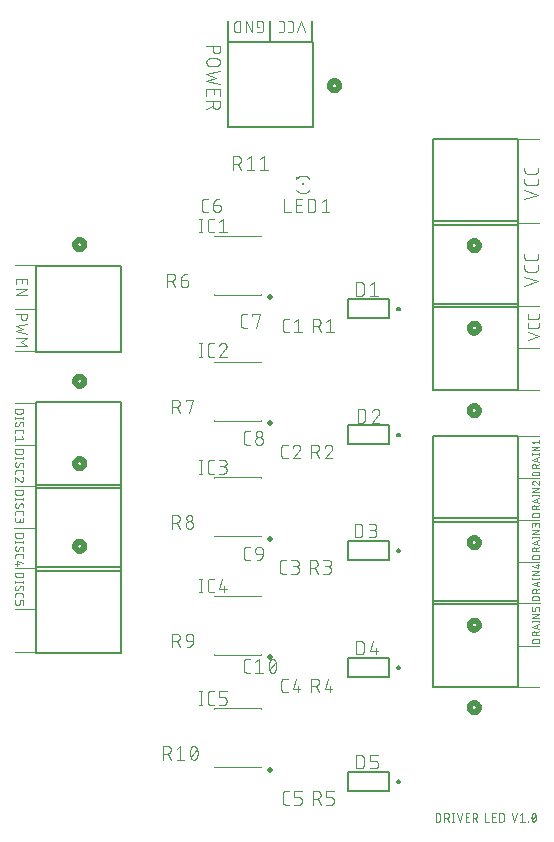
<source format=gbr>
G04 EAGLE Gerber RS-274X export*
G75*
%MOMM*%
%FSLAX34Y34*%
%LPD*%
%INSilkscreen Top*%
%IPPOS*%
%AMOC8*
5,1,8,0,0,1.08239X$1,22.5*%
G01*
%ADD10C,0.101600*%
%ADD11C,0.076200*%
%ADD12C,0.050800*%
%ADD13C,0.152400*%
%ADD14C,0.500000*%
%ADD15C,0.120000*%
%ADD16R,0.200000X0.200000*%
%ADD17R,0.150000X0.250000*%
%ADD18C,0.508000*%
%ADD19C,0.127000*%
%ADD20C,0.200000*%


D10*
X27940Y408940D02*
X10160Y408940D01*
X10160Y481330D02*
X27940Y481330D01*
X27940Y444500D02*
X10160Y444500D01*
D11*
X10541Y465342D02*
X10541Y469519D01*
X19939Y469519D01*
X19939Y465342D01*
X15762Y466386D02*
X15762Y469519D01*
X19939Y461612D02*
X10541Y461612D01*
X10541Y456391D02*
X19939Y461612D01*
X19939Y456391D02*
X10541Y456391D01*
X10541Y440309D02*
X19939Y440309D01*
X19939Y437698D01*
X19937Y437597D01*
X19931Y437496D01*
X19921Y437395D01*
X19908Y437295D01*
X19890Y437195D01*
X19869Y437096D01*
X19843Y436998D01*
X19814Y436901D01*
X19782Y436805D01*
X19745Y436711D01*
X19705Y436618D01*
X19661Y436526D01*
X19614Y436437D01*
X19563Y436349D01*
X19509Y436263D01*
X19452Y436180D01*
X19392Y436098D01*
X19328Y436020D01*
X19262Y435943D01*
X19192Y435870D01*
X19120Y435799D01*
X19045Y435731D01*
X18967Y435666D01*
X18887Y435604D01*
X18805Y435545D01*
X18720Y435489D01*
X18633Y435437D01*
X18545Y435388D01*
X18454Y435342D01*
X18362Y435301D01*
X18268Y435262D01*
X18173Y435228D01*
X18077Y435197D01*
X17979Y435170D01*
X17881Y435146D01*
X17781Y435127D01*
X17681Y435111D01*
X17581Y435099D01*
X17480Y435091D01*
X17379Y435087D01*
X17277Y435087D01*
X17176Y435091D01*
X17075Y435099D01*
X16975Y435111D01*
X16875Y435127D01*
X16775Y435146D01*
X16677Y435170D01*
X16579Y435197D01*
X16483Y435228D01*
X16388Y435262D01*
X16294Y435301D01*
X16202Y435342D01*
X16111Y435388D01*
X16022Y435437D01*
X15936Y435489D01*
X15851Y435545D01*
X15769Y435604D01*
X15689Y435666D01*
X15611Y435731D01*
X15536Y435799D01*
X15464Y435870D01*
X15394Y435943D01*
X15328Y436020D01*
X15264Y436098D01*
X15204Y436180D01*
X15147Y436263D01*
X15093Y436349D01*
X15042Y436437D01*
X14995Y436526D01*
X14951Y436618D01*
X14911Y436711D01*
X14874Y436805D01*
X14842Y436901D01*
X14813Y436998D01*
X14787Y437096D01*
X14766Y437195D01*
X14748Y437295D01*
X14735Y437395D01*
X14725Y437496D01*
X14719Y437597D01*
X14717Y437698D01*
X14718Y437698D02*
X14718Y440309D01*
X19939Y431948D02*
X10541Y429860D01*
X16806Y427771D01*
X10541Y425683D01*
X19939Y423594D01*
X19939Y419626D02*
X10541Y419626D01*
X14718Y416494D02*
X19939Y419626D01*
X14718Y416494D02*
X19939Y413361D01*
X10541Y413361D01*
D10*
X10160Y364490D02*
X27940Y364490D01*
X27940Y294640D02*
X10160Y294640D01*
X10160Y224790D02*
X27940Y224790D01*
X27940Y153670D02*
X10160Y153670D01*
X10160Y328930D02*
X27940Y328930D01*
X26670Y259080D02*
X8890Y259080D01*
X10160Y190500D02*
X27940Y190500D01*
D12*
X17018Y359918D02*
X9906Y359918D01*
X17018Y359918D02*
X17018Y357942D01*
X17016Y357856D01*
X17010Y357770D01*
X17001Y357684D01*
X16988Y357599D01*
X16971Y357514D01*
X16951Y357431D01*
X16927Y357348D01*
X16899Y357266D01*
X16868Y357186D01*
X16833Y357107D01*
X16795Y357030D01*
X16753Y356954D01*
X16709Y356880D01*
X16661Y356809D01*
X16610Y356739D01*
X16556Y356672D01*
X16499Y356607D01*
X16439Y356545D01*
X16377Y356485D01*
X16312Y356428D01*
X16245Y356374D01*
X16175Y356323D01*
X16104Y356275D01*
X16030Y356231D01*
X15954Y356189D01*
X15877Y356151D01*
X15798Y356116D01*
X15718Y356085D01*
X15636Y356057D01*
X15553Y356033D01*
X15470Y356013D01*
X15385Y355996D01*
X15300Y355983D01*
X15214Y355974D01*
X15128Y355968D01*
X15042Y355966D01*
X15042Y355967D02*
X11882Y355967D01*
X11882Y355966D02*
X11796Y355968D01*
X11710Y355974D01*
X11624Y355983D01*
X11539Y355996D01*
X11454Y356013D01*
X11371Y356033D01*
X11288Y356057D01*
X11206Y356085D01*
X11126Y356116D01*
X11047Y356151D01*
X10970Y356189D01*
X10894Y356231D01*
X10820Y356275D01*
X10749Y356323D01*
X10679Y356374D01*
X10612Y356428D01*
X10547Y356485D01*
X10485Y356545D01*
X10425Y356607D01*
X10368Y356672D01*
X10314Y356739D01*
X10263Y356809D01*
X10215Y356880D01*
X10171Y356954D01*
X10129Y357030D01*
X10091Y357107D01*
X10056Y357186D01*
X10025Y357266D01*
X9997Y357348D01*
X9973Y357431D01*
X9953Y357514D01*
X9936Y357599D01*
X9923Y357684D01*
X9914Y357770D01*
X9908Y357856D01*
X9906Y357942D01*
X9906Y359918D01*
X9906Y352228D02*
X17018Y352228D01*
X9906Y353018D02*
X9906Y351437D01*
X17018Y351437D02*
X17018Y353018D01*
X9906Y346575D02*
X9908Y346497D01*
X9914Y346420D01*
X9923Y346343D01*
X9936Y346267D01*
X9953Y346191D01*
X9974Y346116D01*
X9998Y346043D01*
X10026Y345970D01*
X10058Y345899D01*
X10093Y345830D01*
X10131Y345763D01*
X10172Y345697D01*
X10217Y345634D01*
X10265Y345573D01*
X10315Y345514D01*
X10369Y345458D01*
X10425Y345404D01*
X10484Y345354D01*
X10545Y345306D01*
X10608Y345261D01*
X10674Y345220D01*
X10741Y345182D01*
X10810Y345147D01*
X10881Y345115D01*
X10954Y345087D01*
X11027Y345063D01*
X11102Y345042D01*
X11178Y345025D01*
X11254Y345012D01*
X11331Y345003D01*
X11408Y344997D01*
X11486Y344995D01*
X9906Y346575D02*
X9908Y346690D01*
X9914Y346804D01*
X9924Y346918D01*
X9937Y347032D01*
X9955Y347145D01*
X9977Y347258D01*
X10002Y347370D01*
X10031Y347481D01*
X10064Y347590D01*
X10101Y347699D01*
X10141Y347806D01*
X10185Y347912D01*
X10233Y348016D01*
X10284Y348119D01*
X10339Y348219D01*
X10397Y348318D01*
X10459Y348415D01*
X10523Y348509D01*
X10591Y348602D01*
X10663Y348692D01*
X10737Y348779D01*
X10814Y348864D01*
X10894Y348946D01*
X15438Y348747D02*
X15516Y348745D01*
X15593Y348739D01*
X15670Y348730D01*
X15746Y348717D01*
X15822Y348700D01*
X15897Y348679D01*
X15970Y348655D01*
X16043Y348627D01*
X16114Y348595D01*
X16183Y348560D01*
X16250Y348522D01*
X16316Y348481D01*
X16379Y348436D01*
X16440Y348388D01*
X16499Y348338D01*
X16555Y348284D01*
X16609Y348228D01*
X16659Y348169D01*
X16707Y348108D01*
X16752Y348045D01*
X16793Y347979D01*
X16831Y347912D01*
X16866Y347843D01*
X16898Y347772D01*
X16926Y347699D01*
X16950Y347626D01*
X16971Y347551D01*
X16988Y347475D01*
X17001Y347399D01*
X17010Y347322D01*
X17016Y347245D01*
X17018Y347167D01*
X17016Y347061D01*
X17010Y346955D01*
X17001Y346850D01*
X16988Y346745D01*
X16971Y346640D01*
X16950Y346536D01*
X16926Y346433D01*
X16898Y346331D01*
X16866Y346230D01*
X16831Y346130D01*
X16792Y346032D01*
X16749Y345934D01*
X16704Y345839D01*
X16655Y345745D01*
X16602Y345653D01*
X16546Y345563D01*
X16487Y345475D01*
X16425Y345389D01*
X14055Y347958D02*
X14097Y348025D01*
X14142Y348090D01*
X14191Y348153D01*
X14242Y348214D01*
X14297Y348271D01*
X14354Y348326D01*
X14414Y348379D01*
X14476Y348428D01*
X14541Y348474D01*
X14607Y348516D01*
X14676Y348556D01*
X14747Y348592D01*
X14820Y348624D01*
X14894Y348653D01*
X14969Y348678D01*
X15045Y348699D01*
X15123Y348717D01*
X15201Y348730D01*
X15280Y348740D01*
X15359Y348746D01*
X15438Y348748D01*
X12869Y345784D02*
X12827Y345717D01*
X12782Y345652D01*
X12733Y345589D01*
X12682Y345528D01*
X12627Y345471D01*
X12570Y345416D01*
X12510Y345363D01*
X12448Y345314D01*
X12383Y345268D01*
X12317Y345226D01*
X12248Y345186D01*
X12177Y345150D01*
X12104Y345118D01*
X12030Y345089D01*
X11955Y345064D01*
X11879Y345043D01*
X11801Y345025D01*
X11723Y345012D01*
X11644Y345002D01*
X11565Y344996D01*
X11486Y344994D01*
X12869Y345784D02*
X14055Y347958D01*
X9906Y340754D02*
X9906Y339173D01*
X9906Y340754D02*
X9908Y340832D01*
X9914Y340909D01*
X9923Y340986D01*
X9936Y341062D01*
X9953Y341138D01*
X9974Y341213D01*
X9998Y341286D01*
X10026Y341359D01*
X10058Y341430D01*
X10093Y341499D01*
X10131Y341566D01*
X10172Y341632D01*
X10217Y341695D01*
X10265Y341756D01*
X10315Y341815D01*
X10369Y341871D01*
X10425Y341925D01*
X10484Y341975D01*
X10545Y342023D01*
X10608Y342068D01*
X10674Y342109D01*
X10741Y342147D01*
X10810Y342182D01*
X10881Y342214D01*
X10954Y342242D01*
X11027Y342266D01*
X11102Y342287D01*
X11178Y342304D01*
X11254Y342317D01*
X11331Y342326D01*
X11408Y342332D01*
X11486Y342334D01*
X15438Y342334D01*
X15516Y342332D01*
X15593Y342326D01*
X15670Y342317D01*
X15746Y342304D01*
X15822Y342287D01*
X15897Y342266D01*
X15970Y342242D01*
X16043Y342214D01*
X16114Y342182D01*
X16183Y342147D01*
X16250Y342109D01*
X16316Y342068D01*
X16379Y342023D01*
X16440Y341975D01*
X16499Y341925D01*
X16555Y341871D01*
X16609Y341815D01*
X16659Y341756D01*
X16707Y341695D01*
X16752Y341632D01*
X16793Y341566D01*
X16831Y341499D01*
X16866Y341430D01*
X16898Y341359D01*
X16926Y341286D01*
X16950Y341213D01*
X16971Y341138D01*
X16988Y341062D01*
X17001Y340986D01*
X17010Y340909D01*
X17016Y340832D01*
X17018Y340754D01*
X17018Y339173D01*
X15438Y336601D02*
X17018Y334625D01*
X9906Y334625D01*
X9906Y332650D02*
X9906Y336601D01*
X9906Y325628D02*
X17018Y325628D01*
X17018Y323652D01*
X17016Y323566D01*
X17010Y323480D01*
X17001Y323394D01*
X16988Y323309D01*
X16971Y323224D01*
X16951Y323141D01*
X16927Y323058D01*
X16899Y322976D01*
X16868Y322896D01*
X16833Y322817D01*
X16795Y322740D01*
X16753Y322664D01*
X16709Y322590D01*
X16661Y322519D01*
X16610Y322449D01*
X16556Y322382D01*
X16499Y322317D01*
X16439Y322255D01*
X16377Y322195D01*
X16312Y322138D01*
X16245Y322084D01*
X16175Y322033D01*
X16104Y321985D01*
X16030Y321941D01*
X15954Y321899D01*
X15877Y321861D01*
X15798Y321826D01*
X15718Y321795D01*
X15636Y321767D01*
X15553Y321743D01*
X15470Y321723D01*
X15385Y321706D01*
X15300Y321693D01*
X15214Y321684D01*
X15128Y321678D01*
X15042Y321676D01*
X15042Y321677D02*
X11882Y321677D01*
X11882Y321676D02*
X11796Y321678D01*
X11710Y321684D01*
X11624Y321693D01*
X11539Y321706D01*
X11454Y321723D01*
X11371Y321743D01*
X11288Y321767D01*
X11206Y321795D01*
X11126Y321826D01*
X11047Y321861D01*
X10970Y321899D01*
X10894Y321941D01*
X10820Y321985D01*
X10749Y322033D01*
X10679Y322084D01*
X10612Y322138D01*
X10547Y322195D01*
X10485Y322255D01*
X10425Y322317D01*
X10368Y322382D01*
X10314Y322449D01*
X10263Y322519D01*
X10215Y322590D01*
X10171Y322664D01*
X10129Y322740D01*
X10091Y322817D01*
X10056Y322896D01*
X10025Y322976D01*
X9997Y323058D01*
X9973Y323141D01*
X9953Y323224D01*
X9936Y323309D01*
X9923Y323394D01*
X9914Y323480D01*
X9908Y323566D01*
X9906Y323652D01*
X9906Y325628D01*
X9906Y317938D02*
X17018Y317938D01*
X9906Y318728D02*
X9906Y317147D01*
X17018Y317147D02*
X17018Y318728D01*
X9906Y312285D02*
X9908Y312207D01*
X9914Y312130D01*
X9923Y312053D01*
X9936Y311977D01*
X9953Y311901D01*
X9974Y311826D01*
X9998Y311753D01*
X10026Y311680D01*
X10058Y311609D01*
X10093Y311540D01*
X10131Y311473D01*
X10172Y311407D01*
X10217Y311344D01*
X10265Y311283D01*
X10315Y311224D01*
X10369Y311168D01*
X10425Y311114D01*
X10484Y311064D01*
X10545Y311016D01*
X10608Y310971D01*
X10674Y310930D01*
X10741Y310892D01*
X10810Y310857D01*
X10881Y310825D01*
X10954Y310797D01*
X11027Y310773D01*
X11102Y310752D01*
X11178Y310735D01*
X11254Y310722D01*
X11331Y310713D01*
X11408Y310707D01*
X11486Y310705D01*
X9906Y312285D02*
X9908Y312400D01*
X9914Y312514D01*
X9924Y312628D01*
X9937Y312742D01*
X9955Y312855D01*
X9977Y312968D01*
X10002Y313080D01*
X10031Y313191D01*
X10064Y313300D01*
X10101Y313409D01*
X10141Y313516D01*
X10185Y313622D01*
X10233Y313726D01*
X10284Y313829D01*
X10339Y313929D01*
X10397Y314028D01*
X10459Y314125D01*
X10523Y314219D01*
X10591Y314312D01*
X10663Y314402D01*
X10737Y314489D01*
X10814Y314574D01*
X10894Y314656D01*
X15438Y314457D02*
X15516Y314455D01*
X15593Y314449D01*
X15670Y314440D01*
X15746Y314427D01*
X15822Y314410D01*
X15897Y314389D01*
X15970Y314365D01*
X16043Y314337D01*
X16114Y314305D01*
X16183Y314270D01*
X16250Y314232D01*
X16316Y314191D01*
X16379Y314146D01*
X16440Y314098D01*
X16499Y314048D01*
X16555Y313994D01*
X16609Y313938D01*
X16659Y313879D01*
X16707Y313818D01*
X16752Y313755D01*
X16793Y313689D01*
X16831Y313622D01*
X16866Y313553D01*
X16898Y313482D01*
X16926Y313409D01*
X16950Y313336D01*
X16971Y313261D01*
X16988Y313185D01*
X17001Y313109D01*
X17010Y313032D01*
X17016Y312955D01*
X17018Y312877D01*
X17016Y312771D01*
X17010Y312665D01*
X17001Y312560D01*
X16988Y312455D01*
X16971Y312350D01*
X16950Y312246D01*
X16926Y312143D01*
X16898Y312041D01*
X16866Y311940D01*
X16831Y311840D01*
X16792Y311742D01*
X16749Y311644D01*
X16704Y311549D01*
X16655Y311455D01*
X16602Y311363D01*
X16546Y311273D01*
X16487Y311185D01*
X16425Y311099D01*
X14055Y313668D02*
X14097Y313735D01*
X14142Y313800D01*
X14191Y313863D01*
X14242Y313924D01*
X14297Y313981D01*
X14354Y314036D01*
X14414Y314089D01*
X14476Y314138D01*
X14541Y314184D01*
X14607Y314226D01*
X14676Y314266D01*
X14747Y314302D01*
X14820Y314334D01*
X14894Y314363D01*
X14969Y314388D01*
X15045Y314409D01*
X15123Y314427D01*
X15201Y314440D01*
X15280Y314450D01*
X15359Y314456D01*
X15438Y314458D01*
X12869Y311494D02*
X12827Y311427D01*
X12782Y311362D01*
X12733Y311299D01*
X12682Y311238D01*
X12627Y311181D01*
X12570Y311126D01*
X12510Y311073D01*
X12448Y311024D01*
X12383Y310978D01*
X12317Y310936D01*
X12248Y310896D01*
X12177Y310860D01*
X12104Y310828D01*
X12030Y310799D01*
X11955Y310774D01*
X11879Y310753D01*
X11801Y310735D01*
X11723Y310722D01*
X11644Y310712D01*
X11565Y310706D01*
X11486Y310704D01*
X12869Y311494D02*
X14055Y313668D01*
X9906Y306464D02*
X9906Y304883D01*
X9906Y306464D02*
X9908Y306542D01*
X9914Y306619D01*
X9923Y306696D01*
X9936Y306772D01*
X9953Y306848D01*
X9974Y306923D01*
X9998Y306996D01*
X10026Y307069D01*
X10058Y307140D01*
X10093Y307209D01*
X10131Y307276D01*
X10172Y307342D01*
X10217Y307405D01*
X10265Y307466D01*
X10315Y307525D01*
X10369Y307581D01*
X10425Y307635D01*
X10484Y307685D01*
X10545Y307733D01*
X10608Y307778D01*
X10674Y307819D01*
X10741Y307857D01*
X10810Y307892D01*
X10881Y307924D01*
X10954Y307952D01*
X11027Y307976D01*
X11102Y307997D01*
X11178Y308014D01*
X11254Y308027D01*
X11331Y308036D01*
X11408Y308042D01*
X11486Y308044D01*
X15438Y308044D01*
X15516Y308042D01*
X15593Y308036D01*
X15670Y308027D01*
X15746Y308014D01*
X15822Y307997D01*
X15897Y307976D01*
X15970Y307952D01*
X16043Y307924D01*
X16114Y307892D01*
X16183Y307857D01*
X16250Y307819D01*
X16316Y307778D01*
X16379Y307733D01*
X16440Y307685D01*
X16499Y307635D01*
X16555Y307581D01*
X16609Y307525D01*
X16659Y307466D01*
X16707Y307405D01*
X16752Y307342D01*
X16793Y307276D01*
X16831Y307209D01*
X16866Y307140D01*
X16898Y307069D01*
X16926Y306996D01*
X16950Y306923D01*
X16971Y306848D01*
X16988Y306772D01*
X17001Y306696D01*
X17010Y306619D01*
X17016Y306542D01*
X17018Y306464D01*
X17018Y304883D01*
X17018Y300138D02*
X17016Y300056D01*
X17010Y299974D01*
X17001Y299892D01*
X16988Y299811D01*
X16971Y299731D01*
X16950Y299651D01*
X16926Y299573D01*
X16898Y299496D01*
X16867Y299420D01*
X16832Y299345D01*
X16793Y299273D01*
X16752Y299202D01*
X16707Y299133D01*
X16659Y299067D01*
X16608Y299002D01*
X16554Y298940D01*
X16497Y298881D01*
X16438Y298824D01*
X16376Y298770D01*
X16311Y298719D01*
X16245Y298671D01*
X16176Y298626D01*
X16105Y298585D01*
X16033Y298546D01*
X15958Y298511D01*
X15882Y298480D01*
X15805Y298452D01*
X15727Y298428D01*
X15647Y298407D01*
X15567Y298390D01*
X15486Y298377D01*
X15404Y298368D01*
X15322Y298362D01*
X15240Y298360D01*
X17018Y300138D02*
X17016Y300231D01*
X17010Y300323D01*
X17001Y300415D01*
X16988Y300507D01*
X16971Y300598D01*
X16951Y300688D01*
X16927Y300778D01*
X16899Y300866D01*
X16867Y300954D01*
X16833Y301039D01*
X16794Y301124D01*
X16753Y301206D01*
X16708Y301287D01*
X16659Y301367D01*
X16608Y301444D01*
X16554Y301519D01*
X16496Y301591D01*
X16436Y301662D01*
X16372Y301729D01*
X16307Y301794D01*
X16238Y301857D01*
X16167Y301916D01*
X16094Y301973D01*
X16018Y302027D01*
X15941Y302077D01*
X15861Y302125D01*
X15779Y302169D01*
X15696Y302209D01*
X15611Y302247D01*
X15525Y302281D01*
X15438Y302311D01*
X13857Y298953D02*
X13918Y298892D01*
X13981Y298834D01*
X14047Y298779D01*
X14115Y298726D01*
X14186Y298677D01*
X14258Y298632D01*
X14333Y298589D01*
X14409Y298550D01*
X14488Y298514D01*
X14567Y298482D01*
X14648Y298454D01*
X14731Y298429D01*
X14814Y298408D01*
X14898Y298391D01*
X14983Y298377D01*
X15068Y298368D01*
X15154Y298362D01*
X15240Y298360D01*
X13857Y298953D02*
X9906Y302311D01*
X9906Y298360D01*
X9906Y291084D02*
X17018Y291084D01*
X17018Y289108D01*
X17016Y289022D01*
X17010Y288936D01*
X17001Y288850D01*
X16988Y288765D01*
X16971Y288680D01*
X16951Y288597D01*
X16927Y288514D01*
X16899Y288432D01*
X16868Y288352D01*
X16833Y288273D01*
X16795Y288196D01*
X16753Y288120D01*
X16709Y288046D01*
X16661Y287975D01*
X16610Y287905D01*
X16556Y287838D01*
X16499Y287773D01*
X16439Y287711D01*
X16377Y287651D01*
X16312Y287594D01*
X16245Y287540D01*
X16175Y287489D01*
X16104Y287441D01*
X16030Y287397D01*
X15954Y287355D01*
X15877Y287317D01*
X15798Y287282D01*
X15718Y287251D01*
X15636Y287223D01*
X15553Y287199D01*
X15470Y287179D01*
X15385Y287162D01*
X15300Y287149D01*
X15214Y287140D01*
X15128Y287134D01*
X15042Y287132D01*
X15042Y287133D02*
X11882Y287133D01*
X11882Y287132D02*
X11796Y287134D01*
X11710Y287140D01*
X11624Y287149D01*
X11539Y287162D01*
X11454Y287179D01*
X11371Y287199D01*
X11288Y287223D01*
X11206Y287251D01*
X11126Y287282D01*
X11047Y287317D01*
X10970Y287355D01*
X10894Y287397D01*
X10820Y287441D01*
X10749Y287489D01*
X10679Y287540D01*
X10612Y287594D01*
X10547Y287651D01*
X10485Y287711D01*
X10425Y287773D01*
X10368Y287838D01*
X10314Y287905D01*
X10263Y287975D01*
X10215Y288046D01*
X10171Y288120D01*
X10129Y288196D01*
X10091Y288273D01*
X10056Y288352D01*
X10025Y288432D01*
X9997Y288514D01*
X9973Y288597D01*
X9953Y288680D01*
X9936Y288765D01*
X9923Y288850D01*
X9914Y288936D01*
X9908Y289022D01*
X9906Y289108D01*
X9906Y291084D01*
X9906Y283394D02*
X17018Y283394D01*
X9906Y284184D02*
X9906Y282603D01*
X17018Y282603D02*
X17018Y284184D01*
X9906Y277741D02*
X9908Y277663D01*
X9914Y277586D01*
X9923Y277509D01*
X9936Y277433D01*
X9953Y277357D01*
X9974Y277282D01*
X9998Y277209D01*
X10026Y277136D01*
X10058Y277065D01*
X10093Y276996D01*
X10131Y276929D01*
X10172Y276863D01*
X10217Y276800D01*
X10265Y276739D01*
X10315Y276680D01*
X10369Y276624D01*
X10425Y276570D01*
X10484Y276520D01*
X10545Y276472D01*
X10608Y276427D01*
X10674Y276386D01*
X10741Y276348D01*
X10810Y276313D01*
X10881Y276281D01*
X10954Y276253D01*
X11027Y276229D01*
X11102Y276208D01*
X11178Y276191D01*
X11254Y276178D01*
X11331Y276169D01*
X11408Y276163D01*
X11486Y276161D01*
X9906Y277741D02*
X9908Y277856D01*
X9914Y277970D01*
X9924Y278084D01*
X9937Y278198D01*
X9955Y278311D01*
X9977Y278424D01*
X10002Y278536D01*
X10031Y278647D01*
X10064Y278756D01*
X10101Y278865D01*
X10141Y278972D01*
X10185Y279078D01*
X10233Y279182D01*
X10284Y279285D01*
X10339Y279385D01*
X10397Y279484D01*
X10459Y279581D01*
X10523Y279675D01*
X10591Y279768D01*
X10663Y279858D01*
X10737Y279945D01*
X10814Y280030D01*
X10894Y280112D01*
X15438Y279913D02*
X15516Y279911D01*
X15593Y279905D01*
X15670Y279896D01*
X15746Y279883D01*
X15822Y279866D01*
X15897Y279845D01*
X15970Y279821D01*
X16043Y279793D01*
X16114Y279761D01*
X16183Y279726D01*
X16250Y279688D01*
X16316Y279647D01*
X16379Y279602D01*
X16440Y279554D01*
X16499Y279504D01*
X16555Y279450D01*
X16609Y279394D01*
X16659Y279335D01*
X16707Y279274D01*
X16752Y279211D01*
X16793Y279145D01*
X16831Y279078D01*
X16866Y279009D01*
X16898Y278938D01*
X16926Y278865D01*
X16950Y278792D01*
X16971Y278717D01*
X16988Y278641D01*
X17001Y278565D01*
X17010Y278488D01*
X17016Y278411D01*
X17018Y278333D01*
X17016Y278227D01*
X17010Y278121D01*
X17001Y278016D01*
X16988Y277911D01*
X16971Y277806D01*
X16950Y277702D01*
X16926Y277599D01*
X16898Y277497D01*
X16866Y277396D01*
X16831Y277296D01*
X16792Y277198D01*
X16749Y277100D01*
X16704Y277005D01*
X16655Y276911D01*
X16602Y276819D01*
X16546Y276729D01*
X16487Y276641D01*
X16425Y276555D01*
X14055Y279124D02*
X14097Y279191D01*
X14142Y279256D01*
X14191Y279319D01*
X14242Y279380D01*
X14297Y279437D01*
X14354Y279492D01*
X14414Y279545D01*
X14476Y279594D01*
X14541Y279640D01*
X14607Y279682D01*
X14676Y279722D01*
X14747Y279758D01*
X14820Y279790D01*
X14894Y279819D01*
X14969Y279844D01*
X15045Y279865D01*
X15123Y279883D01*
X15201Y279896D01*
X15280Y279906D01*
X15359Y279912D01*
X15438Y279914D01*
X12869Y276950D02*
X12827Y276883D01*
X12782Y276818D01*
X12733Y276755D01*
X12682Y276694D01*
X12627Y276637D01*
X12570Y276582D01*
X12510Y276529D01*
X12448Y276480D01*
X12383Y276434D01*
X12317Y276392D01*
X12248Y276352D01*
X12177Y276316D01*
X12104Y276284D01*
X12030Y276255D01*
X11955Y276230D01*
X11879Y276209D01*
X11801Y276191D01*
X11723Y276178D01*
X11644Y276168D01*
X11565Y276162D01*
X11486Y276160D01*
X12869Y276950D02*
X14055Y279124D01*
X9906Y271920D02*
X9906Y270339D01*
X9906Y271920D02*
X9908Y271998D01*
X9914Y272075D01*
X9923Y272152D01*
X9936Y272228D01*
X9953Y272304D01*
X9974Y272379D01*
X9998Y272452D01*
X10026Y272525D01*
X10058Y272596D01*
X10093Y272665D01*
X10131Y272732D01*
X10172Y272798D01*
X10217Y272861D01*
X10265Y272922D01*
X10315Y272981D01*
X10369Y273037D01*
X10425Y273091D01*
X10484Y273141D01*
X10545Y273189D01*
X10608Y273234D01*
X10674Y273275D01*
X10741Y273313D01*
X10810Y273348D01*
X10881Y273380D01*
X10954Y273408D01*
X11027Y273432D01*
X11102Y273453D01*
X11178Y273470D01*
X11254Y273483D01*
X11331Y273492D01*
X11408Y273498D01*
X11486Y273500D01*
X15438Y273500D01*
X15516Y273498D01*
X15593Y273492D01*
X15670Y273483D01*
X15746Y273470D01*
X15822Y273453D01*
X15897Y273432D01*
X15970Y273408D01*
X16043Y273380D01*
X16114Y273348D01*
X16183Y273313D01*
X16250Y273275D01*
X16316Y273234D01*
X16379Y273189D01*
X16440Y273141D01*
X16499Y273091D01*
X16555Y273037D01*
X16609Y272981D01*
X16659Y272922D01*
X16707Y272861D01*
X16752Y272798D01*
X16793Y272732D01*
X16831Y272665D01*
X16866Y272596D01*
X16898Y272525D01*
X16926Y272452D01*
X16950Y272379D01*
X16971Y272304D01*
X16988Y272228D01*
X17001Y272152D01*
X17010Y272075D01*
X17016Y271998D01*
X17018Y271920D01*
X17018Y270339D01*
X9906Y267767D02*
X9906Y265791D01*
X9908Y265704D01*
X9914Y265616D01*
X9923Y265529D01*
X9937Y265443D01*
X9954Y265357D01*
X9975Y265273D01*
X10000Y265189D01*
X10029Y265106D01*
X10061Y265025D01*
X10096Y264945D01*
X10135Y264867D01*
X10178Y264790D01*
X10224Y264716D01*
X10273Y264644D01*
X10325Y264574D01*
X10381Y264506D01*
X10439Y264441D01*
X10500Y264378D01*
X10564Y264319D01*
X10631Y264262D01*
X10699Y264208D01*
X10771Y264157D01*
X10844Y264110D01*
X10919Y264065D01*
X10997Y264024D01*
X11076Y263987D01*
X11156Y263953D01*
X11238Y263923D01*
X11321Y263896D01*
X11406Y263873D01*
X11491Y263854D01*
X11577Y263839D01*
X11664Y263827D01*
X11751Y263819D01*
X11838Y263815D01*
X11926Y263815D01*
X12013Y263819D01*
X12100Y263827D01*
X12187Y263839D01*
X12273Y263854D01*
X12358Y263873D01*
X12443Y263896D01*
X12526Y263923D01*
X12608Y263953D01*
X12688Y263987D01*
X12767Y264024D01*
X12845Y264065D01*
X12920Y264110D01*
X12993Y264157D01*
X13065Y264208D01*
X13133Y264262D01*
X13200Y264319D01*
X13264Y264378D01*
X13325Y264441D01*
X13383Y264506D01*
X13439Y264574D01*
X13491Y264644D01*
X13540Y264716D01*
X13586Y264790D01*
X13629Y264867D01*
X13668Y264945D01*
X13703Y265025D01*
X13735Y265106D01*
X13764Y265189D01*
X13789Y265273D01*
X13810Y265357D01*
X13827Y265443D01*
X13841Y265529D01*
X13850Y265616D01*
X13856Y265704D01*
X13858Y265791D01*
X17018Y265396D02*
X17018Y267767D01*
X17018Y265396D02*
X17016Y265317D01*
X17010Y265239D01*
X17000Y265161D01*
X16987Y265083D01*
X16969Y265006D01*
X16948Y264930D01*
X16923Y264856D01*
X16894Y264782D01*
X16862Y264710D01*
X16826Y264640D01*
X16786Y264572D01*
X16743Y264506D01*
X16697Y264442D01*
X16648Y264380D01*
X16596Y264321D01*
X16541Y264265D01*
X16483Y264211D01*
X16423Y264161D01*
X16360Y264113D01*
X16295Y264069D01*
X16228Y264028D01*
X16159Y263990D01*
X16088Y263956D01*
X16015Y263925D01*
X15941Y263898D01*
X15866Y263875D01*
X15790Y263856D01*
X15712Y263840D01*
X15634Y263828D01*
X15556Y263820D01*
X15477Y263816D01*
X15399Y263816D01*
X15320Y263820D01*
X15242Y263828D01*
X15164Y263840D01*
X15086Y263856D01*
X15010Y263875D01*
X14935Y263898D01*
X14861Y263925D01*
X14788Y263956D01*
X14717Y263990D01*
X14648Y264028D01*
X14581Y264069D01*
X14516Y264113D01*
X14453Y264161D01*
X14393Y264211D01*
X14335Y264265D01*
X14280Y264321D01*
X14228Y264380D01*
X14179Y264442D01*
X14133Y264506D01*
X14090Y264572D01*
X14050Y264640D01*
X14014Y264710D01*
X13982Y264782D01*
X13953Y264856D01*
X13928Y264930D01*
X13907Y265006D01*
X13889Y265083D01*
X13876Y265161D01*
X13866Y265239D01*
X13860Y265317D01*
X13858Y265396D01*
X13857Y265396D02*
X13857Y266977D01*
X17018Y254508D02*
X9906Y254508D01*
X17018Y254508D02*
X17018Y252532D01*
X17016Y252446D01*
X17010Y252360D01*
X17001Y252274D01*
X16988Y252189D01*
X16971Y252104D01*
X16951Y252021D01*
X16927Y251938D01*
X16899Y251856D01*
X16868Y251776D01*
X16833Y251697D01*
X16795Y251620D01*
X16753Y251544D01*
X16709Y251470D01*
X16661Y251399D01*
X16610Y251329D01*
X16556Y251262D01*
X16499Y251197D01*
X16439Y251135D01*
X16377Y251075D01*
X16312Y251018D01*
X16245Y250964D01*
X16175Y250913D01*
X16104Y250865D01*
X16030Y250821D01*
X15954Y250779D01*
X15877Y250741D01*
X15798Y250706D01*
X15718Y250675D01*
X15636Y250647D01*
X15553Y250623D01*
X15470Y250603D01*
X15385Y250586D01*
X15300Y250573D01*
X15214Y250564D01*
X15128Y250558D01*
X15042Y250556D01*
X15042Y250557D02*
X11882Y250557D01*
X11882Y250556D02*
X11796Y250558D01*
X11710Y250564D01*
X11624Y250573D01*
X11539Y250586D01*
X11454Y250603D01*
X11371Y250623D01*
X11288Y250647D01*
X11206Y250675D01*
X11126Y250706D01*
X11047Y250741D01*
X10970Y250779D01*
X10894Y250821D01*
X10820Y250865D01*
X10749Y250913D01*
X10679Y250964D01*
X10612Y251018D01*
X10547Y251075D01*
X10485Y251135D01*
X10425Y251197D01*
X10368Y251262D01*
X10314Y251329D01*
X10263Y251399D01*
X10215Y251470D01*
X10171Y251544D01*
X10129Y251620D01*
X10091Y251697D01*
X10056Y251776D01*
X10025Y251856D01*
X9997Y251938D01*
X9973Y252021D01*
X9953Y252104D01*
X9936Y252189D01*
X9923Y252274D01*
X9914Y252360D01*
X9908Y252446D01*
X9906Y252532D01*
X9906Y254508D01*
X9906Y246818D02*
X17018Y246818D01*
X9906Y247608D02*
X9906Y246027D01*
X17018Y246027D02*
X17018Y247608D01*
X9906Y241165D02*
X9908Y241087D01*
X9914Y241010D01*
X9923Y240933D01*
X9936Y240857D01*
X9953Y240781D01*
X9974Y240706D01*
X9998Y240633D01*
X10026Y240560D01*
X10058Y240489D01*
X10093Y240420D01*
X10131Y240353D01*
X10172Y240287D01*
X10217Y240224D01*
X10265Y240163D01*
X10315Y240104D01*
X10369Y240048D01*
X10425Y239994D01*
X10484Y239944D01*
X10545Y239896D01*
X10608Y239851D01*
X10674Y239810D01*
X10741Y239772D01*
X10810Y239737D01*
X10881Y239705D01*
X10954Y239677D01*
X11027Y239653D01*
X11102Y239632D01*
X11178Y239615D01*
X11254Y239602D01*
X11331Y239593D01*
X11408Y239587D01*
X11486Y239585D01*
X9906Y241165D02*
X9908Y241280D01*
X9914Y241394D01*
X9924Y241508D01*
X9937Y241622D01*
X9955Y241735D01*
X9977Y241848D01*
X10002Y241960D01*
X10031Y242071D01*
X10064Y242180D01*
X10101Y242289D01*
X10141Y242396D01*
X10185Y242502D01*
X10233Y242606D01*
X10284Y242709D01*
X10339Y242809D01*
X10397Y242908D01*
X10459Y243005D01*
X10523Y243099D01*
X10591Y243192D01*
X10663Y243282D01*
X10737Y243369D01*
X10814Y243454D01*
X10894Y243536D01*
X15438Y243337D02*
X15516Y243335D01*
X15593Y243329D01*
X15670Y243320D01*
X15746Y243307D01*
X15822Y243290D01*
X15897Y243269D01*
X15970Y243245D01*
X16043Y243217D01*
X16114Y243185D01*
X16183Y243150D01*
X16250Y243112D01*
X16316Y243071D01*
X16379Y243026D01*
X16440Y242978D01*
X16499Y242928D01*
X16555Y242874D01*
X16609Y242818D01*
X16659Y242759D01*
X16707Y242698D01*
X16752Y242635D01*
X16793Y242569D01*
X16831Y242502D01*
X16866Y242433D01*
X16898Y242362D01*
X16926Y242289D01*
X16950Y242216D01*
X16971Y242141D01*
X16988Y242065D01*
X17001Y241989D01*
X17010Y241912D01*
X17016Y241835D01*
X17018Y241757D01*
X17016Y241651D01*
X17010Y241545D01*
X17001Y241440D01*
X16988Y241335D01*
X16971Y241230D01*
X16950Y241126D01*
X16926Y241023D01*
X16898Y240921D01*
X16866Y240820D01*
X16831Y240720D01*
X16792Y240622D01*
X16749Y240524D01*
X16704Y240429D01*
X16655Y240335D01*
X16602Y240243D01*
X16546Y240153D01*
X16487Y240065D01*
X16425Y239979D01*
X14055Y242548D02*
X14097Y242615D01*
X14142Y242680D01*
X14191Y242743D01*
X14242Y242804D01*
X14297Y242861D01*
X14354Y242916D01*
X14414Y242969D01*
X14476Y243018D01*
X14541Y243064D01*
X14607Y243106D01*
X14676Y243146D01*
X14747Y243182D01*
X14820Y243214D01*
X14894Y243243D01*
X14969Y243268D01*
X15045Y243289D01*
X15123Y243307D01*
X15201Y243320D01*
X15280Y243330D01*
X15359Y243336D01*
X15438Y243338D01*
X12869Y240374D02*
X12827Y240307D01*
X12782Y240242D01*
X12733Y240179D01*
X12682Y240118D01*
X12627Y240061D01*
X12570Y240006D01*
X12510Y239953D01*
X12448Y239904D01*
X12383Y239858D01*
X12317Y239816D01*
X12248Y239776D01*
X12177Y239740D01*
X12104Y239708D01*
X12030Y239679D01*
X11955Y239654D01*
X11879Y239633D01*
X11801Y239615D01*
X11723Y239602D01*
X11644Y239592D01*
X11565Y239586D01*
X11486Y239584D01*
X12869Y240374D02*
X14055Y242548D01*
X9906Y235344D02*
X9906Y233763D01*
X9906Y235344D02*
X9908Y235422D01*
X9914Y235499D01*
X9923Y235576D01*
X9936Y235652D01*
X9953Y235728D01*
X9974Y235803D01*
X9998Y235876D01*
X10026Y235949D01*
X10058Y236020D01*
X10093Y236089D01*
X10131Y236156D01*
X10172Y236222D01*
X10217Y236285D01*
X10265Y236346D01*
X10315Y236405D01*
X10369Y236461D01*
X10425Y236515D01*
X10484Y236565D01*
X10545Y236613D01*
X10608Y236658D01*
X10674Y236699D01*
X10741Y236737D01*
X10810Y236772D01*
X10881Y236804D01*
X10954Y236832D01*
X11027Y236856D01*
X11102Y236877D01*
X11178Y236894D01*
X11254Y236907D01*
X11331Y236916D01*
X11408Y236922D01*
X11486Y236924D01*
X15438Y236924D01*
X15516Y236922D01*
X15593Y236916D01*
X15670Y236907D01*
X15746Y236894D01*
X15822Y236877D01*
X15897Y236856D01*
X15970Y236832D01*
X16043Y236804D01*
X16114Y236772D01*
X16183Y236737D01*
X16250Y236699D01*
X16316Y236658D01*
X16379Y236613D01*
X16440Y236565D01*
X16499Y236515D01*
X16555Y236461D01*
X16609Y236405D01*
X16659Y236346D01*
X16707Y236285D01*
X16752Y236222D01*
X16793Y236156D01*
X16831Y236089D01*
X16866Y236020D01*
X16898Y235949D01*
X16926Y235876D01*
X16950Y235803D01*
X16971Y235728D01*
X16988Y235652D01*
X17001Y235576D01*
X17010Y235499D01*
X17016Y235422D01*
X17018Y235344D01*
X17018Y233763D01*
X17018Y229611D02*
X11486Y231191D01*
X11486Y227240D01*
X13067Y228425D02*
X9906Y228425D01*
X9906Y221234D02*
X17018Y221234D01*
X17018Y219258D01*
X17016Y219172D01*
X17010Y219086D01*
X17001Y219000D01*
X16988Y218915D01*
X16971Y218830D01*
X16951Y218747D01*
X16927Y218664D01*
X16899Y218582D01*
X16868Y218502D01*
X16833Y218423D01*
X16795Y218346D01*
X16753Y218270D01*
X16709Y218196D01*
X16661Y218125D01*
X16610Y218055D01*
X16556Y217988D01*
X16499Y217923D01*
X16439Y217861D01*
X16377Y217801D01*
X16312Y217744D01*
X16245Y217690D01*
X16175Y217639D01*
X16104Y217591D01*
X16030Y217547D01*
X15954Y217505D01*
X15877Y217467D01*
X15798Y217432D01*
X15718Y217401D01*
X15636Y217373D01*
X15553Y217349D01*
X15470Y217329D01*
X15385Y217312D01*
X15300Y217299D01*
X15214Y217290D01*
X15128Y217284D01*
X15042Y217282D01*
X15042Y217283D02*
X11882Y217283D01*
X11882Y217282D02*
X11796Y217284D01*
X11710Y217290D01*
X11624Y217299D01*
X11539Y217312D01*
X11454Y217329D01*
X11371Y217349D01*
X11288Y217373D01*
X11206Y217401D01*
X11126Y217432D01*
X11047Y217467D01*
X10970Y217505D01*
X10894Y217547D01*
X10820Y217591D01*
X10749Y217639D01*
X10679Y217690D01*
X10612Y217744D01*
X10547Y217801D01*
X10485Y217861D01*
X10425Y217923D01*
X10368Y217988D01*
X10314Y218055D01*
X10263Y218125D01*
X10215Y218196D01*
X10171Y218270D01*
X10129Y218346D01*
X10091Y218423D01*
X10056Y218502D01*
X10025Y218582D01*
X9997Y218664D01*
X9973Y218747D01*
X9953Y218830D01*
X9936Y218915D01*
X9923Y219000D01*
X9914Y219086D01*
X9908Y219172D01*
X9906Y219258D01*
X9906Y221234D01*
X9906Y213544D02*
X17018Y213544D01*
X9906Y214334D02*
X9906Y212753D01*
X17018Y212753D02*
X17018Y214334D01*
X9906Y207891D02*
X9908Y207813D01*
X9914Y207736D01*
X9923Y207659D01*
X9936Y207583D01*
X9953Y207507D01*
X9974Y207432D01*
X9998Y207359D01*
X10026Y207286D01*
X10058Y207215D01*
X10093Y207146D01*
X10131Y207079D01*
X10172Y207013D01*
X10217Y206950D01*
X10265Y206889D01*
X10315Y206830D01*
X10369Y206774D01*
X10425Y206720D01*
X10484Y206670D01*
X10545Y206622D01*
X10608Y206577D01*
X10674Y206536D01*
X10741Y206498D01*
X10810Y206463D01*
X10881Y206431D01*
X10954Y206403D01*
X11027Y206379D01*
X11102Y206358D01*
X11178Y206341D01*
X11254Y206328D01*
X11331Y206319D01*
X11408Y206313D01*
X11486Y206311D01*
X9906Y207891D02*
X9908Y208006D01*
X9914Y208120D01*
X9924Y208234D01*
X9937Y208348D01*
X9955Y208461D01*
X9977Y208574D01*
X10002Y208686D01*
X10031Y208797D01*
X10064Y208906D01*
X10101Y209015D01*
X10141Y209122D01*
X10185Y209228D01*
X10233Y209332D01*
X10284Y209435D01*
X10339Y209535D01*
X10397Y209634D01*
X10459Y209731D01*
X10523Y209825D01*
X10591Y209918D01*
X10663Y210008D01*
X10737Y210095D01*
X10814Y210180D01*
X10894Y210262D01*
X15438Y210063D02*
X15516Y210061D01*
X15593Y210055D01*
X15670Y210046D01*
X15746Y210033D01*
X15822Y210016D01*
X15897Y209995D01*
X15970Y209971D01*
X16043Y209943D01*
X16114Y209911D01*
X16183Y209876D01*
X16250Y209838D01*
X16316Y209797D01*
X16379Y209752D01*
X16440Y209704D01*
X16499Y209654D01*
X16555Y209600D01*
X16609Y209544D01*
X16659Y209485D01*
X16707Y209424D01*
X16752Y209361D01*
X16793Y209295D01*
X16831Y209228D01*
X16866Y209159D01*
X16898Y209088D01*
X16926Y209015D01*
X16950Y208942D01*
X16971Y208867D01*
X16988Y208791D01*
X17001Y208715D01*
X17010Y208638D01*
X17016Y208561D01*
X17018Y208483D01*
X17016Y208377D01*
X17010Y208271D01*
X17001Y208166D01*
X16988Y208061D01*
X16971Y207956D01*
X16950Y207852D01*
X16926Y207749D01*
X16898Y207647D01*
X16866Y207546D01*
X16831Y207446D01*
X16792Y207348D01*
X16749Y207250D01*
X16704Y207155D01*
X16655Y207061D01*
X16602Y206969D01*
X16546Y206879D01*
X16487Y206791D01*
X16425Y206705D01*
X14055Y209274D02*
X14097Y209341D01*
X14142Y209406D01*
X14191Y209469D01*
X14242Y209530D01*
X14297Y209587D01*
X14354Y209642D01*
X14414Y209695D01*
X14476Y209744D01*
X14541Y209790D01*
X14607Y209832D01*
X14676Y209872D01*
X14747Y209908D01*
X14820Y209940D01*
X14894Y209969D01*
X14969Y209994D01*
X15045Y210015D01*
X15123Y210033D01*
X15201Y210046D01*
X15280Y210056D01*
X15359Y210062D01*
X15438Y210064D01*
X12869Y207100D02*
X12827Y207033D01*
X12782Y206968D01*
X12733Y206905D01*
X12682Y206844D01*
X12627Y206787D01*
X12570Y206732D01*
X12510Y206679D01*
X12448Y206630D01*
X12383Y206584D01*
X12317Y206542D01*
X12248Y206502D01*
X12177Y206466D01*
X12104Y206434D01*
X12030Y206405D01*
X11955Y206380D01*
X11879Y206359D01*
X11801Y206341D01*
X11723Y206328D01*
X11644Y206318D01*
X11565Y206312D01*
X11486Y206310D01*
X12869Y207100D02*
X14055Y209274D01*
X9906Y202070D02*
X9906Y200489D01*
X9906Y202070D02*
X9908Y202148D01*
X9914Y202225D01*
X9923Y202302D01*
X9936Y202378D01*
X9953Y202454D01*
X9974Y202529D01*
X9998Y202602D01*
X10026Y202675D01*
X10058Y202746D01*
X10093Y202815D01*
X10131Y202882D01*
X10172Y202948D01*
X10217Y203011D01*
X10265Y203072D01*
X10315Y203131D01*
X10369Y203187D01*
X10425Y203241D01*
X10484Y203291D01*
X10545Y203339D01*
X10608Y203384D01*
X10674Y203425D01*
X10741Y203463D01*
X10810Y203498D01*
X10881Y203530D01*
X10954Y203558D01*
X11027Y203582D01*
X11102Y203603D01*
X11178Y203620D01*
X11254Y203633D01*
X11331Y203642D01*
X11408Y203648D01*
X11486Y203650D01*
X15438Y203650D01*
X15516Y203648D01*
X15593Y203642D01*
X15670Y203633D01*
X15746Y203620D01*
X15822Y203603D01*
X15897Y203582D01*
X15970Y203558D01*
X16043Y203530D01*
X16114Y203498D01*
X16183Y203463D01*
X16250Y203425D01*
X16316Y203384D01*
X16379Y203339D01*
X16440Y203291D01*
X16499Y203241D01*
X16555Y203187D01*
X16609Y203131D01*
X16659Y203072D01*
X16707Y203011D01*
X16752Y202948D01*
X16793Y202882D01*
X16831Y202815D01*
X16866Y202746D01*
X16898Y202675D01*
X16926Y202602D01*
X16950Y202529D01*
X16971Y202454D01*
X16988Y202378D01*
X17001Y202302D01*
X17010Y202225D01*
X17016Y202148D01*
X17018Y202070D01*
X17018Y200489D01*
X9906Y197917D02*
X9906Y195546D01*
X9908Y195468D01*
X9914Y195391D01*
X9923Y195314D01*
X9936Y195238D01*
X9953Y195162D01*
X9974Y195087D01*
X9998Y195014D01*
X10026Y194941D01*
X10058Y194870D01*
X10093Y194801D01*
X10131Y194734D01*
X10172Y194668D01*
X10217Y194605D01*
X10265Y194544D01*
X10315Y194485D01*
X10369Y194429D01*
X10425Y194375D01*
X10484Y194325D01*
X10545Y194277D01*
X10608Y194232D01*
X10674Y194191D01*
X10741Y194153D01*
X10810Y194118D01*
X10881Y194086D01*
X10954Y194058D01*
X11027Y194034D01*
X11102Y194013D01*
X11178Y193996D01*
X11254Y193983D01*
X11331Y193974D01*
X11408Y193968D01*
X11486Y193966D01*
X12277Y193966D01*
X12355Y193968D01*
X12432Y193974D01*
X12509Y193983D01*
X12585Y193996D01*
X12661Y194013D01*
X12736Y194034D01*
X12809Y194058D01*
X12882Y194086D01*
X12953Y194118D01*
X13022Y194153D01*
X13089Y194191D01*
X13155Y194232D01*
X13218Y194277D01*
X13279Y194325D01*
X13338Y194375D01*
X13394Y194429D01*
X13448Y194485D01*
X13498Y194544D01*
X13546Y194605D01*
X13591Y194668D01*
X13632Y194734D01*
X13670Y194801D01*
X13705Y194870D01*
X13737Y194941D01*
X13765Y195014D01*
X13789Y195087D01*
X13810Y195162D01*
X13827Y195238D01*
X13840Y195314D01*
X13849Y195391D01*
X13855Y195468D01*
X13857Y195546D01*
X13857Y197917D01*
X17018Y197917D01*
X17018Y193966D01*
D10*
X435610Y588010D02*
X453390Y588010D01*
X453390Y516890D02*
X435610Y516890D01*
X435610Y447040D02*
X453390Y447040D01*
X453390Y375920D02*
X435610Y375920D01*
X435610Y336550D02*
X453390Y336550D01*
X453390Y265430D02*
X435610Y265430D01*
X435610Y195580D02*
X454660Y195580D01*
X453390Y124460D02*
X435610Y124460D01*
X441198Y537464D02*
X452882Y541359D01*
X441198Y545253D01*
X452882Y552106D02*
X452882Y554703D01*
X452882Y552106D02*
X452880Y552007D01*
X452874Y551907D01*
X452865Y551808D01*
X452852Y551710D01*
X452835Y551612D01*
X452814Y551514D01*
X452789Y551418D01*
X452761Y551323D01*
X452729Y551229D01*
X452694Y551136D01*
X452655Y551044D01*
X452612Y550954D01*
X452567Y550866D01*
X452517Y550779D01*
X452465Y550695D01*
X452409Y550612D01*
X452351Y550532D01*
X452289Y550454D01*
X452224Y550379D01*
X452156Y550306D01*
X452086Y550236D01*
X452013Y550168D01*
X451938Y550103D01*
X451860Y550041D01*
X451780Y549983D01*
X451697Y549927D01*
X451613Y549875D01*
X451526Y549825D01*
X451438Y549780D01*
X451348Y549737D01*
X451256Y549698D01*
X451163Y549663D01*
X451069Y549631D01*
X450974Y549603D01*
X450878Y549578D01*
X450780Y549557D01*
X450682Y549540D01*
X450584Y549527D01*
X450485Y549518D01*
X450385Y549512D01*
X450286Y549510D01*
X443794Y549510D01*
X443794Y549509D02*
X443695Y549511D01*
X443595Y549517D01*
X443496Y549526D01*
X443398Y549539D01*
X443300Y549557D01*
X443202Y549577D01*
X443106Y549602D01*
X443010Y549630D01*
X442916Y549662D01*
X442823Y549697D01*
X442732Y549736D01*
X442642Y549779D01*
X442553Y549824D01*
X442467Y549874D01*
X442382Y549926D01*
X442300Y549982D01*
X442220Y550041D01*
X442142Y550102D01*
X442066Y550167D01*
X441993Y550235D01*
X441923Y550305D01*
X441855Y550378D01*
X441790Y550454D01*
X441729Y550532D01*
X441670Y550612D01*
X441614Y550694D01*
X441562Y550779D01*
X441513Y550865D01*
X441467Y550954D01*
X441424Y551044D01*
X441385Y551135D01*
X441350Y551228D01*
X441318Y551322D01*
X441290Y551418D01*
X441265Y551514D01*
X441245Y551612D01*
X441227Y551710D01*
X441214Y551808D01*
X441205Y551907D01*
X441199Y552006D01*
X441197Y552106D01*
X441198Y552106D02*
X441198Y554703D01*
X452882Y561631D02*
X452882Y564228D01*
X452882Y561631D02*
X452880Y561532D01*
X452874Y561432D01*
X452865Y561333D01*
X452852Y561235D01*
X452835Y561137D01*
X452814Y561039D01*
X452789Y560943D01*
X452761Y560848D01*
X452729Y560754D01*
X452694Y560661D01*
X452655Y560569D01*
X452612Y560479D01*
X452567Y560391D01*
X452517Y560304D01*
X452465Y560220D01*
X452409Y560137D01*
X452351Y560057D01*
X452289Y559979D01*
X452224Y559904D01*
X452156Y559831D01*
X452086Y559761D01*
X452013Y559693D01*
X451938Y559628D01*
X451860Y559566D01*
X451780Y559508D01*
X451697Y559452D01*
X451613Y559400D01*
X451526Y559350D01*
X451438Y559305D01*
X451348Y559262D01*
X451256Y559223D01*
X451163Y559188D01*
X451069Y559156D01*
X450974Y559128D01*
X450878Y559103D01*
X450780Y559082D01*
X450682Y559065D01*
X450584Y559052D01*
X450485Y559043D01*
X450385Y559037D01*
X450286Y559035D01*
X443794Y559035D01*
X443794Y559034D02*
X443695Y559036D01*
X443595Y559042D01*
X443496Y559051D01*
X443398Y559064D01*
X443300Y559082D01*
X443202Y559102D01*
X443106Y559127D01*
X443010Y559155D01*
X442916Y559187D01*
X442823Y559222D01*
X442732Y559261D01*
X442642Y559304D01*
X442553Y559349D01*
X442467Y559399D01*
X442382Y559451D01*
X442300Y559507D01*
X442220Y559566D01*
X442142Y559627D01*
X442066Y559692D01*
X441993Y559760D01*
X441923Y559830D01*
X441855Y559903D01*
X441790Y559979D01*
X441729Y560057D01*
X441670Y560137D01*
X441614Y560219D01*
X441562Y560304D01*
X441513Y560390D01*
X441467Y560479D01*
X441424Y560569D01*
X441385Y560660D01*
X441350Y560753D01*
X441318Y560847D01*
X441290Y560943D01*
X441265Y561039D01*
X441245Y561137D01*
X441227Y561235D01*
X441214Y561333D01*
X441205Y561432D01*
X441199Y561531D01*
X441197Y561631D01*
X441198Y561631D02*
X441198Y564228D01*
X452882Y467953D02*
X441198Y464058D01*
X441198Y471847D02*
X452882Y467953D01*
X452882Y478700D02*
X452882Y481297D01*
X452882Y478700D02*
X452880Y478601D01*
X452874Y478501D01*
X452865Y478402D01*
X452852Y478304D01*
X452835Y478206D01*
X452814Y478108D01*
X452789Y478012D01*
X452761Y477917D01*
X452729Y477823D01*
X452694Y477730D01*
X452655Y477638D01*
X452612Y477548D01*
X452567Y477460D01*
X452517Y477373D01*
X452465Y477289D01*
X452409Y477206D01*
X452351Y477126D01*
X452289Y477048D01*
X452224Y476973D01*
X452156Y476900D01*
X452086Y476830D01*
X452013Y476762D01*
X451938Y476697D01*
X451860Y476635D01*
X451780Y476577D01*
X451697Y476521D01*
X451613Y476469D01*
X451526Y476419D01*
X451438Y476374D01*
X451348Y476331D01*
X451256Y476292D01*
X451163Y476257D01*
X451069Y476225D01*
X450974Y476197D01*
X450878Y476172D01*
X450780Y476151D01*
X450682Y476134D01*
X450584Y476121D01*
X450485Y476112D01*
X450385Y476106D01*
X450286Y476104D01*
X443794Y476104D01*
X443794Y476103D02*
X443695Y476105D01*
X443595Y476111D01*
X443496Y476120D01*
X443398Y476133D01*
X443300Y476151D01*
X443202Y476171D01*
X443106Y476196D01*
X443010Y476224D01*
X442916Y476256D01*
X442823Y476291D01*
X442732Y476330D01*
X442642Y476373D01*
X442553Y476418D01*
X442467Y476468D01*
X442382Y476520D01*
X442300Y476576D01*
X442220Y476635D01*
X442142Y476696D01*
X442066Y476761D01*
X441993Y476829D01*
X441923Y476899D01*
X441855Y476972D01*
X441790Y477048D01*
X441729Y477126D01*
X441670Y477206D01*
X441614Y477288D01*
X441562Y477373D01*
X441513Y477459D01*
X441467Y477548D01*
X441424Y477638D01*
X441385Y477729D01*
X441350Y477822D01*
X441318Y477916D01*
X441290Y478012D01*
X441265Y478108D01*
X441245Y478206D01*
X441227Y478304D01*
X441214Y478402D01*
X441205Y478501D01*
X441199Y478600D01*
X441197Y478700D01*
X441198Y478700D02*
X441198Y481297D01*
X452882Y488225D02*
X452882Y490822D01*
X452882Y488225D02*
X452880Y488126D01*
X452874Y488026D01*
X452865Y487927D01*
X452852Y487829D01*
X452835Y487731D01*
X452814Y487633D01*
X452789Y487537D01*
X452761Y487442D01*
X452729Y487348D01*
X452694Y487255D01*
X452655Y487163D01*
X452612Y487073D01*
X452567Y486985D01*
X452517Y486898D01*
X452465Y486814D01*
X452409Y486731D01*
X452351Y486651D01*
X452289Y486573D01*
X452224Y486498D01*
X452156Y486425D01*
X452086Y486355D01*
X452013Y486287D01*
X451938Y486222D01*
X451860Y486160D01*
X451780Y486102D01*
X451697Y486046D01*
X451613Y485994D01*
X451526Y485944D01*
X451438Y485899D01*
X451348Y485856D01*
X451256Y485817D01*
X451163Y485782D01*
X451069Y485750D01*
X450974Y485722D01*
X450878Y485697D01*
X450780Y485676D01*
X450682Y485659D01*
X450584Y485646D01*
X450485Y485637D01*
X450385Y485631D01*
X450286Y485629D01*
X443794Y485629D01*
X443794Y485628D02*
X443695Y485630D01*
X443595Y485636D01*
X443496Y485645D01*
X443398Y485658D01*
X443300Y485676D01*
X443202Y485696D01*
X443106Y485721D01*
X443010Y485749D01*
X442916Y485781D01*
X442823Y485816D01*
X442732Y485855D01*
X442642Y485898D01*
X442553Y485943D01*
X442467Y485993D01*
X442382Y486045D01*
X442300Y486101D01*
X442220Y486160D01*
X442142Y486221D01*
X442066Y486286D01*
X441993Y486354D01*
X441923Y486424D01*
X441855Y486497D01*
X441790Y486573D01*
X441729Y486651D01*
X441670Y486731D01*
X441614Y486813D01*
X441562Y486898D01*
X441513Y486984D01*
X441467Y487073D01*
X441424Y487163D01*
X441385Y487254D01*
X441350Y487347D01*
X441318Y487441D01*
X441290Y487537D01*
X441265Y487633D01*
X441245Y487731D01*
X441227Y487829D01*
X441214Y487927D01*
X441205Y488026D01*
X441199Y488125D01*
X441197Y488225D01*
X441198Y488225D02*
X441198Y490822D01*
X435610Y300990D02*
X453390Y300990D01*
X453390Y229870D02*
X435610Y229870D01*
X435610Y158750D02*
X453390Y158750D01*
D12*
X453644Y303530D02*
X447802Y303530D01*
X447802Y305153D01*
X447804Y305233D01*
X447810Y305312D01*
X447820Y305391D01*
X447833Y305470D01*
X447851Y305547D01*
X447872Y305624D01*
X447897Y305700D01*
X447926Y305774D01*
X447958Y305847D01*
X447994Y305918D01*
X448033Y305987D01*
X448076Y306055D01*
X448121Y306120D01*
X448170Y306183D01*
X448222Y306243D01*
X448277Y306301D01*
X448335Y306356D01*
X448395Y306408D01*
X448458Y306457D01*
X448523Y306502D01*
X448591Y306545D01*
X448660Y306584D01*
X448731Y306620D01*
X448804Y306652D01*
X448878Y306681D01*
X448954Y306706D01*
X449031Y306727D01*
X449108Y306745D01*
X449187Y306758D01*
X449266Y306768D01*
X449345Y306774D01*
X449425Y306776D01*
X452021Y306776D01*
X452101Y306774D01*
X452180Y306768D01*
X452259Y306758D01*
X452338Y306745D01*
X452415Y306727D01*
X452492Y306706D01*
X452568Y306681D01*
X452642Y306652D01*
X452715Y306620D01*
X452786Y306584D01*
X452855Y306545D01*
X452923Y306502D01*
X452988Y306457D01*
X453051Y306408D01*
X453111Y306356D01*
X453169Y306301D01*
X453224Y306243D01*
X453276Y306183D01*
X453325Y306120D01*
X453370Y306055D01*
X453413Y305987D01*
X453452Y305918D01*
X453488Y305847D01*
X453520Y305774D01*
X453549Y305700D01*
X453574Y305624D01*
X453595Y305547D01*
X453613Y305470D01*
X453626Y305391D01*
X453636Y305312D01*
X453642Y305233D01*
X453644Y305153D01*
X453644Y303530D01*
X453644Y309663D02*
X447802Y309663D01*
X447802Y311286D01*
X447804Y311366D01*
X447810Y311445D01*
X447820Y311524D01*
X447833Y311603D01*
X447851Y311680D01*
X447872Y311757D01*
X447897Y311833D01*
X447926Y311907D01*
X447958Y311980D01*
X447994Y312051D01*
X448033Y312120D01*
X448076Y312188D01*
X448121Y312253D01*
X448170Y312316D01*
X448222Y312376D01*
X448277Y312434D01*
X448335Y312489D01*
X448395Y312541D01*
X448458Y312590D01*
X448523Y312635D01*
X448591Y312678D01*
X448660Y312717D01*
X448731Y312753D01*
X448804Y312785D01*
X448878Y312814D01*
X448954Y312839D01*
X449031Y312860D01*
X449108Y312878D01*
X449187Y312891D01*
X449266Y312901D01*
X449345Y312907D01*
X449425Y312909D01*
X449505Y312907D01*
X449584Y312901D01*
X449663Y312891D01*
X449742Y312878D01*
X449819Y312860D01*
X449896Y312839D01*
X449972Y312814D01*
X450046Y312785D01*
X450119Y312753D01*
X450190Y312717D01*
X450259Y312678D01*
X450327Y312635D01*
X450392Y312590D01*
X450455Y312541D01*
X450515Y312489D01*
X450573Y312434D01*
X450628Y312376D01*
X450680Y312316D01*
X450729Y312253D01*
X450774Y312188D01*
X450817Y312120D01*
X450856Y312051D01*
X450892Y311980D01*
X450924Y311907D01*
X450953Y311833D01*
X450978Y311757D01*
X450999Y311680D01*
X451017Y311603D01*
X451030Y311524D01*
X451040Y311445D01*
X451046Y311366D01*
X451048Y311286D01*
X451048Y309663D01*
X451048Y311610D02*
X453644Y312908D01*
X453644Y315016D02*
X447802Y316964D01*
X453644Y318911D01*
X452184Y318424D02*
X452184Y315503D01*
X453644Y321536D02*
X447802Y321536D01*
X453644Y320887D02*
X453644Y322185D01*
X447802Y322185D02*
X447802Y320887D01*
X447802Y324675D02*
X453644Y324675D01*
X453644Y327921D02*
X447802Y324675D01*
X447802Y327921D02*
X453644Y327921D01*
X449100Y330581D02*
X447802Y332204D01*
X453644Y332204D01*
X453644Y333826D02*
X453644Y330581D01*
X453644Y268732D02*
X447802Y268732D01*
X447802Y270355D01*
X447804Y270435D01*
X447810Y270514D01*
X447820Y270593D01*
X447833Y270672D01*
X447851Y270749D01*
X447872Y270826D01*
X447897Y270902D01*
X447926Y270976D01*
X447958Y271049D01*
X447994Y271120D01*
X448033Y271189D01*
X448076Y271257D01*
X448121Y271322D01*
X448170Y271385D01*
X448222Y271445D01*
X448277Y271503D01*
X448335Y271558D01*
X448395Y271610D01*
X448458Y271659D01*
X448523Y271704D01*
X448591Y271747D01*
X448660Y271786D01*
X448731Y271822D01*
X448804Y271854D01*
X448878Y271883D01*
X448954Y271908D01*
X449031Y271929D01*
X449108Y271947D01*
X449187Y271960D01*
X449266Y271970D01*
X449345Y271976D01*
X449425Y271978D01*
X452021Y271978D01*
X452101Y271976D01*
X452180Y271970D01*
X452259Y271960D01*
X452338Y271947D01*
X452415Y271929D01*
X452492Y271908D01*
X452568Y271883D01*
X452642Y271854D01*
X452715Y271822D01*
X452786Y271786D01*
X452855Y271747D01*
X452923Y271704D01*
X452988Y271659D01*
X453051Y271610D01*
X453111Y271558D01*
X453169Y271503D01*
X453224Y271445D01*
X453276Y271385D01*
X453325Y271322D01*
X453370Y271257D01*
X453413Y271189D01*
X453452Y271120D01*
X453488Y271049D01*
X453520Y270976D01*
X453549Y270902D01*
X453574Y270826D01*
X453595Y270749D01*
X453613Y270672D01*
X453626Y270593D01*
X453636Y270514D01*
X453642Y270435D01*
X453644Y270355D01*
X453644Y268732D01*
X453644Y274865D02*
X447802Y274865D01*
X447802Y276488D01*
X447804Y276568D01*
X447810Y276647D01*
X447820Y276726D01*
X447833Y276805D01*
X447851Y276882D01*
X447872Y276959D01*
X447897Y277035D01*
X447926Y277109D01*
X447958Y277182D01*
X447994Y277253D01*
X448033Y277322D01*
X448076Y277390D01*
X448121Y277455D01*
X448170Y277518D01*
X448222Y277578D01*
X448277Y277636D01*
X448335Y277691D01*
X448395Y277743D01*
X448458Y277792D01*
X448523Y277837D01*
X448591Y277880D01*
X448660Y277919D01*
X448731Y277955D01*
X448804Y277987D01*
X448878Y278016D01*
X448954Y278041D01*
X449031Y278062D01*
X449108Y278080D01*
X449187Y278093D01*
X449266Y278103D01*
X449345Y278109D01*
X449425Y278111D01*
X449505Y278109D01*
X449584Y278103D01*
X449663Y278093D01*
X449742Y278080D01*
X449819Y278062D01*
X449896Y278041D01*
X449972Y278016D01*
X450046Y277987D01*
X450119Y277955D01*
X450190Y277919D01*
X450259Y277880D01*
X450327Y277837D01*
X450392Y277792D01*
X450455Y277743D01*
X450515Y277691D01*
X450573Y277636D01*
X450628Y277578D01*
X450680Y277518D01*
X450729Y277455D01*
X450774Y277390D01*
X450817Y277322D01*
X450856Y277253D01*
X450892Y277182D01*
X450924Y277109D01*
X450953Y277035D01*
X450978Y276959D01*
X450999Y276882D01*
X451017Y276805D01*
X451030Y276726D01*
X451040Y276647D01*
X451046Y276568D01*
X451048Y276488D01*
X451048Y274865D01*
X451048Y276812D02*
X453644Y278110D01*
X453644Y280218D02*
X447802Y282166D01*
X453644Y284113D01*
X452184Y283626D02*
X452184Y280705D01*
X453644Y286738D02*
X447802Y286738D01*
X453644Y286089D02*
X453644Y287387D01*
X447802Y287387D02*
X447802Y286089D01*
X447802Y289877D02*
X453644Y289877D01*
X453644Y293123D02*
X447802Y289877D01*
X447802Y293123D02*
X453644Y293123D01*
X447802Y297568D02*
X447804Y297642D01*
X447809Y297716D01*
X447819Y297789D01*
X447832Y297862D01*
X447849Y297934D01*
X447869Y298005D01*
X447893Y298075D01*
X447920Y298144D01*
X447951Y298211D01*
X447986Y298277D01*
X448023Y298341D01*
X448064Y298403D01*
X448108Y298462D01*
X448154Y298520D01*
X448204Y298575D01*
X448256Y298627D01*
X448311Y298677D01*
X448369Y298723D01*
X448428Y298767D01*
X448490Y298808D01*
X448554Y298845D01*
X448620Y298880D01*
X448687Y298911D01*
X448756Y298938D01*
X448826Y298962D01*
X448897Y298982D01*
X448969Y298999D01*
X449042Y299012D01*
X449115Y299022D01*
X449189Y299027D01*
X449263Y299029D01*
X447802Y297568D02*
X447804Y297484D01*
X447810Y297400D01*
X447819Y297316D01*
X447832Y297233D01*
X447849Y297150D01*
X447870Y297069D01*
X447894Y296988D01*
X447922Y296908D01*
X447953Y296830D01*
X447988Y296753D01*
X448026Y296678D01*
X448068Y296605D01*
X448113Y296534D01*
X448161Y296465D01*
X448212Y296398D01*
X448266Y296333D01*
X448323Y296271D01*
X448382Y296211D01*
X448445Y296154D01*
X448509Y296100D01*
X448576Y296049D01*
X448646Y296002D01*
X448717Y295957D01*
X448790Y295915D01*
X448866Y295877D01*
X448942Y295842D01*
X449020Y295811D01*
X449100Y295783D01*
X450399Y298542D02*
X450346Y298595D01*
X450291Y298645D01*
X450233Y298693D01*
X450174Y298738D01*
X450112Y298780D01*
X450048Y298819D01*
X449982Y298854D01*
X449915Y298887D01*
X449847Y298916D01*
X449777Y298943D01*
X449705Y298965D01*
X449633Y298985D01*
X449560Y299001D01*
X449486Y299013D01*
X449412Y299022D01*
X449338Y299027D01*
X449263Y299029D01*
X450398Y298542D02*
X453644Y295783D01*
X453644Y299028D01*
X453644Y233172D02*
X447802Y233172D01*
X447802Y234795D01*
X447804Y234875D01*
X447810Y234954D01*
X447820Y235033D01*
X447833Y235112D01*
X447851Y235189D01*
X447872Y235266D01*
X447897Y235342D01*
X447926Y235416D01*
X447958Y235489D01*
X447994Y235560D01*
X448033Y235629D01*
X448076Y235697D01*
X448121Y235762D01*
X448170Y235825D01*
X448222Y235885D01*
X448277Y235943D01*
X448335Y235998D01*
X448395Y236050D01*
X448458Y236099D01*
X448523Y236144D01*
X448591Y236187D01*
X448660Y236226D01*
X448731Y236262D01*
X448804Y236294D01*
X448878Y236323D01*
X448954Y236348D01*
X449031Y236369D01*
X449108Y236387D01*
X449187Y236400D01*
X449266Y236410D01*
X449345Y236416D01*
X449425Y236418D01*
X452021Y236418D01*
X452101Y236416D01*
X452180Y236410D01*
X452259Y236400D01*
X452338Y236387D01*
X452415Y236369D01*
X452492Y236348D01*
X452568Y236323D01*
X452642Y236294D01*
X452715Y236262D01*
X452786Y236226D01*
X452855Y236187D01*
X452923Y236144D01*
X452988Y236099D01*
X453051Y236050D01*
X453111Y235998D01*
X453169Y235943D01*
X453224Y235885D01*
X453276Y235825D01*
X453325Y235762D01*
X453370Y235697D01*
X453413Y235629D01*
X453452Y235560D01*
X453488Y235489D01*
X453520Y235416D01*
X453549Y235342D01*
X453574Y235266D01*
X453595Y235189D01*
X453613Y235112D01*
X453626Y235033D01*
X453636Y234954D01*
X453642Y234875D01*
X453644Y234795D01*
X453644Y233172D01*
X453644Y239305D02*
X447802Y239305D01*
X447802Y240928D01*
X447804Y241008D01*
X447810Y241087D01*
X447820Y241166D01*
X447833Y241245D01*
X447851Y241322D01*
X447872Y241399D01*
X447897Y241475D01*
X447926Y241549D01*
X447958Y241622D01*
X447994Y241693D01*
X448033Y241762D01*
X448076Y241830D01*
X448121Y241895D01*
X448170Y241958D01*
X448222Y242018D01*
X448277Y242076D01*
X448335Y242131D01*
X448395Y242183D01*
X448458Y242232D01*
X448523Y242277D01*
X448591Y242320D01*
X448660Y242359D01*
X448731Y242395D01*
X448804Y242427D01*
X448878Y242456D01*
X448954Y242481D01*
X449031Y242502D01*
X449108Y242520D01*
X449187Y242533D01*
X449266Y242543D01*
X449345Y242549D01*
X449425Y242551D01*
X449505Y242549D01*
X449584Y242543D01*
X449663Y242533D01*
X449742Y242520D01*
X449819Y242502D01*
X449896Y242481D01*
X449972Y242456D01*
X450046Y242427D01*
X450119Y242395D01*
X450190Y242359D01*
X450259Y242320D01*
X450327Y242277D01*
X450392Y242232D01*
X450455Y242183D01*
X450515Y242131D01*
X450573Y242076D01*
X450628Y242018D01*
X450680Y241958D01*
X450729Y241895D01*
X450774Y241830D01*
X450817Y241762D01*
X450856Y241693D01*
X450892Y241622D01*
X450924Y241549D01*
X450953Y241475D01*
X450978Y241399D01*
X450999Y241322D01*
X451017Y241245D01*
X451030Y241166D01*
X451040Y241087D01*
X451046Y241008D01*
X451048Y240928D01*
X451048Y239305D01*
X451048Y241252D02*
X453644Y242550D01*
X453644Y244658D02*
X447802Y246606D01*
X453644Y248553D01*
X452184Y248066D02*
X452184Y245145D01*
X453644Y251178D02*
X447802Y251178D01*
X453644Y250529D02*
X453644Y251827D01*
X447802Y251827D02*
X447802Y250529D01*
X447802Y254317D02*
X453644Y254317D01*
X453644Y257563D02*
X447802Y254317D01*
X447802Y257563D02*
X453644Y257563D01*
X453644Y260223D02*
X453644Y261846D01*
X453642Y261926D01*
X453636Y262005D01*
X453626Y262084D01*
X453613Y262163D01*
X453595Y262240D01*
X453574Y262317D01*
X453549Y262393D01*
X453520Y262467D01*
X453488Y262540D01*
X453452Y262611D01*
X453413Y262680D01*
X453370Y262748D01*
X453325Y262813D01*
X453276Y262876D01*
X453224Y262936D01*
X453169Y262994D01*
X453111Y263049D01*
X453051Y263101D01*
X452988Y263150D01*
X452923Y263195D01*
X452855Y263238D01*
X452786Y263277D01*
X452715Y263313D01*
X452642Y263345D01*
X452568Y263374D01*
X452492Y263399D01*
X452415Y263420D01*
X452338Y263438D01*
X452259Y263451D01*
X452180Y263461D01*
X452101Y263467D01*
X452021Y263469D01*
X451941Y263467D01*
X451862Y263461D01*
X451783Y263451D01*
X451704Y263438D01*
X451627Y263420D01*
X451550Y263399D01*
X451474Y263374D01*
X451400Y263345D01*
X451327Y263313D01*
X451256Y263277D01*
X451187Y263238D01*
X451119Y263195D01*
X451054Y263150D01*
X450991Y263101D01*
X450931Y263049D01*
X450873Y262994D01*
X450818Y262936D01*
X450766Y262876D01*
X450717Y262813D01*
X450672Y262748D01*
X450629Y262680D01*
X450590Y262611D01*
X450554Y262540D01*
X450522Y262467D01*
X450493Y262393D01*
X450468Y262317D01*
X450447Y262240D01*
X450429Y262163D01*
X450416Y262084D01*
X450406Y262005D01*
X450400Y261926D01*
X450398Y261846D01*
X447802Y262170D02*
X447802Y260223D01*
X447802Y262170D02*
X447804Y262240D01*
X447810Y262310D01*
X447819Y262380D01*
X447832Y262449D01*
X447849Y262517D01*
X447870Y262584D01*
X447894Y262650D01*
X447922Y262715D01*
X447953Y262778D01*
X447988Y262839D01*
X448026Y262898D01*
X448067Y262956D01*
X448111Y263010D01*
X448158Y263063D01*
X448207Y263112D01*
X448260Y263159D01*
X448314Y263203D01*
X448372Y263244D01*
X448431Y263282D01*
X448492Y263317D01*
X448555Y263348D01*
X448620Y263376D01*
X448686Y263400D01*
X448753Y263421D01*
X448821Y263438D01*
X448890Y263451D01*
X448960Y263460D01*
X449030Y263466D01*
X449100Y263468D01*
X449170Y263466D01*
X449240Y263460D01*
X449310Y263451D01*
X449379Y263438D01*
X449447Y263421D01*
X449514Y263400D01*
X449580Y263376D01*
X449645Y263348D01*
X449708Y263317D01*
X449769Y263282D01*
X449828Y263244D01*
X449886Y263203D01*
X449940Y263159D01*
X449993Y263112D01*
X450042Y263063D01*
X450089Y263010D01*
X450133Y262956D01*
X450174Y262898D01*
X450212Y262839D01*
X450247Y262778D01*
X450278Y262715D01*
X450306Y262650D01*
X450330Y262584D01*
X450351Y262517D01*
X450368Y262449D01*
X450381Y262380D01*
X450390Y262310D01*
X450396Y262240D01*
X450398Y262170D01*
X450398Y260872D01*
X447802Y198120D02*
X453644Y198120D01*
X447802Y198120D02*
X447802Y199743D01*
X447804Y199823D01*
X447810Y199902D01*
X447820Y199981D01*
X447833Y200060D01*
X447851Y200137D01*
X447872Y200214D01*
X447897Y200290D01*
X447926Y200364D01*
X447958Y200437D01*
X447994Y200508D01*
X448033Y200577D01*
X448076Y200645D01*
X448121Y200710D01*
X448170Y200773D01*
X448222Y200833D01*
X448277Y200891D01*
X448335Y200946D01*
X448395Y200998D01*
X448458Y201047D01*
X448523Y201092D01*
X448591Y201135D01*
X448660Y201174D01*
X448731Y201210D01*
X448804Y201242D01*
X448878Y201271D01*
X448954Y201296D01*
X449031Y201317D01*
X449108Y201335D01*
X449187Y201348D01*
X449266Y201358D01*
X449345Y201364D01*
X449425Y201366D01*
X452021Y201366D01*
X452101Y201364D01*
X452180Y201358D01*
X452259Y201348D01*
X452338Y201335D01*
X452415Y201317D01*
X452492Y201296D01*
X452568Y201271D01*
X452642Y201242D01*
X452715Y201210D01*
X452786Y201174D01*
X452855Y201135D01*
X452923Y201092D01*
X452988Y201047D01*
X453051Y200998D01*
X453111Y200946D01*
X453169Y200891D01*
X453224Y200833D01*
X453276Y200773D01*
X453325Y200710D01*
X453370Y200645D01*
X453413Y200577D01*
X453452Y200508D01*
X453488Y200437D01*
X453520Y200364D01*
X453549Y200290D01*
X453574Y200214D01*
X453595Y200137D01*
X453613Y200060D01*
X453626Y199981D01*
X453636Y199902D01*
X453642Y199823D01*
X453644Y199743D01*
X453644Y198120D01*
X453644Y204253D02*
X447802Y204253D01*
X447802Y205876D01*
X447804Y205956D01*
X447810Y206035D01*
X447820Y206114D01*
X447833Y206193D01*
X447851Y206270D01*
X447872Y206347D01*
X447897Y206423D01*
X447926Y206497D01*
X447958Y206570D01*
X447994Y206641D01*
X448033Y206710D01*
X448076Y206778D01*
X448121Y206843D01*
X448170Y206906D01*
X448222Y206966D01*
X448277Y207024D01*
X448335Y207079D01*
X448395Y207131D01*
X448458Y207180D01*
X448523Y207225D01*
X448591Y207268D01*
X448660Y207307D01*
X448731Y207343D01*
X448804Y207375D01*
X448878Y207404D01*
X448954Y207429D01*
X449031Y207450D01*
X449108Y207468D01*
X449187Y207481D01*
X449266Y207491D01*
X449345Y207497D01*
X449425Y207499D01*
X449505Y207497D01*
X449584Y207491D01*
X449663Y207481D01*
X449742Y207468D01*
X449819Y207450D01*
X449896Y207429D01*
X449972Y207404D01*
X450046Y207375D01*
X450119Y207343D01*
X450190Y207307D01*
X450259Y207268D01*
X450327Y207225D01*
X450392Y207180D01*
X450455Y207131D01*
X450515Y207079D01*
X450573Y207024D01*
X450628Y206966D01*
X450680Y206906D01*
X450729Y206843D01*
X450774Y206778D01*
X450817Y206710D01*
X450856Y206641D01*
X450892Y206570D01*
X450924Y206497D01*
X450953Y206423D01*
X450978Y206347D01*
X450999Y206270D01*
X451017Y206193D01*
X451030Y206114D01*
X451040Y206035D01*
X451046Y205956D01*
X451048Y205876D01*
X451048Y204253D01*
X451048Y206200D02*
X453644Y207498D01*
X453644Y209606D02*
X447802Y211554D01*
X453644Y213501D01*
X452184Y213014D02*
X452184Y210093D01*
X453644Y216126D02*
X447802Y216126D01*
X453644Y215477D02*
X453644Y216775D01*
X447802Y216775D02*
X447802Y215477D01*
X447802Y219265D02*
X453644Y219265D01*
X453644Y222511D02*
X447802Y219265D01*
X447802Y222511D02*
X453644Y222511D01*
X452346Y225171D02*
X447802Y226469D01*
X452346Y225171D02*
X452346Y228416D01*
X451048Y227443D02*
X453644Y227443D01*
X453644Y162052D02*
X447802Y162052D01*
X447802Y163675D01*
X447804Y163755D01*
X447810Y163834D01*
X447820Y163913D01*
X447833Y163992D01*
X447851Y164069D01*
X447872Y164146D01*
X447897Y164222D01*
X447926Y164296D01*
X447958Y164369D01*
X447994Y164440D01*
X448033Y164509D01*
X448076Y164577D01*
X448121Y164642D01*
X448170Y164705D01*
X448222Y164765D01*
X448277Y164823D01*
X448335Y164878D01*
X448395Y164930D01*
X448458Y164979D01*
X448523Y165024D01*
X448591Y165067D01*
X448660Y165106D01*
X448731Y165142D01*
X448804Y165174D01*
X448878Y165203D01*
X448954Y165228D01*
X449031Y165249D01*
X449108Y165267D01*
X449187Y165280D01*
X449266Y165290D01*
X449345Y165296D01*
X449425Y165298D01*
X452021Y165298D01*
X452101Y165296D01*
X452180Y165290D01*
X452259Y165280D01*
X452338Y165267D01*
X452415Y165249D01*
X452492Y165228D01*
X452568Y165203D01*
X452642Y165174D01*
X452715Y165142D01*
X452786Y165106D01*
X452855Y165067D01*
X452923Y165024D01*
X452988Y164979D01*
X453051Y164930D01*
X453111Y164878D01*
X453169Y164823D01*
X453224Y164765D01*
X453276Y164705D01*
X453325Y164642D01*
X453370Y164577D01*
X453413Y164509D01*
X453452Y164440D01*
X453488Y164369D01*
X453520Y164296D01*
X453549Y164222D01*
X453574Y164146D01*
X453595Y164069D01*
X453613Y163992D01*
X453626Y163913D01*
X453636Y163834D01*
X453642Y163755D01*
X453644Y163675D01*
X453644Y162052D01*
X453644Y168185D02*
X447802Y168185D01*
X447802Y169808D01*
X447804Y169888D01*
X447810Y169967D01*
X447820Y170046D01*
X447833Y170125D01*
X447851Y170202D01*
X447872Y170279D01*
X447897Y170355D01*
X447926Y170429D01*
X447958Y170502D01*
X447994Y170573D01*
X448033Y170642D01*
X448076Y170710D01*
X448121Y170775D01*
X448170Y170838D01*
X448222Y170898D01*
X448277Y170956D01*
X448335Y171011D01*
X448395Y171063D01*
X448458Y171112D01*
X448523Y171157D01*
X448591Y171200D01*
X448660Y171239D01*
X448731Y171275D01*
X448804Y171307D01*
X448878Y171336D01*
X448954Y171361D01*
X449031Y171382D01*
X449108Y171400D01*
X449187Y171413D01*
X449266Y171423D01*
X449345Y171429D01*
X449425Y171431D01*
X449505Y171429D01*
X449584Y171423D01*
X449663Y171413D01*
X449742Y171400D01*
X449819Y171382D01*
X449896Y171361D01*
X449972Y171336D01*
X450046Y171307D01*
X450119Y171275D01*
X450190Y171239D01*
X450259Y171200D01*
X450327Y171157D01*
X450392Y171112D01*
X450455Y171063D01*
X450515Y171011D01*
X450573Y170956D01*
X450628Y170898D01*
X450680Y170838D01*
X450729Y170775D01*
X450774Y170710D01*
X450817Y170642D01*
X450856Y170573D01*
X450892Y170502D01*
X450924Y170429D01*
X450953Y170355D01*
X450978Y170279D01*
X450999Y170202D01*
X451017Y170125D01*
X451030Y170046D01*
X451040Y169967D01*
X451046Y169888D01*
X451048Y169808D01*
X451048Y168185D01*
X451048Y170132D02*
X453644Y171430D01*
X453644Y173538D02*
X447802Y175486D01*
X453644Y177433D01*
X452184Y176946D02*
X452184Y174025D01*
X453644Y180058D02*
X447802Y180058D01*
X453644Y179409D02*
X453644Y180707D01*
X447802Y180707D02*
X447802Y179409D01*
X447802Y183197D02*
X453644Y183197D01*
X453644Y186443D02*
X447802Y183197D01*
X447802Y186443D02*
X453644Y186443D01*
X453644Y189103D02*
X453644Y191050D01*
X453642Y191120D01*
X453636Y191190D01*
X453627Y191260D01*
X453614Y191329D01*
X453597Y191397D01*
X453576Y191464D01*
X453552Y191530D01*
X453524Y191595D01*
X453493Y191658D01*
X453458Y191719D01*
X453420Y191778D01*
X453379Y191836D01*
X453335Y191890D01*
X453288Y191943D01*
X453239Y191992D01*
X453186Y192039D01*
X453132Y192083D01*
X453074Y192124D01*
X453015Y192162D01*
X452954Y192197D01*
X452891Y192228D01*
X452826Y192256D01*
X452760Y192280D01*
X452693Y192301D01*
X452625Y192318D01*
X452556Y192331D01*
X452486Y192340D01*
X452416Y192346D01*
X452346Y192348D01*
X451697Y192348D01*
X451627Y192346D01*
X451557Y192340D01*
X451487Y192331D01*
X451418Y192318D01*
X451350Y192301D01*
X451283Y192280D01*
X451217Y192256D01*
X451152Y192228D01*
X451089Y192197D01*
X451028Y192162D01*
X450969Y192124D01*
X450911Y192083D01*
X450857Y192039D01*
X450804Y191992D01*
X450755Y191943D01*
X450708Y191890D01*
X450664Y191836D01*
X450623Y191778D01*
X450585Y191719D01*
X450550Y191658D01*
X450519Y191595D01*
X450491Y191530D01*
X450467Y191464D01*
X450446Y191397D01*
X450429Y191329D01*
X450416Y191260D01*
X450407Y191190D01*
X450401Y191120D01*
X450399Y191050D01*
X450398Y191050D02*
X450398Y189103D01*
X447802Y189103D01*
X447802Y192348D01*
D10*
X183642Y667512D02*
X171958Y667512D01*
X183642Y667512D02*
X183642Y664266D01*
X183640Y664153D01*
X183634Y664040D01*
X183624Y663927D01*
X183610Y663814D01*
X183593Y663702D01*
X183571Y663591D01*
X183546Y663481D01*
X183516Y663371D01*
X183483Y663263D01*
X183446Y663156D01*
X183406Y663050D01*
X183361Y662946D01*
X183313Y662843D01*
X183262Y662742D01*
X183207Y662643D01*
X183149Y662546D01*
X183087Y662451D01*
X183022Y662358D01*
X182954Y662268D01*
X182883Y662180D01*
X182808Y662094D01*
X182731Y662011D01*
X182651Y661931D01*
X182568Y661854D01*
X182482Y661779D01*
X182394Y661708D01*
X182304Y661640D01*
X182211Y661575D01*
X182116Y661513D01*
X182019Y661455D01*
X181920Y661400D01*
X181819Y661349D01*
X181716Y661301D01*
X181612Y661256D01*
X181506Y661216D01*
X181399Y661179D01*
X181291Y661146D01*
X181181Y661116D01*
X181071Y661091D01*
X180960Y661069D01*
X180848Y661052D01*
X180735Y661038D01*
X180622Y661028D01*
X180509Y661022D01*
X180396Y661020D01*
X180283Y661022D01*
X180170Y661028D01*
X180057Y661038D01*
X179944Y661052D01*
X179832Y661069D01*
X179721Y661091D01*
X179611Y661116D01*
X179501Y661146D01*
X179393Y661179D01*
X179286Y661216D01*
X179180Y661256D01*
X179076Y661301D01*
X178973Y661349D01*
X178872Y661400D01*
X178773Y661455D01*
X178676Y661513D01*
X178581Y661575D01*
X178488Y661640D01*
X178398Y661708D01*
X178310Y661779D01*
X178224Y661854D01*
X178141Y661931D01*
X178061Y662011D01*
X177984Y662094D01*
X177909Y662180D01*
X177838Y662268D01*
X177770Y662358D01*
X177705Y662451D01*
X177643Y662546D01*
X177585Y662643D01*
X177530Y662742D01*
X177479Y662843D01*
X177431Y662946D01*
X177386Y663050D01*
X177346Y663156D01*
X177309Y663263D01*
X177276Y663371D01*
X177246Y663481D01*
X177221Y663591D01*
X177199Y663702D01*
X177182Y663814D01*
X177168Y663927D01*
X177158Y664040D01*
X177152Y664153D01*
X177150Y664266D01*
X177151Y664266D02*
X177151Y667512D01*
X175204Y656632D02*
X180396Y656632D01*
X180396Y656633D02*
X180509Y656631D01*
X180622Y656625D01*
X180735Y656615D01*
X180848Y656601D01*
X180960Y656584D01*
X181071Y656562D01*
X181181Y656537D01*
X181291Y656507D01*
X181399Y656474D01*
X181506Y656437D01*
X181612Y656397D01*
X181716Y656352D01*
X181819Y656304D01*
X181920Y656253D01*
X182019Y656198D01*
X182116Y656140D01*
X182211Y656078D01*
X182304Y656013D01*
X182394Y655945D01*
X182482Y655874D01*
X182568Y655799D01*
X182651Y655722D01*
X182731Y655642D01*
X182808Y655559D01*
X182883Y655473D01*
X182954Y655385D01*
X183022Y655295D01*
X183087Y655202D01*
X183149Y655107D01*
X183207Y655010D01*
X183262Y654911D01*
X183313Y654810D01*
X183361Y654707D01*
X183406Y654603D01*
X183446Y654497D01*
X183483Y654390D01*
X183516Y654282D01*
X183546Y654172D01*
X183571Y654062D01*
X183593Y653951D01*
X183610Y653839D01*
X183624Y653726D01*
X183634Y653613D01*
X183640Y653500D01*
X183642Y653387D01*
X183640Y653274D01*
X183634Y653161D01*
X183624Y653048D01*
X183610Y652935D01*
X183593Y652823D01*
X183571Y652712D01*
X183546Y652602D01*
X183516Y652492D01*
X183483Y652384D01*
X183446Y652277D01*
X183406Y652171D01*
X183361Y652067D01*
X183313Y651964D01*
X183262Y651863D01*
X183207Y651764D01*
X183149Y651667D01*
X183087Y651572D01*
X183022Y651479D01*
X182954Y651389D01*
X182883Y651301D01*
X182808Y651215D01*
X182731Y651132D01*
X182651Y651052D01*
X182568Y650975D01*
X182482Y650900D01*
X182394Y650829D01*
X182304Y650761D01*
X182211Y650696D01*
X182116Y650634D01*
X182019Y650576D01*
X181920Y650521D01*
X181819Y650470D01*
X181716Y650422D01*
X181612Y650377D01*
X181506Y650337D01*
X181399Y650300D01*
X181291Y650267D01*
X181181Y650237D01*
X181071Y650212D01*
X180960Y650190D01*
X180848Y650173D01*
X180735Y650159D01*
X180622Y650149D01*
X180509Y650143D01*
X180396Y650141D01*
X175204Y650141D01*
X175091Y650143D01*
X174978Y650149D01*
X174865Y650159D01*
X174752Y650173D01*
X174640Y650190D01*
X174529Y650212D01*
X174419Y650237D01*
X174309Y650267D01*
X174201Y650300D01*
X174094Y650337D01*
X173988Y650377D01*
X173884Y650422D01*
X173781Y650470D01*
X173680Y650521D01*
X173581Y650576D01*
X173484Y650634D01*
X173389Y650696D01*
X173296Y650761D01*
X173206Y650829D01*
X173118Y650900D01*
X173032Y650975D01*
X172949Y651052D01*
X172869Y651132D01*
X172792Y651215D01*
X172717Y651301D01*
X172646Y651389D01*
X172578Y651479D01*
X172513Y651572D01*
X172451Y651667D01*
X172393Y651764D01*
X172338Y651863D01*
X172287Y651964D01*
X172239Y652067D01*
X172194Y652171D01*
X172154Y652277D01*
X172117Y652384D01*
X172084Y652492D01*
X172054Y652602D01*
X172029Y652712D01*
X172007Y652823D01*
X171990Y652935D01*
X171976Y653048D01*
X171966Y653161D01*
X171960Y653274D01*
X171958Y653387D01*
X171960Y653500D01*
X171966Y653613D01*
X171976Y653726D01*
X171990Y653839D01*
X172007Y653951D01*
X172029Y654062D01*
X172054Y654172D01*
X172084Y654282D01*
X172117Y654390D01*
X172154Y654497D01*
X172194Y654603D01*
X172239Y654707D01*
X172287Y654810D01*
X172338Y654911D01*
X172393Y655010D01*
X172451Y655107D01*
X172513Y655202D01*
X172578Y655295D01*
X172646Y655385D01*
X172717Y655473D01*
X172792Y655559D01*
X172869Y655642D01*
X172949Y655722D01*
X173032Y655799D01*
X173118Y655874D01*
X173206Y655945D01*
X173296Y656013D01*
X173389Y656078D01*
X173484Y656140D01*
X173581Y656198D01*
X173680Y656253D01*
X173781Y656304D01*
X173884Y656352D01*
X173988Y656397D01*
X174094Y656437D01*
X174201Y656474D01*
X174309Y656507D01*
X174419Y656537D01*
X174529Y656562D01*
X174640Y656584D01*
X174752Y656601D01*
X174865Y656615D01*
X174978Y656625D01*
X175091Y656631D01*
X175204Y656633D01*
X183642Y645626D02*
X171958Y643029D01*
X179747Y640433D01*
X171958Y637836D01*
X183642Y635240D01*
X171958Y630321D02*
X171958Y625128D01*
X171958Y630321D02*
X183642Y630321D01*
X183642Y625128D01*
X178449Y626426D02*
X178449Y630321D01*
X183642Y620364D02*
X171958Y620364D01*
X183642Y620364D02*
X183642Y617118D01*
X183640Y617005D01*
X183634Y616892D01*
X183624Y616779D01*
X183610Y616666D01*
X183593Y616554D01*
X183571Y616443D01*
X183546Y616333D01*
X183516Y616223D01*
X183483Y616115D01*
X183446Y616008D01*
X183406Y615902D01*
X183361Y615798D01*
X183313Y615695D01*
X183262Y615594D01*
X183207Y615495D01*
X183149Y615398D01*
X183087Y615303D01*
X183022Y615210D01*
X182954Y615120D01*
X182883Y615032D01*
X182808Y614946D01*
X182731Y614863D01*
X182651Y614783D01*
X182568Y614706D01*
X182482Y614631D01*
X182394Y614560D01*
X182304Y614492D01*
X182211Y614427D01*
X182116Y614365D01*
X182019Y614307D01*
X181920Y614252D01*
X181819Y614201D01*
X181716Y614153D01*
X181612Y614108D01*
X181506Y614068D01*
X181399Y614031D01*
X181291Y613998D01*
X181181Y613968D01*
X181071Y613943D01*
X180960Y613921D01*
X180848Y613904D01*
X180735Y613890D01*
X180622Y613880D01*
X180509Y613874D01*
X180396Y613872D01*
X180283Y613874D01*
X180170Y613880D01*
X180057Y613890D01*
X179944Y613904D01*
X179832Y613921D01*
X179721Y613943D01*
X179611Y613968D01*
X179501Y613998D01*
X179393Y614031D01*
X179286Y614068D01*
X179180Y614108D01*
X179076Y614153D01*
X178973Y614201D01*
X178872Y614252D01*
X178773Y614307D01*
X178676Y614365D01*
X178581Y614427D01*
X178488Y614492D01*
X178398Y614560D01*
X178310Y614631D01*
X178224Y614706D01*
X178141Y614783D01*
X178061Y614863D01*
X177984Y614946D01*
X177909Y615032D01*
X177838Y615120D01*
X177770Y615210D01*
X177705Y615303D01*
X177643Y615398D01*
X177585Y615495D01*
X177530Y615594D01*
X177479Y615695D01*
X177431Y615798D01*
X177386Y615902D01*
X177346Y616008D01*
X177309Y616115D01*
X177276Y616223D01*
X177246Y616333D01*
X177221Y616443D01*
X177199Y616554D01*
X177182Y616666D01*
X177168Y616779D01*
X177158Y616892D01*
X177152Y617005D01*
X177150Y617118D01*
X177151Y617118D02*
X177151Y620364D01*
X177151Y616469D02*
X171958Y613873D01*
D13*
X190500Y670560D02*
X190500Y688340D01*
X261620Y688340D02*
X261620Y670560D01*
X226060Y670560D02*
X226060Y688340D01*
D11*
X216436Y682992D02*
X214870Y682992D01*
X214870Y688213D01*
X218003Y688213D01*
X218092Y688211D01*
X218180Y688205D01*
X218268Y688196D01*
X218356Y688183D01*
X218443Y688166D01*
X218529Y688146D01*
X218614Y688121D01*
X218699Y688094D01*
X218782Y688062D01*
X218863Y688028D01*
X218943Y687989D01*
X219021Y687948D01*
X219098Y687903D01*
X219172Y687855D01*
X219245Y687804D01*
X219315Y687750D01*
X219382Y687692D01*
X219448Y687632D01*
X219510Y687570D01*
X219570Y687504D01*
X219628Y687437D01*
X219682Y687367D01*
X219733Y687294D01*
X219781Y687220D01*
X219826Y687143D01*
X219867Y687065D01*
X219906Y686985D01*
X219940Y686904D01*
X219972Y686821D01*
X219999Y686736D01*
X220024Y686651D01*
X220044Y686565D01*
X220061Y686478D01*
X220074Y686390D01*
X220083Y686302D01*
X220089Y686214D01*
X220091Y686125D01*
X220091Y680903D01*
X220092Y680903D02*
X220090Y680812D01*
X220084Y680721D01*
X220074Y680630D01*
X220060Y680540D01*
X220042Y680451D01*
X220021Y680362D01*
X219995Y680275D01*
X219966Y680189D01*
X219933Y680104D01*
X219896Y680020D01*
X219856Y679938D01*
X219812Y679859D01*
X219765Y679781D01*
X219714Y679705D01*
X219660Y679631D01*
X219603Y679560D01*
X219543Y679492D01*
X219480Y679426D01*
X219414Y679363D01*
X219346Y679303D01*
X219275Y679246D01*
X219201Y679192D01*
X219125Y679141D01*
X219048Y679094D01*
X218968Y679050D01*
X218886Y679010D01*
X218802Y678973D01*
X218718Y678940D01*
X218631Y678911D01*
X218544Y678885D01*
X218455Y678864D01*
X218366Y678846D01*
X218276Y678832D01*
X218185Y678822D01*
X218094Y678816D01*
X218003Y678814D01*
X218003Y678815D02*
X214870Y678815D01*
X210337Y678815D02*
X210337Y688213D01*
X205116Y688213D02*
X210337Y678815D01*
X205116Y678815D02*
X205116Y688213D01*
X200584Y688213D02*
X200584Y678815D01*
X197973Y678815D01*
X197873Y678817D01*
X197773Y678823D01*
X197674Y678832D01*
X197574Y678846D01*
X197476Y678863D01*
X197378Y678884D01*
X197281Y678908D01*
X197185Y678937D01*
X197090Y678969D01*
X196997Y679004D01*
X196905Y679043D01*
X196814Y679086D01*
X196726Y679132D01*
X196639Y679182D01*
X196554Y679234D01*
X196471Y679290D01*
X196390Y679349D01*
X196312Y679412D01*
X196236Y679477D01*
X196162Y679545D01*
X196092Y679615D01*
X196024Y679689D01*
X195959Y679765D01*
X195896Y679843D01*
X195837Y679924D01*
X195781Y680007D01*
X195729Y680092D01*
X195679Y680179D01*
X195633Y680267D01*
X195590Y680358D01*
X195551Y680450D01*
X195516Y680543D01*
X195484Y680638D01*
X195455Y680734D01*
X195431Y680831D01*
X195410Y680929D01*
X195393Y681027D01*
X195379Y681127D01*
X195370Y681226D01*
X195364Y681326D01*
X195362Y681426D01*
X195363Y681426D02*
X195363Y685602D01*
X195362Y685602D02*
X195364Y685702D01*
X195370Y685802D01*
X195379Y685901D01*
X195393Y686001D01*
X195410Y686099D01*
X195431Y686197D01*
X195455Y686294D01*
X195484Y686390D01*
X195516Y686485D01*
X195551Y686578D01*
X195590Y686670D01*
X195633Y686761D01*
X195679Y686849D01*
X195729Y686936D01*
X195781Y687021D01*
X195837Y687104D01*
X195896Y687185D01*
X195959Y687263D01*
X196024Y687339D01*
X196092Y687413D01*
X196162Y687483D01*
X196236Y687551D01*
X196312Y687616D01*
X196390Y687679D01*
X196471Y687738D01*
X196554Y687794D01*
X196639Y687846D01*
X196726Y687896D01*
X196814Y687942D01*
X196905Y687985D01*
X196997Y688024D01*
X197090Y688059D01*
X197185Y688091D01*
X197281Y688120D01*
X197378Y688144D01*
X197476Y688165D01*
X197574Y688182D01*
X197674Y688196D01*
X197773Y688205D01*
X197873Y688211D01*
X197973Y688213D01*
X200584Y688213D01*
X252010Y688213D02*
X255143Y678815D01*
X248878Y678815D02*
X252010Y688213D01*
X243414Y688213D02*
X241326Y688213D01*
X243414Y688213D02*
X243503Y688211D01*
X243591Y688205D01*
X243679Y688196D01*
X243767Y688183D01*
X243854Y688166D01*
X243940Y688146D01*
X244025Y688121D01*
X244110Y688094D01*
X244193Y688062D01*
X244274Y688028D01*
X244354Y687989D01*
X244432Y687948D01*
X244509Y687903D01*
X244583Y687855D01*
X244656Y687804D01*
X244726Y687750D01*
X244793Y687692D01*
X244859Y687632D01*
X244921Y687570D01*
X244981Y687504D01*
X245039Y687437D01*
X245093Y687367D01*
X245144Y687294D01*
X245192Y687220D01*
X245237Y687143D01*
X245278Y687065D01*
X245317Y686985D01*
X245351Y686904D01*
X245383Y686821D01*
X245410Y686736D01*
X245435Y686651D01*
X245455Y686565D01*
X245472Y686478D01*
X245485Y686390D01*
X245494Y686302D01*
X245500Y686214D01*
X245502Y686125D01*
X245503Y686125D02*
X245503Y680903D01*
X245501Y680812D01*
X245495Y680721D01*
X245485Y680630D01*
X245471Y680540D01*
X245453Y680451D01*
X245432Y680362D01*
X245406Y680275D01*
X245377Y680189D01*
X245344Y680104D01*
X245307Y680020D01*
X245267Y679938D01*
X245223Y679859D01*
X245176Y679781D01*
X245125Y679705D01*
X245071Y679631D01*
X245014Y679560D01*
X244954Y679492D01*
X244891Y679426D01*
X244825Y679363D01*
X244757Y679303D01*
X244686Y679246D01*
X244612Y679192D01*
X244536Y679141D01*
X244459Y679094D01*
X244379Y679050D01*
X244297Y679010D01*
X244213Y678973D01*
X244129Y678940D01*
X244042Y678911D01*
X243955Y678885D01*
X243866Y678864D01*
X243777Y678846D01*
X243687Y678832D01*
X243596Y678822D01*
X243505Y678816D01*
X243414Y678814D01*
X243414Y678815D02*
X241326Y678815D01*
X235794Y688213D02*
X233706Y688213D01*
X235794Y688213D02*
X235883Y688211D01*
X235971Y688205D01*
X236059Y688196D01*
X236147Y688183D01*
X236234Y688166D01*
X236320Y688146D01*
X236405Y688121D01*
X236490Y688094D01*
X236573Y688062D01*
X236654Y688028D01*
X236734Y687989D01*
X236812Y687948D01*
X236889Y687903D01*
X236963Y687855D01*
X237036Y687804D01*
X237106Y687750D01*
X237173Y687692D01*
X237239Y687632D01*
X237301Y687570D01*
X237361Y687504D01*
X237419Y687437D01*
X237473Y687367D01*
X237524Y687294D01*
X237572Y687220D01*
X237617Y687143D01*
X237658Y687065D01*
X237697Y686985D01*
X237731Y686904D01*
X237763Y686821D01*
X237790Y686736D01*
X237815Y686651D01*
X237835Y686565D01*
X237852Y686478D01*
X237865Y686390D01*
X237874Y686302D01*
X237880Y686214D01*
X237882Y686125D01*
X237883Y686125D02*
X237883Y680903D01*
X237881Y680812D01*
X237875Y680721D01*
X237865Y680630D01*
X237851Y680540D01*
X237833Y680451D01*
X237812Y680362D01*
X237786Y680275D01*
X237757Y680189D01*
X237724Y680104D01*
X237687Y680020D01*
X237647Y679938D01*
X237603Y679859D01*
X237556Y679781D01*
X237505Y679705D01*
X237451Y679631D01*
X237394Y679560D01*
X237334Y679492D01*
X237271Y679426D01*
X237205Y679363D01*
X237137Y679303D01*
X237066Y679246D01*
X236992Y679192D01*
X236916Y679141D01*
X236839Y679094D01*
X236759Y679050D01*
X236677Y679010D01*
X236593Y678973D01*
X236509Y678940D01*
X236422Y678911D01*
X236335Y678885D01*
X236246Y678864D01*
X236157Y678846D01*
X236067Y678832D01*
X235976Y678822D01*
X235885Y678816D01*
X235794Y678814D01*
X235794Y678815D02*
X233706Y678815D01*
D10*
X435610Y411480D02*
X453390Y411480D01*
D11*
X453263Y421598D02*
X443865Y418465D01*
X443865Y424730D02*
X453263Y421598D01*
X453263Y430194D02*
X453263Y432282D01*
X453263Y430194D02*
X453261Y430105D01*
X453255Y430017D01*
X453246Y429929D01*
X453233Y429841D01*
X453216Y429754D01*
X453196Y429668D01*
X453171Y429583D01*
X453144Y429498D01*
X453112Y429415D01*
X453078Y429334D01*
X453039Y429254D01*
X452998Y429176D01*
X452953Y429099D01*
X452905Y429025D01*
X452854Y428952D01*
X452800Y428882D01*
X452742Y428815D01*
X452682Y428749D01*
X452620Y428687D01*
X452554Y428627D01*
X452487Y428569D01*
X452417Y428515D01*
X452344Y428464D01*
X452270Y428416D01*
X452193Y428371D01*
X452115Y428330D01*
X452035Y428291D01*
X451954Y428257D01*
X451871Y428225D01*
X451786Y428198D01*
X451701Y428173D01*
X451615Y428153D01*
X451528Y428136D01*
X451440Y428123D01*
X451352Y428114D01*
X451264Y428108D01*
X451175Y428106D01*
X451175Y428105D02*
X445953Y428105D01*
X445862Y428107D01*
X445771Y428113D01*
X445680Y428123D01*
X445590Y428137D01*
X445501Y428155D01*
X445412Y428176D01*
X445325Y428202D01*
X445239Y428231D01*
X445154Y428264D01*
X445070Y428301D01*
X444988Y428341D01*
X444909Y428385D01*
X444831Y428432D01*
X444755Y428483D01*
X444681Y428537D01*
X444610Y428594D01*
X444542Y428654D01*
X444476Y428717D01*
X444413Y428783D01*
X444353Y428851D01*
X444296Y428922D01*
X444242Y428996D01*
X444191Y429072D01*
X444144Y429149D01*
X444100Y429229D01*
X444060Y429311D01*
X444023Y429395D01*
X443990Y429479D01*
X443961Y429566D01*
X443935Y429653D01*
X443914Y429742D01*
X443896Y429831D01*
X443882Y429921D01*
X443872Y430012D01*
X443866Y430103D01*
X443864Y430194D01*
X443865Y430194D02*
X443865Y432282D01*
X453263Y437814D02*
X453263Y439902D01*
X453263Y437814D02*
X453261Y437725D01*
X453255Y437637D01*
X453246Y437549D01*
X453233Y437461D01*
X453216Y437374D01*
X453196Y437288D01*
X453171Y437203D01*
X453144Y437118D01*
X453112Y437035D01*
X453078Y436954D01*
X453039Y436874D01*
X452998Y436796D01*
X452953Y436719D01*
X452905Y436645D01*
X452854Y436572D01*
X452800Y436502D01*
X452742Y436435D01*
X452682Y436369D01*
X452620Y436307D01*
X452554Y436247D01*
X452487Y436189D01*
X452417Y436135D01*
X452344Y436084D01*
X452270Y436036D01*
X452193Y435991D01*
X452115Y435950D01*
X452035Y435911D01*
X451954Y435877D01*
X451871Y435845D01*
X451786Y435818D01*
X451701Y435793D01*
X451615Y435773D01*
X451528Y435756D01*
X451440Y435743D01*
X451352Y435734D01*
X451264Y435728D01*
X451175Y435726D01*
X451175Y435725D02*
X445953Y435725D01*
X445862Y435727D01*
X445771Y435733D01*
X445680Y435743D01*
X445590Y435757D01*
X445501Y435775D01*
X445412Y435796D01*
X445325Y435822D01*
X445239Y435851D01*
X445154Y435884D01*
X445070Y435921D01*
X444988Y435961D01*
X444909Y436005D01*
X444831Y436052D01*
X444755Y436103D01*
X444681Y436157D01*
X444610Y436214D01*
X444542Y436274D01*
X444476Y436337D01*
X444413Y436403D01*
X444353Y436471D01*
X444296Y436542D01*
X444242Y436616D01*
X444191Y436692D01*
X444144Y436769D01*
X444100Y436849D01*
X444060Y436931D01*
X444023Y437015D01*
X443990Y437099D01*
X443961Y437186D01*
X443935Y437273D01*
X443914Y437362D01*
X443896Y437451D01*
X443882Y437541D01*
X443872Y437632D01*
X443866Y437723D01*
X443864Y437814D01*
X443865Y437814D02*
X443865Y439902D01*
D12*
X366014Y17526D02*
X366014Y10414D01*
X366014Y17526D02*
X367990Y17526D01*
X368076Y17524D01*
X368162Y17518D01*
X368248Y17509D01*
X368333Y17496D01*
X368418Y17479D01*
X368501Y17459D01*
X368584Y17435D01*
X368666Y17407D01*
X368746Y17376D01*
X368825Y17341D01*
X368902Y17303D01*
X368978Y17261D01*
X369052Y17217D01*
X369123Y17169D01*
X369193Y17118D01*
X369260Y17064D01*
X369325Y17007D01*
X369387Y16947D01*
X369447Y16885D01*
X369504Y16820D01*
X369558Y16753D01*
X369609Y16683D01*
X369657Y16612D01*
X369701Y16538D01*
X369743Y16462D01*
X369781Y16385D01*
X369816Y16306D01*
X369847Y16226D01*
X369875Y16144D01*
X369899Y16061D01*
X369919Y15978D01*
X369936Y15893D01*
X369949Y15808D01*
X369958Y15722D01*
X369964Y15636D01*
X369966Y15550D01*
X369965Y15550D02*
X369965Y12390D01*
X369966Y12390D02*
X369964Y12304D01*
X369958Y12218D01*
X369949Y12132D01*
X369936Y12047D01*
X369919Y11962D01*
X369899Y11879D01*
X369875Y11796D01*
X369847Y11714D01*
X369816Y11634D01*
X369781Y11555D01*
X369743Y11478D01*
X369701Y11402D01*
X369657Y11328D01*
X369609Y11257D01*
X369558Y11187D01*
X369504Y11120D01*
X369447Y11055D01*
X369387Y10993D01*
X369325Y10933D01*
X369260Y10876D01*
X369193Y10822D01*
X369123Y10771D01*
X369052Y10723D01*
X368978Y10679D01*
X368902Y10637D01*
X368825Y10599D01*
X368746Y10564D01*
X368666Y10533D01*
X368584Y10505D01*
X368501Y10481D01*
X368418Y10461D01*
X368333Y10444D01*
X368248Y10431D01*
X368162Y10422D01*
X368076Y10416D01*
X367990Y10414D01*
X366014Y10414D01*
X373370Y10414D02*
X373370Y17526D01*
X375345Y17526D01*
X375432Y17524D01*
X375520Y17518D01*
X375607Y17509D01*
X375693Y17495D01*
X375779Y17478D01*
X375863Y17457D01*
X375947Y17432D01*
X376030Y17403D01*
X376111Y17371D01*
X376191Y17336D01*
X376269Y17297D01*
X376346Y17254D01*
X376420Y17208D01*
X376492Y17159D01*
X376562Y17107D01*
X376630Y17051D01*
X376695Y16993D01*
X376758Y16932D01*
X376817Y16868D01*
X376874Y16801D01*
X376928Y16733D01*
X376979Y16661D01*
X377026Y16588D01*
X377071Y16513D01*
X377112Y16435D01*
X377149Y16356D01*
X377183Y16276D01*
X377213Y16194D01*
X377240Y16111D01*
X377263Y16026D01*
X377282Y15941D01*
X377297Y15855D01*
X377309Y15768D01*
X377317Y15681D01*
X377321Y15594D01*
X377321Y15506D01*
X377317Y15419D01*
X377309Y15332D01*
X377297Y15245D01*
X377282Y15159D01*
X377263Y15074D01*
X377240Y14989D01*
X377213Y14906D01*
X377183Y14824D01*
X377149Y14744D01*
X377112Y14665D01*
X377071Y14587D01*
X377026Y14512D01*
X376979Y14439D01*
X376928Y14367D01*
X376874Y14299D01*
X376817Y14232D01*
X376758Y14168D01*
X376695Y14107D01*
X376630Y14049D01*
X376562Y13993D01*
X376492Y13941D01*
X376420Y13892D01*
X376346Y13846D01*
X376269Y13803D01*
X376191Y13764D01*
X376111Y13729D01*
X376030Y13697D01*
X375947Y13668D01*
X375863Y13643D01*
X375779Y13622D01*
X375693Y13605D01*
X375607Y13591D01*
X375520Y13582D01*
X375432Y13576D01*
X375345Y13574D01*
X375345Y13575D02*
X373370Y13575D01*
X375740Y13575D02*
X377321Y10414D01*
X380791Y10414D02*
X380791Y17526D01*
X380001Y10414D02*
X381581Y10414D01*
X381581Y17526D02*
X380001Y17526D01*
X383907Y17526D02*
X386277Y10414D01*
X388648Y17526D01*
X391401Y10414D02*
X394562Y10414D01*
X391401Y10414D02*
X391401Y17526D01*
X394562Y17526D01*
X393772Y14365D02*
X391401Y14365D01*
X397372Y17526D02*
X397372Y10414D01*
X397372Y17526D02*
X399348Y17526D01*
X399435Y17524D01*
X399523Y17518D01*
X399610Y17509D01*
X399696Y17495D01*
X399782Y17478D01*
X399866Y17457D01*
X399950Y17432D01*
X400033Y17403D01*
X400114Y17371D01*
X400194Y17336D01*
X400272Y17297D01*
X400349Y17254D01*
X400423Y17208D01*
X400495Y17159D01*
X400565Y17107D01*
X400633Y17051D01*
X400698Y16993D01*
X400761Y16932D01*
X400820Y16868D01*
X400877Y16801D01*
X400931Y16733D01*
X400982Y16661D01*
X401029Y16588D01*
X401074Y16513D01*
X401115Y16435D01*
X401152Y16356D01*
X401186Y16276D01*
X401216Y16194D01*
X401243Y16111D01*
X401266Y16026D01*
X401285Y15941D01*
X401300Y15855D01*
X401312Y15768D01*
X401320Y15681D01*
X401324Y15594D01*
X401324Y15506D01*
X401320Y15419D01*
X401312Y15332D01*
X401300Y15245D01*
X401285Y15159D01*
X401266Y15074D01*
X401243Y14989D01*
X401216Y14906D01*
X401186Y14824D01*
X401152Y14744D01*
X401115Y14665D01*
X401074Y14587D01*
X401029Y14512D01*
X400982Y14439D01*
X400931Y14367D01*
X400877Y14299D01*
X400820Y14232D01*
X400761Y14168D01*
X400698Y14107D01*
X400633Y14049D01*
X400565Y13993D01*
X400495Y13941D01*
X400423Y13892D01*
X400349Y13846D01*
X400272Y13803D01*
X400194Y13764D01*
X400114Y13729D01*
X400033Y13697D01*
X399950Y13668D01*
X399866Y13643D01*
X399782Y13622D01*
X399696Y13605D01*
X399610Y13591D01*
X399523Y13582D01*
X399435Y13576D01*
X399348Y13574D01*
X399348Y13575D02*
X397372Y13575D01*
X399743Y13575D02*
X401324Y10414D01*
X408089Y10414D02*
X408089Y17526D01*
X408089Y10414D02*
X411249Y10414D01*
X414032Y10414D02*
X417193Y10414D01*
X414032Y10414D02*
X414032Y17526D01*
X417193Y17526D01*
X416403Y14365D02*
X414032Y14365D01*
X419963Y17526D02*
X419963Y10414D01*
X419963Y17526D02*
X421939Y17526D01*
X422025Y17524D01*
X422111Y17518D01*
X422197Y17509D01*
X422282Y17496D01*
X422367Y17479D01*
X422450Y17459D01*
X422533Y17435D01*
X422615Y17407D01*
X422695Y17376D01*
X422774Y17341D01*
X422851Y17303D01*
X422927Y17261D01*
X423001Y17217D01*
X423072Y17169D01*
X423142Y17118D01*
X423209Y17064D01*
X423274Y17007D01*
X423336Y16947D01*
X423396Y16885D01*
X423453Y16820D01*
X423507Y16753D01*
X423558Y16683D01*
X423606Y16612D01*
X423650Y16538D01*
X423692Y16462D01*
X423730Y16385D01*
X423765Y16306D01*
X423796Y16226D01*
X423824Y16144D01*
X423848Y16061D01*
X423868Y15978D01*
X423885Y15893D01*
X423898Y15808D01*
X423907Y15722D01*
X423913Y15636D01*
X423915Y15550D01*
X423914Y15550D02*
X423914Y12390D01*
X423915Y12390D02*
X423913Y12304D01*
X423907Y12218D01*
X423898Y12132D01*
X423885Y12047D01*
X423868Y11962D01*
X423848Y11879D01*
X423824Y11796D01*
X423796Y11714D01*
X423765Y11634D01*
X423730Y11555D01*
X423692Y11478D01*
X423650Y11402D01*
X423606Y11328D01*
X423558Y11257D01*
X423507Y11187D01*
X423453Y11120D01*
X423396Y11055D01*
X423336Y10993D01*
X423274Y10933D01*
X423209Y10876D01*
X423142Y10822D01*
X423072Y10771D01*
X423001Y10723D01*
X422927Y10679D01*
X422851Y10637D01*
X422774Y10599D01*
X422695Y10564D01*
X422615Y10533D01*
X422533Y10505D01*
X422450Y10481D01*
X422367Y10461D01*
X422282Y10444D01*
X422197Y10431D01*
X422111Y10422D01*
X422025Y10416D01*
X421939Y10414D01*
X419963Y10414D01*
X430312Y17526D02*
X432683Y10414D01*
X435054Y17526D01*
X437565Y15946D02*
X439541Y17526D01*
X439541Y10414D01*
X441516Y10414D02*
X437565Y10414D01*
X444144Y10414D02*
X444144Y10809D01*
X444539Y10809D01*
X444539Y10414D01*
X444144Y10414D01*
X447166Y13970D02*
X447168Y14118D01*
X447173Y14265D01*
X447183Y14413D01*
X447196Y14560D01*
X447212Y14707D01*
X447233Y14853D01*
X447257Y14999D01*
X447285Y15144D01*
X447316Y15288D01*
X447351Y15431D01*
X447390Y15574D01*
X447432Y15715D01*
X447478Y15856D01*
X447527Y15995D01*
X447580Y16133D01*
X447636Y16270D01*
X447696Y16405D01*
X447759Y16538D01*
X447785Y16609D01*
X447815Y16678D01*
X447849Y16746D01*
X447886Y16812D01*
X447926Y16876D01*
X447970Y16938D01*
X448016Y16997D01*
X448066Y17054D01*
X448119Y17108D01*
X448174Y17160D01*
X448232Y17208D01*
X448292Y17254D01*
X448355Y17296D01*
X448420Y17335D01*
X448486Y17371D01*
X448555Y17403D01*
X448624Y17431D01*
X448696Y17456D01*
X448768Y17477D01*
X448842Y17495D01*
X448916Y17508D01*
X448991Y17518D01*
X449066Y17524D01*
X449142Y17526D01*
X449218Y17524D01*
X449293Y17518D01*
X449368Y17508D01*
X449442Y17495D01*
X449516Y17477D01*
X449588Y17456D01*
X449659Y17431D01*
X449729Y17403D01*
X449798Y17371D01*
X449864Y17335D01*
X449929Y17296D01*
X449992Y17254D01*
X450052Y17208D01*
X450110Y17160D01*
X450165Y17108D01*
X450218Y17054D01*
X450268Y16997D01*
X450314Y16938D01*
X450358Y16876D01*
X450398Y16812D01*
X450435Y16746D01*
X450469Y16678D01*
X450499Y16609D01*
X450525Y16538D01*
X450588Y16405D01*
X450648Y16270D01*
X450704Y16133D01*
X450757Y15995D01*
X450806Y15856D01*
X450852Y15715D01*
X450894Y15574D01*
X450933Y15431D01*
X450968Y15288D01*
X450999Y15144D01*
X451027Y14999D01*
X451051Y14853D01*
X451072Y14707D01*
X451088Y14560D01*
X451101Y14413D01*
X451111Y14265D01*
X451116Y14118D01*
X451118Y13970D01*
X447166Y13970D02*
X447168Y13822D01*
X447173Y13675D01*
X447183Y13527D01*
X447196Y13380D01*
X447212Y13233D01*
X447233Y13087D01*
X447257Y12942D01*
X447285Y12796D01*
X447316Y12652D01*
X447351Y12509D01*
X447390Y12366D01*
X447432Y12225D01*
X447478Y12084D01*
X447527Y11945D01*
X447580Y11807D01*
X447636Y11670D01*
X447696Y11535D01*
X447759Y11402D01*
X447785Y11331D01*
X447815Y11262D01*
X447849Y11194D01*
X447886Y11128D01*
X447926Y11064D01*
X447970Y11002D01*
X448016Y10943D01*
X448066Y10886D01*
X448119Y10832D01*
X448174Y10780D01*
X448232Y10732D01*
X448292Y10686D01*
X448355Y10644D01*
X448420Y10605D01*
X448486Y10569D01*
X448555Y10537D01*
X448625Y10509D01*
X448696Y10484D01*
X448768Y10463D01*
X448842Y10445D01*
X448916Y10432D01*
X448991Y10422D01*
X449066Y10416D01*
X449142Y10414D01*
X450524Y11402D02*
X450587Y11535D01*
X450647Y11670D01*
X450703Y11807D01*
X450756Y11945D01*
X450805Y12084D01*
X450851Y12225D01*
X450893Y12366D01*
X450932Y12509D01*
X450967Y12652D01*
X450998Y12796D01*
X451026Y12942D01*
X451050Y13087D01*
X451071Y13233D01*
X451087Y13380D01*
X451100Y13527D01*
X451110Y13675D01*
X451115Y13822D01*
X451117Y13970D01*
X450525Y11402D02*
X450499Y11331D01*
X450469Y11262D01*
X450435Y11194D01*
X450398Y11128D01*
X450358Y11064D01*
X450314Y11002D01*
X450268Y10943D01*
X450218Y10886D01*
X450165Y10832D01*
X450110Y10780D01*
X450052Y10732D01*
X449992Y10686D01*
X449929Y10644D01*
X449864Y10605D01*
X449798Y10569D01*
X449729Y10537D01*
X449659Y10509D01*
X449588Y10484D01*
X449516Y10463D01*
X449442Y10445D01*
X449368Y10432D01*
X449293Y10422D01*
X449218Y10416D01*
X449142Y10414D01*
X447562Y11994D02*
X450722Y15946D01*
D10*
X241921Y424688D02*
X239324Y424688D01*
X239225Y424690D01*
X239125Y424696D01*
X239026Y424705D01*
X238928Y424718D01*
X238830Y424735D01*
X238732Y424756D01*
X238636Y424781D01*
X238541Y424809D01*
X238447Y424841D01*
X238354Y424876D01*
X238262Y424915D01*
X238172Y424958D01*
X238084Y425003D01*
X237997Y425053D01*
X237913Y425105D01*
X237830Y425161D01*
X237750Y425219D01*
X237672Y425281D01*
X237597Y425346D01*
X237524Y425414D01*
X237454Y425484D01*
X237386Y425557D01*
X237321Y425632D01*
X237259Y425710D01*
X237201Y425790D01*
X237145Y425873D01*
X237093Y425957D01*
X237043Y426044D01*
X236998Y426132D01*
X236955Y426222D01*
X236916Y426314D01*
X236881Y426407D01*
X236849Y426501D01*
X236821Y426596D01*
X236796Y426692D01*
X236775Y426790D01*
X236758Y426888D01*
X236745Y426986D01*
X236736Y427085D01*
X236730Y427185D01*
X236728Y427284D01*
X236728Y433776D01*
X236730Y433875D01*
X236736Y433975D01*
X236745Y434074D01*
X236758Y434172D01*
X236775Y434270D01*
X236796Y434368D01*
X236821Y434464D01*
X236849Y434559D01*
X236881Y434653D01*
X236916Y434746D01*
X236955Y434838D01*
X236998Y434928D01*
X237043Y435016D01*
X237093Y435103D01*
X237145Y435187D01*
X237201Y435270D01*
X237259Y435350D01*
X237321Y435428D01*
X237386Y435503D01*
X237454Y435576D01*
X237524Y435646D01*
X237597Y435714D01*
X237672Y435779D01*
X237750Y435841D01*
X237830Y435899D01*
X237913Y435955D01*
X237997Y436007D01*
X238084Y436057D01*
X238172Y436102D01*
X238262Y436145D01*
X238354Y436184D01*
X238446Y436219D01*
X238541Y436251D01*
X238636Y436279D01*
X238732Y436304D01*
X238830Y436325D01*
X238928Y436342D01*
X239026Y436355D01*
X239125Y436364D01*
X239225Y436370D01*
X239324Y436372D01*
X241921Y436372D01*
X246286Y433776D02*
X249532Y436372D01*
X249532Y424688D01*
X252777Y424688D02*
X246286Y424688D01*
X208901Y136398D02*
X206304Y136398D01*
X206205Y136400D01*
X206105Y136406D01*
X206006Y136415D01*
X205908Y136428D01*
X205810Y136445D01*
X205712Y136466D01*
X205616Y136491D01*
X205521Y136519D01*
X205427Y136551D01*
X205334Y136586D01*
X205242Y136625D01*
X205152Y136668D01*
X205064Y136713D01*
X204977Y136763D01*
X204893Y136815D01*
X204810Y136871D01*
X204730Y136929D01*
X204652Y136991D01*
X204577Y137056D01*
X204504Y137124D01*
X204434Y137194D01*
X204366Y137267D01*
X204301Y137342D01*
X204239Y137420D01*
X204181Y137500D01*
X204125Y137583D01*
X204073Y137667D01*
X204023Y137754D01*
X203978Y137842D01*
X203935Y137932D01*
X203896Y138024D01*
X203861Y138117D01*
X203829Y138211D01*
X203801Y138306D01*
X203776Y138402D01*
X203755Y138500D01*
X203738Y138598D01*
X203725Y138696D01*
X203716Y138795D01*
X203710Y138895D01*
X203708Y138994D01*
X203708Y145486D01*
X203710Y145585D01*
X203716Y145685D01*
X203725Y145784D01*
X203738Y145882D01*
X203755Y145980D01*
X203776Y146078D01*
X203801Y146174D01*
X203829Y146269D01*
X203861Y146363D01*
X203896Y146456D01*
X203935Y146548D01*
X203978Y146638D01*
X204023Y146726D01*
X204073Y146813D01*
X204125Y146897D01*
X204181Y146980D01*
X204239Y147060D01*
X204301Y147138D01*
X204366Y147213D01*
X204434Y147286D01*
X204504Y147356D01*
X204577Y147424D01*
X204652Y147489D01*
X204730Y147551D01*
X204810Y147609D01*
X204893Y147665D01*
X204977Y147717D01*
X205064Y147767D01*
X205152Y147812D01*
X205242Y147855D01*
X205334Y147894D01*
X205426Y147929D01*
X205521Y147961D01*
X205616Y147989D01*
X205712Y148014D01*
X205810Y148035D01*
X205908Y148052D01*
X206006Y148065D01*
X206105Y148074D01*
X206205Y148080D01*
X206304Y148082D01*
X208901Y148082D01*
X213266Y145486D02*
X216512Y148082D01*
X216512Y136398D01*
X219757Y136398D02*
X213266Y136398D01*
X224697Y142240D02*
X224700Y142470D01*
X224708Y142700D01*
X224722Y142929D01*
X224741Y143158D01*
X224766Y143387D01*
X224796Y143614D01*
X224831Y143842D01*
X224872Y144068D01*
X224918Y144293D01*
X224970Y144517D01*
X225027Y144739D01*
X225089Y144961D01*
X225157Y145180D01*
X225230Y145398D01*
X225308Y145615D01*
X225391Y145829D01*
X225479Y146041D01*
X225572Y146251D01*
X225671Y146459D01*
X225670Y146459D02*
X225703Y146549D01*
X225739Y146638D01*
X225779Y146726D01*
X225823Y146811D01*
X225870Y146895D01*
X225920Y146977D01*
X225974Y147057D01*
X226030Y147134D01*
X226090Y147210D01*
X226153Y147283D01*
X226218Y147353D01*
X226287Y147421D01*
X226358Y147485D01*
X226431Y147547D01*
X226507Y147606D01*
X226585Y147662D01*
X226666Y147715D01*
X226748Y147764D01*
X226832Y147810D01*
X226919Y147853D01*
X227006Y147892D01*
X227096Y147928D01*
X227186Y147960D01*
X227278Y147988D01*
X227371Y148013D01*
X227465Y148034D01*
X227559Y148051D01*
X227654Y148065D01*
X227750Y148074D01*
X227846Y148080D01*
X227942Y148082D01*
X228038Y148080D01*
X228134Y148074D01*
X228230Y148065D01*
X228325Y148051D01*
X228419Y148034D01*
X228513Y148013D01*
X228606Y147988D01*
X228698Y147960D01*
X228788Y147928D01*
X228878Y147892D01*
X228965Y147853D01*
X229052Y147810D01*
X229136Y147764D01*
X229218Y147715D01*
X229299Y147662D01*
X229377Y147606D01*
X229453Y147547D01*
X229526Y147485D01*
X229597Y147421D01*
X229666Y147353D01*
X229731Y147283D01*
X229794Y147210D01*
X229854Y147134D01*
X229910Y147057D01*
X229964Y146977D01*
X230014Y146895D01*
X230061Y146811D01*
X230105Y146726D01*
X230145Y146638D01*
X230181Y146549D01*
X230214Y146459D01*
X230313Y146252D01*
X230406Y146042D01*
X230494Y145829D01*
X230577Y145615D01*
X230655Y145399D01*
X230728Y145181D01*
X230796Y144961D01*
X230858Y144740D01*
X230915Y144517D01*
X230967Y144293D01*
X231013Y144068D01*
X231054Y143842D01*
X231089Y143615D01*
X231119Y143387D01*
X231144Y143158D01*
X231163Y142929D01*
X231177Y142700D01*
X231185Y142470D01*
X231188Y142240D01*
X224696Y142240D02*
X224699Y142010D01*
X224707Y141780D01*
X224721Y141551D01*
X224740Y141322D01*
X224765Y141093D01*
X224795Y140865D01*
X224830Y140638D01*
X224871Y140412D01*
X224917Y140187D01*
X224969Y139963D01*
X225026Y139740D01*
X225088Y139519D01*
X225156Y139299D01*
X225229Y139081D01*
X225307Y138865D01*
X225390Y138651D01*
X225478Y138439D01*
X225571Y138228D01*
X225670Y138021D01*
X225703Y137931D01*
X225739Y137842D01*
X225780Y137754D01*
X225823Y137669D01*
X225870Y137585D01*
X225920Y137503D01*
X225974Y137423D01*
X226030Y137346D01*
X226090Y137270D01*
X226153Y137197D01*
X226218Y137127D01*
X226287Y137059D01*
X226358Y136995D01*
X226431Y136933D01*
X226507Y136874D01*
X226585Y136818D01*
X226666Y136765D01*
X226748Y136716D01*
X226832Y136670D01*
X226919Y136627D01*
X227006Y136588D01*
X227096Y136552D01*
X227186Y136520D01*
X227278Y136492D01*
X227371Y136467D01*
X227465Y136446D01*
X227559Y136429D01*
X227654Y136415D01*
X227750Y136406D01*
X227846Y136400D01*
X227942Y136398D01*
X230214Y138021D02*
X230313Y138228D01*
X230406Y138439D01*
X230494Y138651D01*
X230577Y138865D01*
X230655Y139081D01*
X230728Y139299D01*
X230796Y139519D01*
X230858Y139740D01*
X230915Y139963D01*
X230967Y140187D01*
X231013Y140412D01*
X231054Y140638D01*
X231089Y140865D01*
X231119Y141093D01*
X231144Y141322D01*
X231163Y141551D01*
X231177Y141780D01*
X231185Y142010D01*
X231188Y142240D01*
X230214Y138021D02*
X230181Y137931D01*
X230145Y137842D01*
X230105Y137754D01*
X230061Y137669D01*
X230014Y137585D01*
X229964Y137503D01*
X229910Y137423D01*
X229854Y137346D01*
X229794Y137270D01*
X229731Y137197D01*
X229666Y137127D01*
X229597Y137059D01*
X229526Y136995D01*
X229453Y136933D01*
X229377Y136874D01*
X229299Y136818D01*
X229218Y136765D01*
X229136Y136716D01*
X229052Y136670D01*
X228965Y136627D01*
X228878Y136588D01*
X228788Y136552D01*
X228698Y136520D01*
X228606Y136492D01*
X228513Y136467D01*
X228419Y136446D01*
X228325Y136429D01*
X228230Y136415D01*
X228134Y136406D01*
X228038Y136400D01*
X227942Y136398D01*
X225345Y138994D02*
X230538Y145486D01*
X238054Y318008D02*
X240651Y318008D01*
X238054Y318008D02*
X237955Y318010D01*
X237855Y318016D01*
X237756Y318025D01*
X237658Y318038D01*
X237560Y318055D01*
X237462Y318076D01*
X237366Y318101D01*
X237271Y318129D01*
X237177Y318161D01*
X237084Y318196D01*
X236992Y318235D01*
X236902Y318278D01*
X236814Y318323D01*
X236727Y318373D01*
X236643Y318425D01*
X236560Y318481D01*
X236480Y318539D01*
X236402Y318601D01*
X236327Y318666D01*
X236254Y318734D01*
X236184Y318804D01*
X236116Y318877D01*
X236051Y318952D01*
X235989Y319030D01*
X235931Y319110D01*
X235875Y319193D01*
X235823Y319277D01*
X235773Y319364D01*
X235728Y319452D01*
X235685Y319542D01*
X235646Y319634D01*
X235611Y319727D01*
X235579Y319821D01*
X235551Y319916D01*
X235526Y320012D01*
X235505Y320110D01*
X235488Y320208D01*
X235475Y320306D01*
X235466Y320405D01*
X235460Y320505D01*
X235458Y320604D01*
X235458Y327096D01*
X235460Y327195D01*
X235466Y327295D01*
X235475Y327394D01*
X235488Y327492D01*
X235505Y327590D01*
X235526Y327688D01*
X235551Y327784D01*
X235579Y327879D01*
X235611Y327973D01*
X235646Y328066D01*
X235685Y328158D01*
X235728Y328248D01*
X235773Y328336D01*
X235823Y328423D01*
X235875Y328507D01*
X235931Y328590D01*
X235989Y328670D01*
X236051Y328748D01*
X236116Y328823D01*
X236184Y328896D01*
X236254Y328966D01*
X236327Y329034D01*
X236402Y329099D01*
X236480Y329161D01*
X236560Y329219D01*
X236643Y329275D01*
X236727Y329327D01*
X236814Y329377D01*
X236902Y329422D01*
X236992Y329465D01*
X237084Y329504D01*
X237176Y329539D01*
X237271Y329571D01*
X237366Y329599D01*
X237462Y329624D01*
X237560Y329645D01*
X237658Y329662D01*
X237756Y329675D01*
X237855Y329684D01*
X237955Y329690D01*
X238054Y329692D01*
X240651Y329692D01*
X248586Y329692D02*
X248693Y329690D01*
X248799Y329684D01*
X248905Y329674D01*
X249011Y329661D01*
X249117Y329643D01*
X249221Y329622D01*
X249325Y329597D01*
X249428Y329568D01*
X249529Y329536D01*
X249629Y329499D01*
X249728Y329459D01*
X249826Y329416D01*
X249922Y329369D01*
X250016Y329318D01*
X250108Y329264D01*
X250198Y329207D01*
X250286Y329147D01*
X250371Y329083D01*
X250454Y329016D01*
X250535Y328946D01*
X250613Y328874D01*
X250689Y328798D01*
X250761Y328720D01*
X250831Y328639D01*
X250898Y328556D01*
X250962Y328471D01*
X251022Y328383D01*
X251079Y328293D01*
X251133Y328201D01*
X251184Y328107D01*
X251231Y328011D01*
X251274Y327913D01*
X251314Y327814D01*
X251351Y327714D01*
X251383Y327613D01*
X251412Y327510D01*
X251437Y327406D01*
X251458Y327302D01*
X251476Y327196D01*
X251489Y327090D01*
X251499Y326984D01*
X251505Y326878D01*
X251507Y326771D01*
X248586Y329692D02*
X248465Y329690D01*
X248344Y329684D01*
X248224Y329674D01*
X248103Y329661D01*
X247984Y329643D01*
X247864Y329622D01*
X247746Y329597D01*
X247629Y329568D01*
X247512Y329535D01*
X247397Y329499D01*
X247283Y329458D01*
X247170Y329415D01*
X247058Y329367D01*
X246949Y329316D01*
X246841Y329261D01*
X246734Y329203D01*
X246630Y329142D01*
X246528Y329077D01*
X246428Y329009D01*
X246330Y328938D01*
X246234Y328864D01*
X246141Y328787D01*
X246051Y328706D01*
X245963Y328623D01*
X245878Y328537D01*
X245795Y328448D01*
X245716Y328357D01*
X245639Y328263D01*
X245566Y328167D01*
X245496Y328069D01*
X245429Y327968D01*
X245365Y327865D01*
X245305Y327760D01*
X245248Y327653D01*
X245194Y327545D01*
X245144Y327435D01*
X245098Y327323D01*
X245055Y327210D01*
X245016Y327095D01*
X250534Y324499D02*
X250613Y324576D01*
X250689Y324657D01*
X250762Y324740D01*
X250832Y324825D01*
X250899Y324913D01*
X250963Y325003D01*
X251023Y325095D01*
X251080Y325190D01*
X251134Y325286D01*
X251185Y325384D01*
X251232Y325484D01*
X251276Y325586D01*
X251316Y325689D01*
X251352Y325793D01*
X251384Y325899D01*
X251413Y326005D01*
X251438Y326113D01*
X251460Y326221D01*
X251477Y326331D01*
X251491Y326440D01*
X251500Y326550D01*
X251506Y326661D01*
X251508Y326771D01*
X250534Y324499D02*
X245016Y318008D01*
X251507Y318008D01*
X239381Y220218D02*
X236784Y220218D01*
X236685Y220220D01*
X236585Y220226D01*
X236486Y220235D01*
X236388Y220248D01*
X236290Y220265D01*
X236192Y220286D01*
X236096Y220311D01*
X236001Y220339D01*
X235907Y220371D01*
X235814Y220406D01*
X235722Y220445D01*
X235632Y220488D01*
X235544Y220533D01*
X235457Y220583D01*
X235373Y220635D01*
X235290Y220691D01*
X235210Y220749D01*
X235132Y220811D01*
X235057Y220876D01*
X234984Y220944D01*
X234914Y221014D01*
X234846Y221087D01*
X234781Y221162D01*
X234719Y221240D01*
X234661Y221320D01*
X234605Y221403D01*
X234553Y221487D01*
X234503Y221574D01*
X234458Y221662D01*
X234415Y221752D01*
X234376Y221844D01*
X234341Y221937D01*
X234309Y222031D01*
X234281Y222126D01*
X234256Y222222D01*
X234235Y222320D01*
X234218Y222418D01*
X234205Y222516D01*
X234196Y222615D01*
X234190Y222715D01*
X234188Y222814D01*
X234188Y229306D01*
X234190Y229405D01*
X234196Y229505D01*
X234205Y229604D01*
X234218Y229702D01*
X234235Y229800D01*
X234256Y229898D01*
X234281Y229994D01*
X234309Y230089D01*
X234341Y230183D01*
X234376Y230276D01*
X234415Y230368D01*
X234458Y230458D01*
X234503Y230546D01*
X234553Y230633D01*
X234605Y230717D01*
X234661Y230800D01*
X234719Y230880D01*
X234781Y230958D01*
X234846Y231033D01*
X234914Y231106D01*
X234984Y231176D01*
X235057Y231244D01*
X235132Y231309D01*
X235210Y231371D01*
X235290Y231429D01*
X235373Y231485D01*
X235457Y231537D01*
X235544Y231587D01*
X235632Y231632D01*
X235722Y231675D01*
X235814Y231714D01*
X235906Y231749D01*
X236001Y231781D01*
X236096Y231809D01*
X236192Y231834D01*
X236290Y231855D01*
X236388Y231872D01*
X236486Y231885D01*
X236585Y231894D01*
X236685Y231900D01*
X236784Y231902D01*
X239381Y231902D01*
X243746Y220218D02*
X246992Y220218D01*
X247105Y220220D01*
X247218Y220226D01*
X247331Y220236D01*
X247444Y220250D01*
X247556Y220267D01*
X247667Y220289D01*
X247777Y220314D01*
X247887Y220344D01*
X247995Y220377D01*
X248102Y220414D01*
X248208Y220454D01*
X248312Y220499D01*
X248415Y220547D01*
X248516Y220598D01*
X248615Y220653D01*
X248712Y220711D01*
X248807Y220773D01*
X248900Y220838D01*
X248990Y220906D01*
X249078Y220977D01*
X249164Y221052D01*
X249247Y221129D01*
X249327Y221209D01*
X249404Y221292D01*
X249479Y221378D01*
X249550Y221466D01*
X249618Y221556D01*
X249683Y221649D01*
X249745Y221744D01*
X249803Y221841D01*
X249858Y221940D01*
X249909Y222041D01*
X249957Y222144D01*
X250002Y222248D01*
X250042Y222354D01*
X250079Y222461D01*
X250112Y222569D01*
X250142Y222679D01*
X250167Y222789D01*
X250189Y222900D01*
X250206Y223012D01*
X250220Y223125D01*
X250230Y223238D01*
X250236Y223351D01*
X250238Y223464D01*
X250236Y223577D01*
X250230Y223690D01*
X250220Y223803D01*
X250206Y223916D01*
X250189Y224028D01*
X250167Y224139D01*
X250142Y224249D01*
X250112Y224359D01*
X250079Y224467D01*
X250042Y224574D01*
X250002Y224680D01*
X249957Y224784D01*
X249909Y224887D01*
X249858Y224988D01*
X249803Y225087D01*
X249745Y225184D01*
X249683Y225279D01*
X249618Y225372D01*
X249550Y225462D01*
X249479Y225550D01*
X249404Y225636D01*
X249327Y225719D01*
X249247Y225799D01*
X249164Y225876D01*
X249078Y225951D01*
X248990Y226022D01*
X248900Y226090D01*
X248807Y226155D01*
X248712Y226217D01*
X248615Y226275D01*
X248516Y226330D01*
X248415Y226381D01*
X248312Y226429D01*
X248208Y226474D01*
X248102Y226514D01*
X247995Y226551D01*
X247887Y226584D01*
X247777Y226614D01*
X247667Y226639D01*
X247556Y226661D01*
X247444Y226678D01*
X247331Y226692D01*
X247218Y226702D01*
X247105Y226708D01*
X246992Y226710D01*
X247641Y231902D02*
X243746Y231902D01*
X247641Y231902D02*
X247742Y231900D01*
X247842Y231894D01*
X247942Y231884D01*
X248042Y231871D01*
X248141Y231853D01*
X248240Y231832D01*
X248337Y231807D01*
X248434Y231778D01*
X248529Y231745D01*
X248623Y231709D01*
X248715Y231669D01*
X248806Y231626D01*
X248895Y231579D01*
X248982Y231529D01*
X249068Y231475D01*
X249151Y231418D01*
X249231Y231358D01*
X249310Y231295D01*
X249386Y231228D01*
X249459Y231159D01*
X249529Y231087D01*
X249597Y231013D01*
X249662Y230936D01*
X249723Y230856D01*
X249782Y230774D01*
X249837Y230690D01*
X249889Y230604D01*
X249938Y230516D01*
X249983Y230426D01*
X250025Y230334D01*
X250063Y230241D01*
X250097Y230146D01*
X250128Y230051D01*
X250155Y229954D01*
X250178Y229856D01*
X250198Y229757D01*
X250213Y229657D01*
X250225Y229557D01*
X250233Y229457D01*
X250237Y229356D01*
X250237Y229256D01*
X250233Y229155D01*
X250225Y229055D01*
X250213Y228955D01*
X250198Y228855D01*
X250178Y228756D01*
X250155Y228658D01*
X250128Y228561D01*
X250097Y228466D01*
X250063Y228371D01*
X250025Y228278D01*
X249983Y228186D01*
X249938Y228096D01*
X249889Y228008D01*
X249837Y227922D01*
X249782Y227838D01*
X249723Y227756D01*
X249662Y227676D01*
X249597Y227599D01*
X249529Y227525D01*
X249459Y227453D01*
X249386Y227384D01*
X249310Y227317D01*
X249231Y227254D01*
X249151Y227194D01*
X249068Y227137D01*
X248982Y227083D01*
X248895Y227033D01*
X248806Y226986D01*
X248715Y226943D01*
X248623Y226903D01*
X248529Y226867D01*
X248434Y226834D01*
X248337Y226805D01*
X248240Y226780D01*
X248141Y226759D01*
X248042Y226741D01*
X247942Y226728D01*
X247842Y226718D01*
X247742Y226712D01*
X247641Y226710D01*
X247641Y226709D02*
X245044Y226709D01*
X240651Y119888D02*
X238054Y119888D01*
X237955Y119890D01*
X237855Y119896D01*
X237756Y119905D01*
X237658Y119918D01*
X237560Y119935D01*
X237462Y119956D01*
X237366Y119981D01*
X237271Y120009D01*
X237177Y120041D01*
X237084Y120076D01*
X236992Y120115D01*
X236902Y120158D01*
X236814Y120203D01*
X236727Y120253D01*
X236643Y120305D01*
X236560Y120361D01*
X236480Y120419D01*
X236402Y120481D01*
X236327Y120546D01*
X236254Y120614D01*
X236184Y120684D01*
X236116Y120757D01*
X236051Y120832D01*
X235989Y120910D01*
X235931Y120990D01*
X235875Y121073D01*
X235823Y121157D01*
X235773Y121244D01*
X235728Y121332D01*
X235685Y121422D01*
X235646Y121514D01*
X235611Y121607D01*
X235579Y121701D01*
X235551Y121796D01*
X235526Y121892D01*
X235505Y121990D01*
X235488Y122088D01*
X235475Y122186D01*
X235466Y122285D01*
X235460Y122385D01*
X235458Y122484D01*
X235458Y128976D01*
X235460Y129075D01*
X235466Y129175D01*
X235475Y129274D01*
X235488Y129372D01*
X235505Y129470D01*
X235526Y129568D01*
X235551Y129664D01*
X235579Y129759D01*
X235611Y129853D01*
X235646Y129946D01*
X235685Y130038D01*
X235728Y130128D01*
X235773Y130216D01*
X235823Y130303D01*
X235875Y130387D01*
X235931Y130470D01*
X235989Y130550D01*
X236051Y130628D01*
X236116Y130703D01*
X236184Y130776D01*
X236254Y130846D01*
X236327Y130914D01*
X236402Y130979D01*
X236480Y131041D01*
X236560Y131099D01*
X236643Y131155D01*
X236727Y131207D01*
X236814Y131257D01*
X236902Y131302D01*
X236992Y131345D01*
X237084Y131384D01*
X237176Y131419D01*
X237271Y131451D01*
X237366Y131479D01*
X237462Y131504D01*
X237560Y131525D01*
X237658Y131542D01*
X237756Y131555D01*
X237855Y131564D01*
X237955Y131570D01*
X238054Y131572D01*
X240651Y131572D01*
X247613Y131572D02*
X245016Y122484D01*
X251507Y122484D01*
X249560Y125081D02*
X249560Y119888D01*
X241921Y24638D02*
X239324Y24638D01*
X239225Y24640D01*
X239125Y24646D01*
X239026Y24655D01*
X238928Y24668D01*
X238830Y24685D01*
X238732Y24706D01*
X238636Y24731D01*
X238541Y24759D01*
X238447Y24791D01*
X238354Y24826D01*
X238262Y24865D01*
X238172Y24908D01*
X238084Y24953D01*
X237997Y25003D01*
X237913Y25055D01*
X237830Y25111D01*
X237750Y25169D01*
X237672Y25231D01*
X237597Y25296D01*
X237524Y25364D01*
X237454Y25434D01*
X237386Y25507D01*
X237321Y25582D01*
X237259Y25660D01*
X237201Y25740D01*
X237145Y25823D01*
X237093Y25907D01*
X237043Y25994D01*
X236998Y26082D01*
X236955Y26172D01*
X236916Y26264D01*
X236881Y26357D01*
X236849Y26451D01*
X236821Y26546D01*
X236796Y26642D01*
X236775Y26740D01*
X236758Y26838D01*
X236745Y26936D01*
X236736Y27035D01*
X236730Y27135D01*
X236728Y27234D01*
X236728Y33726D01*
X236730Y33825D01*
X236736Y33925D01*
X236745Y34024D01*
X236758Y34122D01*
X236775Y34220D01*
X236796Y34318D01*
X236821Y34414D01*
X236849Y34509D01*
X236881Y34603D01*
X236916Y34696D01*
X236955Y34788D01*
X236998Y34878D01*
X237043Y34966D01*
X237093Y35053D01*
X237145Y35137D01*
X237201Y35220D01*
X237259Y35300D01*
X237321Y35378D01*
X237386Y35453D01*
X237454Y35526D01*
X237524Y35596D01*
X237597Y35664D01*
X237672Y35729D01*
X237750Y35791D01*
X237830Y35849D01*
X237913Y35905D01*
X237997Y35957D01*
X238084Y36007D01*
X238172Y36052D01*
X238262Y36095D01*
X238354Y36134D01*
X238446Y36169D01*
X238541Y36201D01*
X238636Y36229D01*
X238732Y36254D01*
X238830Y36275D01*
X238928Y36292D01*
X239026Y36305D01*
X239125Y36314D01*
X239225Y36320D01*
X239324Y36322D01*
X241921Y36322D01*
X246286Y24638D02*
X250181Y24638D01*
X250280Y24640D01*
X250380Y24646D01*
X250479Y24655D01*
X250577Y24668D01*
X250675Y24685D01*
X250773Y24706D01*
X250869Y24731D01*
X250964Y24759D01*
X251058Y24791D01*
X251151Y24826D01*
X251243Y24865D01*
X251333Y24908D01*
X251421Y24953D01*
X251508Y25003D01*
X251592Y25055D01*
X251675Y25111D01*
X251755Y25169D01*
X251833Y25231D01*
X251908Y25296D01*
X251981Y25364D01*
X252051Y25434D01*
X252119Y25507D01*
X252184Y25582D01*
X252246Y25660D01*
X252304Y25740D01*
X252360Y25823D01*
X252412Y25907D01*
X252462Y25994D01*
X252507Y26082D01*
X252550Y26172D01*
X252589Y26264D01*
X252624Y26357D01*
X252656Y26451D01*
X252684Y26546D01*
X252709Y26642D01*
X252730Y26740D01*
X252747Y26838D01*
X252760Y26936D01*
X252769Y27035D01*
X252775Y27135D01*
X252777Y27234D01*
X252777Y28533D01*
X252775Y28632D01*
X252769Y28732D01*
X252760Y28831D01*
X252747Y28929D01*
X252730Y29027D01*
X252709Y29125D01*
X252684Y29221D01*
X252656Y29316D01*
X252624Y29410D01*
X252589Y29503D01*
X252550Y29595D01*
X252507Y29685D01*
X252462Y29773D01*
X252412Y29860D01*
X252360Y29944D01*
X252304Y30027D01*
X252246Y30107D01*
X252184Y30185D01*
X252119Y30260D01*
X252051Y30333D01*
X251981Y30403D01*
X251908Y30471D01*
X251833Y30536D01*
X251755Y30598D01*
X251675Y30656D01*
X251592Y30712D01*
X251508Y30764D01*
X251421Y30814D01*
X251333Y30859D01*
X251243Y30902D01*
X251151Y30941D01*
X251058Y30976D01*
X250964Y31008D01*
X250869Y31036D01*
X250773Y31061D01*
X250675Y31082D01*
X250577Y31099D01*
X250479Y31112D01*
X250380Y31121D01*
X250280Y31127D01*
X250181Y31129D01*
X246286Y31129D01*
X246286Y36322D01*
X252777Y36322D01*
X173341Y526288D02*
X170744Y526288D01*
X170645Y526290D01*
X170545Y526296D01*
X170446Y526305D01*
X170348Y526318D01*
X170250Y526335D01*
X170152Y526356D01*
X170056Y526381D01*
X169961Y526409D01*
X169867Y526441D01*
X169774Y526476D01*
X169682Y526515D01*
X169592Y526558D01*
X169504Y526603D01*
X169417Y526653D01*
X169333Y526705D01*
X169250Y526761D01*
X169170Y526819D01*
X169092Y526881D01*
X169017Y526946D01*
X168944Y527014D01*
X168874Y527084D01*
X168806Y527157D01*
X168741Y527232D01*
X168679Y527310D01*
X168621Y527390D01*
X168565Y527473D01*
X168513Y527557D01*
X168463Y527644D01*
X168418Y527732D01*
X168375Y527822D01*
X168336Y527914D01*
X168301Y528007D01*
X168269Y528101D01*
X168241Y528196D01*
X168216Y528292D01*
X168195Y528390D01*
X168178Y528488D01*
X168165Y528586D01*
X168156Y528685D01*
X168150Y528785D01*
X168148Y528884D01*
X168148Y535376D01*
X168150Y535475D01*
X168156Y535575D01*
X168165Y535674D01*
X168178Y535772D01*
X168195Y535870D01*
X168216Y535968D01*
X168241Y536064D01*
X168269Y536159D01*
X168301Y536253D01*
X168336Y536346D01*
X168375Y536438D01*
X168418Y536528D01*
X168463Y536616D01*
X168513Y536703D01*
X168565Y536787D01*
X168621Y536870D01*
X168679Y536950D01*
X168741Y537028D01*
X168806Y537103D01*
X168874Y537176D01*
X168944Y537246D01*
X169017Y537314D01*
X169092Y537379D01*
X169170Y537441D01*
X169250Y537499D01*
X169333Y537555D01*
X169417Y537607D01*
X169504Y537657D01*
X169592Y537702D01*
X169682Y537745D01*
X169774Y537784D01*
X169866Y537819D01*
X169961Y537851D01*
X170056Y537879D01*
X170152Y537904D01*
X170250Y537925D01*
X170348Y537942D01*
X170446Y537955D01*
X170545Y537964D01*
X170645Y537970D01*
X170744Y537972D01*
X173341Y537972D01*
X177706Y532779D02*
X181601Y532779D01*
X181700Y532777D01*
X181800Y532771D01*
X181899Y532762D01*
X181997Y532749D01*
X182095Y532732D01*
X182193Y532711D01*
X182289Y532686D01*
X182384Y532658D01*
X182478Y532626D01*
X182571Y532591D01*
X182663Y532552D01*
X182753Y532509D01*
X182841Y532464D01*
X182928Y532414D01*
X183012Y532362D01*
X183095Y532306D01*
X183175Y532248D01*
X183253Y532186D01*
X183328Y532121D01*
X183401Y532053D01*
X183471Y531983D01*
X183539Y531910D01*
X183604Y531835D01*
X183666Y531757D01*
X183724Y531677D01*
X183780Y531594D01*
X183832Y531510D01*
X183882Y531423D01*
X183927Y531335D01*
X183970Y531245D01*
X184009Y531153D01*
X184044Y531060D01*
X184076Y530966D01*
X184104Y530871D01*
X184129Y530775D01*
X184150Y530677D01*
X184167Y530579D01*
X184180Y530481D01*
X184189Y530382D01*
X184195Y530282D01*
X184197Y530183D01*
X184197Y529534D01*
X184198Y529534D02*
X184196Y529421D01*
X184190Y529308D01*
X184180Y529195D01*
X184166Y529082D01*
X184149Y528970D01*
X184127Y528859D01*
X184102Y528749D01*
X184072Y528639D01*
X184039Y528531D01*
X184002Y528424D01*
X183962Y528318D01*
X183917Y528214D01*
X183869Y528111D01*
X183818Y528010D01*
X183763Y527911D01*
X183705Y527814D01*
X183643Y527719D01*
X183578Y527626D01*
X183510Y527536D01*
X183439Y527448D01*
X183364Y527362D01*
X183287Y527279D01*
X183207Y527199D01*
X183124Y527122D01*
X183038Y527047D01*
X182950Y526976D01*
X182860Y526908D01*
X182767Y526843D01*
X182672Y526781D01*
X182575Y526723D01*
X182476Y526668D01*
X182375Y526617D01*
X182272Y526569D01*
X182168Y526524D01*
X182062Y526484D01*
X181955Y526447D01*
X181847Y526414D01*
X181737Y526384D01*
X181627Y526359D01*
X181516Y526337D01*
X181404Y526320D01*
X181291Y526306D01*
X181178Y526296D01*
X181065Y526290D01*
X180952Y526288D01*
X180839Y526290D01*
X180726Y526296D01*
X180613Y526306D01*
X180500Y526320D01*
X180388Y526337D01*
X180277Y526359D01*
X180167Y526384D01*
X180057Y526414D01*
X179949Y526447D01*
X179842Y526484D01*
X179736Y526524D01*
X179632Y526569D01*
X179529Y526617D01*
X179428Y526668D01*
X179329Y526723D01*
X179232Y526781D01*
X179137Y526843D01*
X179044Y526908D01*
X178954Y526976D01*
X178866Y527047D01*
X178780Y527122D01*
X178697Y527199D01*
X178617Y527279D01*
X178540Y527362D01*
X178465Y527448D01*
X178394Y527536D01*
X178326Y527626D01*
X178261Y527719D01*
X178199Y527814D01*
X178141Y527911D01*
X178086Y528010D01*
X178035Y528111D01*
X177987Y528214D01*
X177942Y528318D01*
X177902Y528424D01*
X177865Y528531D01*
X177832Y528639D01*
X177802Y528749D01*
X177777Y528859D01*
X177755Y528970D01*
X177738Y529082D01*
X177724Y529195D01*
X177714Y529308D01*
X177708Y529421D01*
X177706Y529534D01*
X177706Y532779D01*
X177708Y532922D01*
X177714Y533065D01*
X177724Y533208D01*
X177738Y533350D01*
X177755Y533492D01*
X177777Y533634D01*
X177802Y533775D01*
X177832Y533915D01*
X177865Y534054D01*
X177902Y534192D01*
X177943Y534329D01*
X177987Y534465D01*
X178036Y534600D01*
X178088Y534733D01*
X178143Y534865D01*
X178203Y534995D01*
X178266Y535124D01*
X178332Y535251D01*
X178402Y535375D01*
X178475Y535498D01*
X178552Y535619D01*
X178632Y535738D01*
X178715Y535854D01*
X178801Y535969D01*
X178890Y536080D01*
X178983Y536190D01*
X179078Y536296D01*
X179177Y536400D01*
X179278Y536501D01*
X179382Y536600D01*
X179488Y536695D01*
X179598Y536788D01*
X179709Y536877D01*
X179824Y536963D01*
X179940Y537046D01*
X180059Y537126D01*
X180180Y537203D01*
X180302Y537276D01*
X180427Y537346D01*
X180554Y537412D01*
X180683Y537475D01*
X180813Y537535D01*
X180945Y537590D01*
X181078Y537642D01*
X181213Y537691D01*
X181349Y537735D01*
X181486Y537776D01*
X181624Y537813D01*
X181763Y537846D01*
X181903Y537876D01*
X182044Y537901D01*
X182186Y537923D01*
X182328Y537940D01*
X182470Y537954D01*
X182613Y537964D01*
X182756Y537970D01*
X182899Y537972D01*
X203764Y428498D02*
X206361Y428498D01*
X203764Y428498D02*
X203665Y428500D01*
X203565Y428506D01*
X203466Y428515D01*
X203368Y428528D01*
X203270Y428545D01*
X203172Y428566D01*
X203076Y428591D01*
X202981Y428619D01*
X202887Y428651D01*
X202794Y428686D01*
X202702Y428725D01*
X202612Y428768D01*
X202524Y428813D01*
X202437Y428863D01*
X202353Y428915D01*
X202270Y428971D01*
X202190Y429029D01*
X202112Y429091D01*
X202037Y429156D01*
X201964Y429224D01*
X201894Y429294D01*
X201826Y429367D01*
X201761Y429442D01*
X201699Y429520D01*
X201641Y429600D01*
X201585Y429683D01*
X201533Y429767D01*
X201483Y429854D01*
X201438Y429942D01*
X201395Y430032D01*
X201356Y430124D01*
X201321Y430217D01*
X201289Y430311D01*
X201261Y430406D01*
X201236Y430502D01*
X201215Y430600D01*
X201198Y430698D01*
X201185Y430796D01*
X201176Y430895D01*
X201170Y430995D01*
X201168Y431094D01*
X201168Y437586D01*
X201170Y437685D01*
X201176Y437785D01*
X201185Y437884D01*
X201198Y437982D01*
X201215Y438080D01*
X201236Y438178D01*
X201261Y438274D01*
X201289Y438369D01*
X201321Y438463D01*
X201356Y438556D01*
X201395Y438648D01*
X201438Y438738D01*
X201483Y438826D01*
X201533Y438913D01*
X201585Y438997D01*
X201641Y439080D01*
X201699Y439160D01*
X201761Y439238D01*
X201826Y439313D01*
X201894Y439386D01*
X201964Y439456D01*
X202037Y439524D01*
X202112Y439589D01*
X202190Y439651D01*
X202270Y439709D01*
X202353Y439765D01*
X202437Y439817D01*
X202524Y439867D01*
X202612Y439912D01*
X202702Y439955D01*
X202794Y439994D01*
X202886Y440029D01*
X202981Y440061D01*
X203076Y440089D01*
X203172Y440114D01*
X203270Y440135D01*
X203368Y440152D01*
X203466Y440165D01*
X203565Y440174D01*
X203665Y440180D01*
X203764Y440182D01*
X206361Y440182D01*
X210726Y440182D02*
X210726Y438884D01*
X210726Y440182D02*
X217217Y440182D01*
X213972Y428498D01*
X208901Y329438D02*
X206304Y329438D01*
X206205Y329440D01*
X206105Y329446D01*
X206006Y329455D01*
X205908Y329468D01*
X205810Y329485D01*
X205712Y329506D01*
X205616Y329531D01*
X205521Y329559D01*
X205427Y329591D01*
X205334Y329626D01*
X205242Y329665D01*
X205152Y329708D01*
X205064Y329753D01*
X204977Y329803D01*
X204893Y329855D01*
X204810Y329911D01*
X204730Y329969D01*
X204652Y330031D01*
X204577Y330096D01*
X204504Y330164D01*
X204434Y330234D01*
X204366Y330307D01*
X204301Y330382D01*
X204239Y330460D01*
X204181Y330540D01*
X204125Y330623D01*
X204073Y330707D01*
X204023Y330794D01*
X203978Y330882D01*
X203935Y330972D01*
X203896Y331064D01*
X203861Y331157D01*
X203829Y331251D01*
X203801Y331346D01*
X203776Y331442D01*
X203755Y331540D01*
X203738Y331638D01*
X203725Y331736D01*
X203716Y331835D01*
X203710Y331935D01*
X203708Y332034D01*
X203708Y338526D01*
X203710Y338625D01*
X203716Y338725D01*
X203725Y338824D01*
X203738Y338922D01*
X203755Y339020D01*
X203776Y339118D01*
X203801Y339214D01*
X203829Y339309D01*
X203861Y339403D01*
X203896Y339496D01*
X203935Y339588D01*
X203978Y339678D01*
X204023Y339766D01*
X204073Y339853D01*
X204125Y339937D01*
X204181Y340020D01*
X204239Y340100D01*
X204301Y340178D01*
X204366Y340253D01*
X204434Y340326D01*
X204504Y340396D01*
X204577Y340464D01*
X204652Y340529D01*
X204730Y340591D01*
X204810Y340649D01*
X204893Y340705D01*
X204977Y340757D01*
X205064Y340807D01*
X205152Y340852D01*
X205242Y340895D01*
X205334Y340934D01*
X205426Y340969D01*
X205521Y341001D01*
X205616Y341029D01*
X205712Y341054D01*
X205810Y341075D01*
X205908Y341092D01*
X206006Y341105D01*
X206105Y341114D01*
X206205Y341120D01*
X206304Y341122D01*
X208901Y341122D01*
X213266Y332684D02*
X213268Y332797D01*
X213274Y332910D01*
X213284Y333023D01*
X213298Y333136D01*
X213315Y333248D01*
X213337Y333359D01*
X213362Y333469D01*
X213392Y333579D01*
X213425Y333687D01*
X213462Y333794D01*
X213502Y333900D01*
X213547Y334004D01*
X213595Y334107D01*
X213646Y334208D01*
X213701Y334307D01*
X213759Y334404D01*
X213821Y334499D01*
X213886Y334592D01*
X213954Y334682D01*
X214025Y334770D01*
X214100Y334856D01*
X214177Y334939D01*
X214257Y335019D01*
X214340Y335096D01*
X214426Y335171D01*
X214514Y335242D01*
X214604Y335310D01*
X214697Y335375D01*
X214792Y335437D01*
X214889Y335495D01*
X214988Y335550D01*
X215089Y335601D01*
X215192Y335649D01*
X215296Y335694D01*
X215402Y335734D01*
X215509Y335771D01*
X215617Y335804D01*
X215727Y335834D01*
X215837Y335859D01*
X215948Y335881D01*
X216060Y335898D01*
X216173Y335912D01*
X216286Y335922D01*
X216399Y335928D01*
X216512Y335930D01*
X216625Y335928D01*
X216738Y335922D01*
X216851Y335912D01*
X216964Y335898D01*
X217076Y335881D01*
X217187Y335859D01*
X217297Y335834D01*
X217407Y335804D01*
X217515Y335771D01*
X217622Y335734D01*
X217728Y335694D01*
X217832Y335649D01*
X217935Y335601D01*
X218036Y335550D01*
X218135Y335495D01*
X218232Y335437D01*
X218327Y335375D01*
X218420Y335310D01*
X218510Y335242D01*
X218598Y335171D01*
X218684Y335096D01*
X218767Y335019D01*
X218847Y334939D01*
X218924Y334856D01*
X218999Y334770D01*
X219070Y334682D01*
X219138Y334592D01*
X219203Y334499D01*
X219265Y334404D01*
X219323Y334307D01*
X219378Y334208D01*
X219429Y334107D01*
X219477Y334004D01*
X219522Y333900D01*
X219562Y333794D01*
X219599Y333687D01*
X219632Y333579D01*
X219662Y333469D01*
X219687Y333359D01*
X219709Y333248D01*
X219726Y333136D01*
X219740Y333023D01*
X219750Y332910D01*
X219756Y332797D01*
X219758Y332684D01*
X219756Y332571D01*
X219750Y332458D01*
X219740Y332345D01*
X219726Y332232D01*
X219709Y332120D01*
X219687Y332009D01*
X219662Y331899D01*
X219632Y331789D01*
X219599Y331681D01*
X219562Y331574D01*
X219522Y331468D01*
X219477Y331364D01*
X219429Y331261D01*
X219378Y331160D01*
X219323Y331061D01*
X219265Y330964D01*
X219203Y330869D01*
X219138Y330776D01*
X219070Y330686D01*
X218999Y330598D01*
X218924Y330512D01*
X218847Y330429D01*
X218767Y330349D01*
X218684Y330272D01*
X218598Y330197D01*
X218510Y330126D01*
X218420Y330058D01*
X218327Y329993D01*
X218232Y329931D01*
X218135Y329873D01*
X218036Y329818D01*
X217935Y329767D01*
X217832Y329719D01*
X217728Y329674D01*
X217622Y329634D01*
X217515Y329597D01*
X217407Y329564D01*
X217297Y329534D01*
X217187Y329509D01*
X217076Y329487D01*
X216964Y329470D01*
X216851Y329456D01*
X216738Y329446D01*
X216625Y329440D01*
X216512Y329438D01*
X216399Y329440D01*
X216286Y329446D01*
X216173Y329456D01*
X216060Y329470D01*
X215948Y329487D01*
X215837Y329509D01*
X215727Y329534D01*
X215617Y329564D01*
X215509Y329597D01*
X215402Y329634D01*
X215296Y329674D01*
X215192Y329719D01*
X215089Y329767D01*
X214988Y329818D01*
X214889Y329873D01*
X214792Y329931D01*
X214697Y329993D01*
X214604Y330058D01*
X214514Y330126D01*
X214426Y330197D01*
X214340Y330272D01*
X214257Y330349D01*
X214177Y330429D01*
X214100Y330512D01*
X214025Y330598D01*
X213954Y330686D01*
X213886Y330776D01*
X213821Y330869D01*
X213759Y330964D01*
X213701Y331061D01*
X213646Y331160D01*
X213595Y331261D01*
X213547Y331364D01*
X213502Y331468D01*
X213462Y331574D01*
X213425Y331681D01*
X213392Y331789D01*
X213362Y331899D01*
X213337Y332009D01*
X213315Y332120D01*
X213298Y332232D01*
X213284Y332345D01*
X213274Y332458D01*
X213268Y332571D01*
X213266Y332684D01*
X213916Y338526D02*
X213918Y338627D01*
X213924Y338727D01*
X213934Y338827D01*
X213947Y338927D01*
X213965Y339026D01*
X213986Y339125D01*
X214011Y339222D01*
X214040Y339319D01*
X214073Y339414D01*
X214109Y339508D01*
X214149Y339600D01*
X214192Y339691D01*
X214239Y339780D01*
X214289Y339867D01*
X214343Y339953D01*
X214400Y340036D01*
X214460Y340116D01*
X214523Y340195D01*
X214590Y340271D01*
X214659Y340344D01*
X214731Y340414D01*
X214805Y340482D01*
X214882Y340547D01*
X214962Y340608D01*
X215044Y340667D01*
X215128Y340722D01*
X215214Y340774D01*
X215302Y340823D01*
X215392Y340868D01*
X215484Y340910D01*
X215577Y340948D01*
X215672Y340982D01*
X215767Y341013D01*
X215864Y341040D01*
X215962Y341063D01*
X216061Y341083D01*
X216161Y341098D01*
X216261Y341110D01*
X216361Y341118D01*
X216462Y341122D01*
X216562Y341122D01*
X216663Y341118D01*
X216763Y341110D01*
X216863Y341098D01*
X216963Y341083D01*
X217062Y341063D01*
X217160Y341040D01*
X217257Y341013D01*
X217352Y340982D01*
X217447Y340948D01*
X217540Y340910D01*
X217632Y340868D01*
X217722Y340823D01*
X217810Y340774D01*
X217896Y340722D01*
X217980Y340667D01*
X218062Y340608D01*
X218142Y340547D01*
X218219Y340482D01*
X218293Y340414D01*
X218365Y340344D01*
X218434Y340271D01*
X218501Y340195D01*
X218564Y340116D01*
X218624Y340036D01*
X218681Y339953D01*
X218735Y339867D01*
X218785Y339780D01*
X218832Y339691D01*
X218875Y339600D01*
X218915Y339508D01*
X218951Y339414D01*
X218984Y339319D01*
X219013Y339222D01*
X219038Y339125D01*
X219059Y339026D01*
X219077Y338927D01*
X219090Y338827D01*
X219100Y338727D01*
X219106Y338627D01*
X219108Y338526D01*
X219106Y338425D01*
X219100Y338325D01*
X219090Y338225D01*
X219077Y338125D01*
X219059Y338026D01*
X219038Y337927D01*
X219013Y337830D01*
X218984Y337733D01*
X218951Y337638D01*
X218915Y337544D01*
X218875Y337452D01*
X218832Y337361D01*
X218785Y337272D01*
X218735Y337185D01*
X218681Y337099D01*
X218624Y337016D01*
X218564Y336936D01*
X218501Y336857D01*
X218434Y336781D01*
X218365Y336708D01*
X218293Y336638D01*
X218219Y336570D01*
X218142Y336505D01*
X218062Y336444D01*
X217980Y336385D01*
X217896Y336330D01*
X217810Y336278D01*
X217722Y336229D01*
X217632Y336184D01*
X217540Y336142D01*
X217447Y336104D01*
X217352Y336070D01*
X217257Y336039D01*
X217160Y336012D01*
X217062Y335989D01*
X216963Y335969D01*
X216863Y335954D01*
X216763Y335942D01*
X216663Y335934D01*
X216562Y335930D01*
X216462Y335930D01*
X216361Y335934D01*
X216261Y335942D01*
X216161Y335954D01*
X216061Y335969D01*
X215962Y335989D01*
X215864Y336012D01*
X215767Y336039D01*
X215672Y336070D01*
X215577Y336104D01*
X215484Y336142D01*
X215392Y336184D01*
X215302Y336229D01*
X215214Y336278D01*
X215128Y336330D01*
X215044Y336385D01*
X214962Y336444D01*
X214882Y336505D01*
X214805Y336570D01*
X214731Y336638D01*
X214659Y336708D01*
X214590Y336781D01*
X214523Y336857D01*
X214460Y336936D01*
X214400Y337016D01*
X214343Y337099D01*
X214289Y337185D01*
X214239Y337272D01*
X214192Y337361D01*
X214149Y337452D01*
X214109Y337544D01*
X214073Y337638D01*
X214040Y337733D01*
X214011Y337830D01*
X213986Y337927D01*
X213965Y338026D01*
X213947Y338125D01*
X213934Y338225D01*
X213924Y338325D01*
X213918Y338425D01*
X213916Y338526D01*
X208901Y231648D02*
X206304Y231648D01*
X206205Y231650D01*
X206105Y231656D01*
X206006Y231665D01*
X205908Y231678D01*
X205810Y231695D01*
X205712Y231716D01*
X205616Y231741D01*
X205521Y231769D01*
X205427Y231801D01*
X205334Y231836D01*
X205242Y231875D01*
X205152Y231918D01*
X205064Y231963D01*
X204977Y232013D01*
X204893Y232065D01*
X204810Y232121D01*
X204730Y232179D01*
X204652Y232241D01*
X204577Y232306D01*
X204504Y232374D01*
X204434Y232444D01*
X204366Y232517D01*
X204301Y232592D01*
X204239Y232670D01*
X204181Y232750D01*
X204125Y232833D01*
X204073Y232917D01*
X204023Y233004D01*
X203978Y233092D01*
X203935Y233182D01*
X203896Y233274D01*
X203861Y233367D01*
X203829Y233461D01*
X203801Y233556D01*
X203776Y233652D01*
X203755Y233750D01*
X203738Y233848D01*
X203725Y233946D01*
X203716Y234045D01*
X203710Y234145D01*
X203708Y234244D01*
X203708Y240736D01*
X203710Y240835D01*
X203716Y240935D01*
X203725Y241034D01*
X203738Y241132D01*
X203755Y241230D01*
X203776Y241328D01*
X203801Y241424D01*
X203829Y241519D01*
X203861Y241613D01*
X203896Y241706D01*
X203935Y241798D01*
X203978Y241888D01*
X204023Y241976D01*
X204073Y242063D01*
X204125Y242147D01*
X204181Y242230D01*
X204239Y242310D01*
X204301Y242388D01*
X204366Y242463D01*
X204434Y242536D01*
X204504Y242606D01*
X204577Y242674D01*
X204652Y242739D01*
X204730Y242801D01*
X204810Y242859D01*
X204893Y242915D01*
X204977Y242967D01*
X205064Y243017D01*
X205152Y243062D01*
X205242Y243105D01*
X205334Y243144D01*
X205426Y243179D01*
X205521Y243211D01*
X205616Y243239D01*
X205712Y243264D01*
X205810Y243285D01*
X205908Y243302D01*
X206006Y243315D01*
X206105Y243324D01*
X206205Y243330D01*
X206304Y243332D01*
X208901Y243332D01*
X215863Y236841D02*
X219757Y236841D01*
X215863Y236841D02*
X215764Y236843D01*
X215664Y236849D01*
X215565Y236858D01*
X215467Y236871D01*
X215369Y236888D01*
X215271Y236909D01*
X215175Y236934D01*
X215080Y236962D01*
X214986Y236994D01*
X214893Y237029D01*
X214801Y237068D01*
X214711Y237111D01*
X214623Y237156D01*
X214536Y237206D01*
X214452Y237258D01*
X214369Y237314D01*
X214289Y237372D01*
X214211Y237434D01*
X214136Y237499D01*
X214063Y237567D01*
X213993Y237637D01*
X213925Y237710D01*
X213860Y237785D01*
X213798Y237863D01*
X213740Y237943D01*
X213684Y238026D01*
X213632Y238110D01*
X213582Y238197D01*
X213537Y238285D01*
X213494Y238375D01*
X213455Y238467D01*
X213420Y238560D01*
X213388Y238654D01*
X213360Y238749D01*
X213335Y238845D01*
X213314Y238943D01*
X213297Y239041D01*
X213284Y239139D01*
X213275Y239238D01*
X213269Y239338D01*
X213267Y239437D01*
X213266Y239437D02*
X213266Y240086D01*
X213268Y240199D01*
X213274Y240312D01*
X213284Y240425D01*
X213298Y240538D01*
X213315Y240650D01*
X213337Y240761D01*
X213362Y240871D01*
X213392Y240981D01*
X213425Y241089D01*
X213462Y241196D01*
X213502Y241302D01*
X213547Y241406D01*
X213595Y241509D01*
X213646Y241610D01*
X213701Y241709D01*
X213759Y241806D01*
X213821Y241901D01*
X213886Y241994D01*
X213954Y242084D01*
X214025Y242172D01*
X214100Y242258D01*
X214177Y242341D01*
X214257Y242421D01*
X214340Y242498D01*
X214426Y242573D01*
X214514Y242644D01*
X214604Y242712D01*
X214697Y242777D01*
X214792Y242839D01*
X214889Y242897D01*
X214988Y242952D01*
X215089Y243003D01*
X215192Y243051D01*
X215296Y243096D01*
X215402Y243136D01*
X215509Y243173D01*
X215617Y243206D01*
X215727Y243236D01*
X215837Y243261D01*
X215948Y243283D01*
X216060Y243300D01*
X216173Y243314D01*
X216286Y243324D01*
X216399Y243330D01*
X216512Y243332D01*
X216625Y243330D01*
X216738Y243324D01*
X216851Y243314D01*
X216964Y243300D01*
X217076Y243283D01*
X217187Y243261D01*
X217297Y243236D01*
X217407Y243206D01*
X217515Y243173D01*
X217622Y243136D01*
X217728Y243096D01*
X217832Y243051D01*
X217935Y243003D01*
X218036Y242952D01*
X218135Y242897D01*
X218232Y242839D01*
X218327Y242777D01*
X218420Y242712D01*
X218510Y242644D01*
X218598Y242573D01*
X218684Y242498D01*
X218767Y242421D01*
X218847Y242341D01*
X218924Y242258D01*
X218999Y242172D01*
X219070Y242084D01*
X219138Y241994D01*
X219203Y241901D01*
X219265Y241806D01*
X219323Y241709D01*
X219378Y241610D01*
X219429Y241509D01*
X219477Y241406D01*
X219522Y241302D01*
X219562Y241196D01*
X219599Y241089D01*
X219632Y240981D01*
X219662Y240871D01*
X219687Y240761D01*
X219709Y240650D01*
X219726Y240538D01*
X219740Y240425D01*
X219750Y240312D01*
X219756Y240199D01*
X219758Y240086D01*
X219757Y240086D02*
X219757Y236841D01*
X219755Y236698D01*
X219749Y236555D01*
X219739Y236412D01*
X219725Y236270D01*
X219708Y236128D01*
X219686Y235986D01*
X219661Y235845D01*
X219631Y235705D01*
X219598Y235566D01*
X219561Y235428D01*
X219520Y235291D01*
X219476Y235155D01*
X219427Y235020D01*
X219375Y234887D01*
X219320Y234755D01*
X219260Y234625D01*
X219197Y234496D01*
X219131Y234369D01*
X219061Y234244D01*
X218988Y234122D01*
X218911Y234001D01*
X218831Y233882D01*
X218748Y233766D01*
X218662Y233651D01*
X218573Y233540D01*
X218480Y233430D01*
X218385Y233324D01*
X218286Y233220D01*
X218185Y233119D01*
X218081Y233020D01*
X217975Y232925D01*
X217865Y232832D01*
X217754Y232743D01*
X217639Y232657D01*
X217523Y232574D01*
X217404Y232494D01*
X217283Y232417D01*
X217160Y232344D01*
X217036Y232274D01*
X216909Y232208D01*
X216780Y232145D01*
X216650Y232085D01*
X216518Y232030D01*
X216385Y231978D01*
X216250Y231929D01*
X216114Y231885D01*
X215977Y231844D01*
X215839Y231807D01*
X215700Y231774D01*
X215560Y231744D01*
X215419Y231719D01*
X215277Y231697D01*
X215135Y231680D01*
X214993Y231666D01*
X214850Y231656D01*
X214707Y231650D01*
X214564Y231648D01*
D14*
X225408Y454244D03*
D15*
X218120Y456330D02*
X218120Y456744D01*
X218120Y456330D02*
X178120Y456330D01*
X178120Y456744D01*
X218120Y505916D02*
X218120Y506330D01*
X178120Y506330D01*
X178120Y505916D01*
D10*
X167107Y509338D02*
X167107Y521022D01*
X165809Y509338D02*
X168406Y509338D01*
X168406Y521022D02*
X165809Y521022D01*
X175569Y509338D02*
X178166Y509338D01*
X175569Y509338D02*
X175470Y509340D01*
X175370Y509346D01*
X175271Y509355D01*
X175173Y509368D01*
X175075Y509385D01*
X174977Y509406D01*
X174881Y509431D01*
X174786Y509459D01*
X174692Y509491D01*
X174599Y509526D01*
X174507Y509565D01*
X174417Y509608D01*
X174329Y509653D01*
X174242Y509703D01*
X174158Y509755D01*
X174075Y509811D01*
X173995Y509869D01*
X173917Y509931D01*
X173842Y509996D01*
X173769Y510064D01*
X173699Y510134D01*
X173631Y510207D01*
X173566Y510282D01*
X173504Y510360D01*
X173446Y510440D01*
X173390Y510523D01*
X173338Y510607D01*
X173288Y510694D01*
X173243Y510782D01*
X173200Y510872D01*
X173161Y510964D01*
X173126Y511057D01*
X173094Y511151D01*
X173066Y511246D01*
X173041Y511342D01*
X173020Y511440D01*
X173003Y511538D01*
X172990Y511636D01*
X172981Y511735D01*
X172975Y511835D01*
X172973Y511934D01*
X172973Y518426D01*
X172975Y518525D01*
X172981Y518625D01*
X172990Y518724D01*
X173003Y518822D01*
X173020Y518920D01*
X173041Y519018D01*
X173066Y519114D01*
X173094Y519209D01*
X173126Y519303D01*
X173161Y519396D01*
X173200Y519488D01*
X173243Y519578D01*
X173288Y519666D01*
X173338Y519753D01*
X173390Y519837D01*
X173446Y519920D01*
X173504Y520000D01*
X173566Y520078D01*
X173631Y520153D01*
X173699Y520226D01*
X173769Y520296D01*
X173842Y520364D01*
X173917Y520429D01*
X173995Y520491D01*
X174075Y520549D01*
X174158Y520605D01*
X174242Y520657D01*
X174329Y520707D01*
X174417Y520752D01*
X174507Y520795D01*
X174599Y520834D01*
X174691Y520869D01*
X174786Y520901D01*
X174881Y520929D01*
X174977Y520954D01*
X175075Y520975D01*
X175173Y520992D01*
X175271Y521005D01*
X175370Y521014D01*
X175470Y521020D01*
X175569Y521022D01*
X178166Y521022D01*
X182531Y518426D02*
X185776Y521022D01*
X185776Y509338D01*
X182531Y509338D02*
X189022Y509338D01*
D14*
X225408Y347564D03*
D15*
X218120Y349650D02*
X218120Y350064D01*
X218120Y349650D02*
X178120Y349650D01*
X178120Y350064D01*
X218120Y399236D02*
X218120Y399650D01*
X178120Y399650D01*
X178120Y399236D01*
D10*
X167107Y403928D02*
X167107Y415612D01*
X165809Y403928D02*
X168406Y403928D01*
X168406Y415612D02*
X165809Y415612D01*
X175569Y403928D02*
X178166Y403928D01*
X175569Y403928D02*
X175470Y403930D01*
X175370Y403936D01*
X175271Y403945D01*
X175173Y403958D01*
X175075Y403975D01*
X174977Y403996D01*
X174881Y404021D01*
X174786Y404049D01*
X174692Y404081D01*
X174599Y404116D01*
X174507Y404155D01*
X174417Y404198D01*
X174329Y404243D01*
X174242Y404293D01*
X174158Y404345D01*
X174075Y404401D01*
X173995Y404459D01*
X173917Y404521D01*
X173842Y404586D01*
X173769Y404654D01*
X173699Y404724D01*
X173631Y404797D01*
X173566Y404872D01*
X173504Y404950D01*
X173446Y405030D01*
X173390Y405113D01*
X173338Y405197D01*
X173288Y405284D01*
X173243Y405372D01*
X173200Y405462D01*
X173161Y405554D01*
X173126Y405647D01*
X173094Y405741D01*
X173066Y405836D01*
X173041Y405932D01*
X173020Y406030D01*
X173003Y406128D01*
X172990Y406226D01*
X172981Y406325D01*
X172975Y406425D01*
X172973Y406524D01*
X172973Y413016D01*
X172975Y413115D01*
X172981Y413215D01*
X172990Y413314D01*
X173003Y413412D01*
X173020Y413510D01*
X173041Y413608D01*
X173066Y413704D01*
X173094Y413799D01*
X173126Y413893D01*
X173161Y413986D01*
X173200Y414078D01*
X173243Y414168D01*
X173288Y414256D01*
X173338Y414343D01*
X173390Y414427D01*
X173446Y414510D01*
X173504Y414590D01*
X173566Y414668D01*
X173631Y414743D01*
X173699Y414816D01*
X173769Y414886D01*
X173842Y414954D01*
X173917Y415019D01*
X173995Y415081D01*
X174075Y415139D01*
X174158Y415195D01*
X174242Y415247D01*
X174329Y415297D01*
X174417Y415342D01*
X174507Y415385D01*
X174599Y415424D01*
X174691Y415459D01*
X174786Y415491D01*
X174881Y415519D01*
X174977Y415544D01*
X175075Y415565D01*
X175173Y415582D01*
X175271Y415595D01*
X175370Y415604D01*
X175470Y415610D01*
X175569Y415612D01*
X178166Y415612D01*
X186101Y415612D02*
X186208Y415610D01*
X186314Y415604D01*
X186420Y415594D01*
X186526Y415581D01*
X186632Y415563D01*
X186736Y415542D01*
X186840Y415517D01*
X186943Y415488D01*
X187044Y415456D01*
X187144Y415419D01*
X187243Y415379D01*
X187341Y415336D01*
X187437Y415289D01*
X187531Y415238D01*
X187623Y415184D01*
X187713Y415127D01*
X187801Y415067D01*
X187886Y415003D01*
X187969Y414936D01*
X188050Y414866D01*
X188128Y414794D01*
X188204Y414718D01*
X188276Y414640D01*
X188346Y414559D01*
X188413Y414476D01*
X188477Y414391D01*
X188537Y414303D01*
X188594Y414213D01*
X188648Y414121D01*
X188699Y414027D01*
X188746Y413931D01*
X188789Y413833D01*
X188829Y413734D01*
X188866Y413634D01*
X188898Y413533D01*
X188927Y413430D01*
X188952Y413326D01*
X188973Y413222D01*
X188991Y413116D01*
X189004Y413010D01*
X189014Y412904D01*
X189020Y412798D01*
X189022Y412691D01*
X186101Y415612D02*
X185980Y415610D01*
X185859Y415604D01*
X185739Y415594D01*
X185618Y415581D01*
X185499Y415563D01*
X185379Y415542D01*
X185261Y415517D01*
X185144Y415488D01*
X185027Y415455D01*
X184912Y415419D01*
X184798Y415378D01*
X184685Y415335D01*
X184573Y415287D01*
X184464Y415236D01*
X184356Y415181D01*
X184249Y415123D01*
X184145Y415062D01*
X184043Y414997D01*
X183943Y414929D01*
X183845Y414858D01*
X183749Y414784D01*
X183656Y414707D01*
X183566Y414626D01*
X183478Y414543D01*
X183393Y414457D01*
X183310Y414368D01*
X183231Y414277D01*
X183154Y414183D01*
X183081Y414087D01*
X183011Y413989D01*
X182944Y413888D01*
X182880Y413785D01*
X182820Y413680D01*
X182763Y413573D01*
X182709Y413465D01*
X182659Y413355D01*
X182613Y413243D01*
X182570Y413130D01*
X182531Y413015D01*
X188049Y410419D02*
X188128Y410496D01*
X188204Y410577D01*
X188277Y410660D01*
X188347Y410745D01*
X188414Y410833D01*
X188478Y410923D01*
X188538Y411015D01*
X188595Y411110D01*
X188649Y411206D01*
X188700Y411304D01*
X188747Y411404D01*
X188791Y411506D01*
X188831Y411609D01*
X188867Y411713D01*
X188899Y411819D01*
X188928Y411925D01*
X188953Y412033D01*
X188975Y412141D01*
X188992Y412251D01*
X189006Y412360D01*
X189015Y412470D01*
X189021Y412581D01*
X189023Y412691D01*
X188048Y410419D02*
X182531Y403928D01*
X189022Y403928D01*
D14*
X225408Y249774D03*
D15*
X218120Y251860D02*
X218120Y252274D01*
X218120Y251860D02*
X178120Y251860D01*
X178120Y252274D01*
X218120Y301446D02*
X218120Y301860D01*
X178120Y301860D01*
X178120Y301446D01*
D10*
X167107Y304868D02*
X167107Y316552D01*
X165809Y304868D02*
X168406Y304868D01*
X168406Y316552D02*
X165809Y316552D01*
X175569Y304868D02*
X178166Y304868D01*
X175569Y304868D02*
X175470Y304870D01*
X175370Y304876D01*
X175271Y304885D01*
X175173Y304898D01*
X175075Y304915D01*
X174977Y304936D01*
X174881Y304961D01*
X174786Y304989D01*
X174692Y305021D01*
X174599Y305056D01*
X174507Y305095D01*
X174417Y305138D01*
X174329Y305183D01*
X174242Y305233D01*
X174158Y305285D01*
X174075Y305341D01*
X173995Y305399D01*
X173917Y305461D01*
X173842Y305526D01*
X173769Y305594D01*
X173699Y305664D01*
X173631Y305737D01*
X173566Y305812D01*
X173504Y305890D01*
X173446Y305970D01*
X173390Y306053D01*
X173338Y306137D01*
X173288Y306224D01*
X173243Y306312D01*
X173200Y306402D01*
X173161Y306494D01*
X173126Y306587D01*
X173094Y306681D01*
X173066Y306776D01*
X173041Y306872D01*
X173020Y306970D01*
X173003Y307068D01*
X172990Y307166D01*
X172981Y307265D01*
X172975Y307365D01*
X172973Y307464D01*
X172973Y313956D01*
X172975Y314055D01*
X172981Y314155D01*
X172990Y314254D01*
X173003Y314352D01*
X173020Y314450D01*
X173041Y314548D01*
X173066Y314644D01*
X173094Y314739D01*
X173126Y314833D01*
X173161Y314926D01*
X173200Y315018D01*
X173243Y315108D01*
X173288Y315196D01*
X173338Y315283D01*
X173390Y315367D01*
X173446Y315450D01*
X173504Y315530D01*
X173566Y315608D01*
X173631Y315683D01*
X173699Y315756D01*
X173769Y315826D01*
X173842Y315894D01*
X173917Y315959D01*
X173995Y316021D01*
X174075Y316079D01*
X174158Y316135D01*
X174242Y316187D01*
X174329Y316237D01*
X174417Y316282D01*
X174507Y316325D01*
X174599Y316364D01*
X174691Y316399D01*
X174786Y316431D01*
X174881Y316459D01*
X174977Y316484D01*
X175075Y316505D01*
X175173Y316522D01*
X175271Y316535D01*
X175370Y316544D01*
X175470Y316550D01*
X175569Y316552D01*
X178166Y316552D01*
X182531Y304868D02*
X185776Y304868D01*
X185889Y304870D01*
X186002Y304876D01*
X186115Y304886D01*
X186228Y304900D01*
X186340Y304917D01*
X186451Y304939D01*
X186561Y304964D01*
X186671Y304994D01*
X186779Y305027D01*
X186886Y305064D01*
X186992Y305104D01*
X187096Y305149D01*
X187199Y305197D01*
X187300Y305248D01*
X187399Y305303D01*
X187496Y305361D01*
X187591Y305423D01*
X187684Y305488D01*
X187774Y305556D01*
X187862Y305627D01*
X187948Y305702D01*
X188031Y305779D01*
X188111Y305859D01*
X188188Y305942D01*
X188263Y306028D01*
X188334Y306116D01*
X188402Y306206D01*
X188467Y306299D01*
X188529Y306394D01*
X188587Y306491D01*
X188642Y306590D01*
X188693Y306691D01*
X188741Y306794D01*
X188786Y306898D01*
X188826Y307004D01*
X188863Y307111D01*
X188896Y307219D01*
X188926Y307329D01*
X188951Y307439D01*
X188973Y307550D01*
X188990Y307662D01*
X189004Y307775D01*
X189014Y307888D01*
X189020Y308001D01*
X189022Y308114D01*
X189020Y308227D01*
X189014Y308340D01*
X189004Y308453D01*
X188990Y308566D01*
X188973Y308678D01*
X188951Y308789D01*
X188926Y308899D01*
X188896Y309009D01*
X188863Y309117D01*
X188826Y309224D01*
X188786Y309330D01*
X188741Y309434D01*
X188693Y309537D01*
X188642Y309638D01*
X188587Y309737D01*
X188529Y309834D01*
X188467Y309929D01*
X188402Y310022D01*
X188334Y310112D01*
X188263Y310200D01*
X188188Y310286D01*
X188111Y310369D01*
X188031Y310449D01*
X187948Y310526D01*
X187862Y310601D01*
X187774Y310672D01*
X187684Y310740D01*
X187591Y310805D01*
X187496Y310867D01*
X187399Y310925D01*
X187300Y310980D01*
X187199Y311031D01*
X187096Y311079D01*
X186992Y311124D01*
X186886Y311164D01*
X186779Y311201D01*
X186671Y311234D01*
X186561Y311264D01*
X186451Y311289D01*
X186340Y311311D01*
X186228Y311328D01*
X186115Y311342D01*
X186002Y311352D01*
X185889Y311358D01*
X185776Y311360D01*
X186426Y316552D02*
X182531Y316552D01*
X186426Y316552D02*
X186527Y316550D01*
X186627Y316544D01*
X186727Y316534D01*
X186827Y316521D01*
X186926Y316503D01*
X187025Y316482D01*
X187122Y316457D01*
X187219Y316428D01*
X187314Y316395D01*
X187408Y316359D01*
X187500Y316319D01*
X187591Y316276D01*
X187680Y316229D01*
X187767Y316179D01*
X187853Y316125D01*
X187936Y316068D01*
X188016Y316008D01*
X188095Y315945D01*
X188171Y315878D01*
X188244Y315809D01*
X188314Y315737D01*
X188382Y315663D01*
X188447Y315586D01*
X188508Y315506D01*
X188567Y315424D01*
X188622Y315340D01*
X188674Y315254D01*
X188723Y315166D01*
X188768Y315076D01*
X188810Y314984D01*
X188848Y314891D01*
X188882Y314796D01*
X188913Y314701D01*
X188940Y314604D01*
X188963Y314506D01*
X188983Y314407D01*
X188998Y314307D01*
X189010Y314207D01*
X189018Y314107D01*
X189022Y314006D01*
X189022Y313906D01*
X189018Y313805D01*
X189010Y313705D01*
X188998Y313605D01*
X188983Y313505D01*
X188963Y313406D01*
X188940Y313308D01*
X188913Y313211D01*
X188882Y313116D01*
X188848Y313021D01*
X188810Y312928D01*
X188768Y312836D01*
X188723Y312746D01*
X188674Y312658D01*
X188622Y312572D01*
X188567Y312488D01*
X188508Y312406D01*
X188447Y312326D01*
X188382Y312249D01*
X188314Y312175D01*
X188244Y312103D01*
X188171Y312034D01*
X188095Y311967D01*
X188016Y311904D01*
X187936Y311844D01*
X187853Y311787D01*
X187767Y311733D01*
X187680Y311683D01*
X187591Y311636D01*
X187500Y311593D01*
X187408Y311553D01*
X187314Y311517D01*
X187219Y311484D01*
X187122Y311455D01*
X187025Y311430D01*
X186926Y311409D01*
X186827Y311391D01*
X186727Y311378D01*
X186627Y311368D01*
X186527Y311362D01*
X186426Y311360D01*
X186426Y311359D02*
X183829Y311359D01*
D14*
X225408Y149444D03*
D15*
X218120Y151530D02*
X218120Y151944D01*
X218120Y151530D02*
X178120Y151530D01*
X178120Y151944D01*
X218120Y201116D02*
X218120Y201530D01*
X178120Y201530D01*
X178120Y201116D01*
D10*
X167107Y204538D02*
X167107Y216222D01*
X165809Y204538D02*
X168406Y204538D01*
X168406Y216222D02*
X165809Y216222D01*
X175569Y204538D02*
X178166Y204538D01*
X175569Y204538D02*
X175470Y204540D01*
X175370Y204546D01*
X175271Y204555D01*
X175173Y204568D01*
X175075Y204585D01*
X174977Y204606D01*
X174881Y204631D01*
X174786Y204659D01*
X174692Y204691D01*
X174599Y204726D01*
X174507Y204765D01*
X174417Y204808D01*
X174329Y204853D01*
X174242Y204903D01*
X174158Y204955D01*
X174075Y205011D01*
X173995Y205069D01*
X173917Y205131D01*
X173842Y205196D01*
X173769Y205264D01*
X173699Y205334D01*
X173631Y205407D01*
X173566Y205482D01*
X173504Y205560D01*
X173446Y205640D01*
X173390Y205723D01*
X173338Y205807D01*
X173288Y205894D01*
X173243Y205982D01*
X173200Y206072D01*
X173161Y206164D01*
X173126Y206257D01*
X173094Y206351D01*
X173066Y206446D01*
X173041Y206542D01*
X173020Y206640D01*
X173003Y206738D01*
X172990Y206836D01*
X172981Y206935D01*
X172975Y207035D01*
X172973Y207134D01*
X172973Y213626D01*
X172975Y213725D01*
X172981Y213825D01*
X172990Y213924D01*
X173003Y214022D01*
X173020Y214120D01*
X173041Y214218D01*
X173066Y214314D01*
X173094Y214409D01*
X173126Y214503D01*
X173161Y214596D01*
X173200Y214688D01*
X173243Y214778D01*
X173288Y214866D01*
X173338Y214953D01*
X173390Y215037D01*
X173446Y215120D01*
X173504Y215200D01*
X173566Y215278D01*
X173631Y215353D01*
X173699Y215426D01*
X173769Y215496D01*
X173842Y215564D01*
X173917Y215629D01*
X173995Y215691D01*
X174075Y215749D01*
X174158Y215805D01*
X174242Y215857D01*
X174329Y215907D01*
X174417Y215952D01*
X174507Y215995D01*
X174599Y216034D01*
X174691Y216069D01*
X174786Y216101D01*
X174881Y216129D01*
X174977Y216154D01*
X175075Y216175D01*
X175173Y216192D01*
X175271Y216205D01*
X175370Y216214D01*
X175470Y216220D01*
X175569Y216222D01*
X178166Y216222D01*
X185127Y216222D02*
X182531Y207134D01*
X189022Y207134D01*
X187075Y209731D02*
X187075Y204538D01*
D14*
X225408Y54194D03*
D15*
X218120Y56280D02*
X218120Y56694D01*
X218120Y56280D02*
X178120Y56280D01*
X178120Y56694D01*
X218120Y105866D02*
X218120Y106280D01*
X178120Y106280D01*
X178120Y105866D01*
D10*
X167107Y109288D02*
X167107Y120972D01*
X165809Y109288D02*
X168406Y109288D01*
X168406Y120972D02*
X165809Y120972D01*
X175569Y109288D02*
X178166Y109288D01*
X175569Y109288D02*
X175470Y109290D01*
X175370Y109296D01*
X175271Y109305D01*
X175173Y109318D01*
X175075Y109335D01*
X174977Y109356D01*
X174881Y109381D01*
X174786Y109409D01*
X174692Y109441D01*
X174599Y109476D01*
X174507Y109515D01*
X174417Y109558D01*
X174329Y109603D01*
X174242Y109653D01*
X174158Y109705D01*
X174075Y109761D01*
X173995Y109819D01*
X173917Y109881D01*
X173842Y109946D01*
X173769Y110014D01*
X173699Y110084D01*
X173631Y110157D01*
X173566Y110232D01*
X173504Y110310D01*
X173446Y110390D01*
X173390Y110473D01*
X173338Y110557D01*
X173288Y110644D01*
X173243Y110732D01*
X173200Y110822D01*
X173161Y110914D01*
X173126Y111007D01*
X173094Y111101D01*
X173066Y111196D01*
X173041Y111292D01*
X173020Y111390D01*
X173003Y111488D01*
X172990Y111586D01*
X172981Y111685D01*
X172975Y111785D01*
X172973Y111884D01*
X172973Y118376D01*
X172975Y118475D01*
X172981Y118575D01*
X172990Y118674D01*
X173003Y118772D01*
X173020Y118870D01*
X173041Y118968D01*
X173066Y119064D01*
X173094Y119159D01*
X173126Y119253D01*
X173161Y119346D01*
X173200Y119438D01*
X173243Y119528D01*
X173288Y119616D01*
X173338Y119703D01*
X173390Y119787D01*
X173446Y119870D01*
X173504Y119950D01*
X173566Y120028D01*
X173631Y120103D01*
X173699Y120176D01*
X173769Y120246D01*
X173842Y120314D01*
X173917Y120379D01*
X173995Y120441D01*
X174075Y120499D01*
X174158Y120555D01*
X174242Y120607D01*
X174329Y120657D01*
X174417Y120702D01*
X174507Y120745D01*
X174599Y120784D01*
X174691Y120819D01*
X174786Y120851D01*
X174881Y120879D01*
X174977Y120904D01*
X175075Y120925D01*
X175173Y120942D01*
X175271Y120955D01*
X175370Y120964D01*
X175470Y120970D01*
X175569Y120972D01*
X178166Y120972D01*
X182531Y109288D02*
X186426Y109288D01*
X186525Y109290D01*
X186625Y109296D01*
X186724Y109305D01*
X186822Y109318D01*
X186920Y109335D01*
X187018Y109356D01*
X187114Y109381D01*
X187209Y109409D01*
X187303Y109441D01*
X187396Y109476D01*
X187488Y109515D01*
X187578Y109558D01*
X187666Y109603D01*
X187753Y109653D01*
X187837Y109705D01*
X187920Y109761D01*
X188000Y109819D01*
X188078Y109881D01*
X188153Y109946D01*
X188226Y110014D01*
X188296Y110084D01*
X188364Y110157D01*
X188429Y110232D01*
X188491Y110310D01*
X188549Y110390D01*
X188605Y110473D01*
X188657Y110557D01*
X188707Y110644D01*
X188752Y110732D01*
X188795Y110822D01*
X188834Y110914D01*
X188869Y111007D01*
X188901Y111101D01*
X188929Y111196D01*
X188954Y111292D01*
X188975Y111390D01*
X188992Y111488D01*
X189005Y111586D01*
X189014Y111685D01*
X189020Y111785D01*
X189022Y111884D01*
X189022Y113183D01*
X189020Y113282D01*
X189014Y113382D01*
X189005Y113481D01*
X188992Y113579D01*
X188975Y113677D01*
X188954Y113775D01*
X188929Y113871D01*
X188901Y113966D01*
X188869Y114060D01*
X188834Y114153D01*
X188795Y114245D01*
X188752Y114335D01*
X188707Y114423D01*
X188657Y114510D01*
X188605Y114594D01*
X188549Y114677D01*
X188491Y114757D01*
X188429Y114835D01*
X188364Y114910D01*
X188296Y114983D01*
X188226Y115053D01*
X188153Y115121D01*
X188078Y115186D01*
X188000Y115248D01*
X187920Y115306D01*
X187837Y115362D01*
X187753Y115414D01*
X187666Y115464D01*
X187578Y115509D01*
X187488Y115552D01*
X187396Y115591D01*
X187303Y115626D01*
X187209Y115658D01*
X187114Y115686D01*
X187018Y115711D01*
X186920Y115732D01*
X186822Y115749D01*
X186724Y115762D01*
X186625Y115771D01*
X186525Y115777D01*
X186426Y115779D01*
X182531Y115779D01*
X182531Y120972D01*
X189022Y120972D01*
X262128Y424688D02*
X262128Y436372D01*
X265374Y436372D01*
X265487Y436370D01*
X265600Y436364D01*
X265713Y436354D01*
X265826Y436340D01*
X265938Y436323D01*
X266049Y436301D01*
X266159Y436276D01*
X266269Y436246D01*
X266377Y436213D01*
X266484Y436176D01*
X266590Y436136D01*
X266694Y436091D01*
X266797Y436043D01*
X266898Y435992D01*
X266997Y435937D01*
X267094Y435879D01*
X267189Y435817D01*
X267282Y435752D01*
X267372Y435684D01*
X267460Y435613D01*
X267546Y435538D01*
X267629Y435461D01*
X267709Y435381D01*
X267786Y435298D01*
X267861Y435212D01*
X267932Y435124D01*
X268000Y435034D01*
X268065Y434941D01*
X268127Y434846D01*
X268185Y434749D01*
X268240Y434650D01*
X268291Y434549D01*
X268339Y434446D01*
X268384Y434342D01*
X268424Y434236D01*
X268461Y434129D01*
X268494Y434021D01*
X268524Y433911D01*
X268549Y433801D01*
X268571Y433690D01*
X268588Y433578D01*
X268602Y433465D01*
X268612Y433352D01*
X268618Y433239D01*
X268620Y433126D01*
X268618Y433013D01*
X268612Y432900D01*
X268602Y432787D01*
X268588Y432674D01*
X268571Y432562D01*
X268549Y432451D01*
X268524Y432341D01*
X268494Y432231D01*
X268461Y432123D01*
X268424Y432016D01*
X268384Y431910D01*
X268339Y431806D01*
X268291Y431703D01*
X268240Y431602D01*
X268185Y431503D01*
X268127Y431406D01*
X268065Y431311D01*
X268000Y431218D01*
X267932Y431128D01*
X267861Y431040D01*
X267786Y430954D01*
X267709Y430871D01*
X267629Y430791D01*
X267546Y430714D01*
X267460Y430639D01*
X267372Y430568D01*
X267282Y430500D01*
X267189Y430435D01*
X267094Y430373D01*
X266997Y430315D01*
X266898Y430260D01*
X266797Y430209D01*
X266694Y430161D01*
X266590Y430116D01*
X266484Y430076D01*
X266377Y430039D01*
X266269Y430006D01*
X266159Y429976D01*
X266049Y429951D01*
X265938Y429929D01*
X265826Y429912D01*
X265713Y429898D01*
X265600Y429888D01*
X265487Y429882D01*
X265374Y429880D01*
X265374Y429881D02*
X262128Y429881D01*
X266023Y429881D02*
X268619Y424688D01*
X273484Y433776D02*
X276730Y436372D01*
X276730Y424688D01*
X279975Y424688D02*
X273484Y424688D01*
X135315Y74422D02*
X135315Y62738D01*
X135315Y74422D02*
X138560Y74422D01*
X138673Y74420D01*
X138786Y74414D01*
X138899Y74404D01*
X139012Y74390D01*
X139124Y74373D01*
X139235Y74351D01*
X139345Y74326D01*
X139455Y74296D01*
X139563Y74263D01*
X139670Y74226D01*
X139776Y74186D01*
X139880Y74141D01*
X139983Y74093D01*
X140084Y74042D01*
X140183Y73987D01*
X140280Y73929D01*
X140375Y73867D01*
X140468Y73802D01*
X140558Y73734D01*
X140646Y73663D01*
X140732Y73588D01*
X140815Y73511D01*
X140895Y73431D01*
X140972Y73348D01*
X141047Y73262D01*
X141118Y73174D01*
X141186Y73084D01*
X141251Y72991D01*
X141313Y72896D01*
X141371Y72799D01*
X141426Y72700D01*
X141477Y72599D01*
X141525Y72496D01*
X141570Y72392D01*
X141610Y72286D01*
X141647Y72179D01*
X141680Y72071D01*
X141710Y71961D01*
X141735Y71851D01*
X141757Y71740D01*
X141774Y71628D01*
X141788Y71515D01*
X141798Y71402D01*
X141804Y71289D01*
X141806Y71176D01*
X141804Y71063D01*
X141798Y70950D01*
X141788Y70837D01*
X141774Y70724D01*
X141757Y70612D01*
X141735Y70501D01*
X141710Y70391D01*
X141680Y70281D01*
X141647Y70173D01*
X141610Y70066D01*
X141570Y69960D01*
X141525Y69856D01*
X141477Y69753D01*
X141426Y69652D01*
X141371Y69553D01*
X141313Y69456D01*
X141251Y69361D01*
X141186Y69268D01*
X141118Y69178D01*
X141047Y69090D01*
X140972Y69004D01*
X140895Y68921D01*
X140815Y68841D01*
X140732Y68764D01*
X140646Y68689D01*
X140558Y68618D01*
X140468Y68550D01*
X140375Y68485D01*
X140280Y68423D01*
X140183Y68365D01*
X140084Y68310D01*
X139983Y68259D01*
X139880Y68211D01*
X139776Y68166D01*
X139670Y68126D01*
X139563Y68089D01*
X139455Y68056D01*
X139345Y68026D01*
X139235Y68001D01*
X139124Y67979D01*
X139012Y67962D01*
X138899Y67948D01*
X138786Y67938D01*
X138673Y67932D01*
X138560Y67930D01*
X138560Y67931D02*
X135315Y67931D01*
X139209Y67931D02*
X141806Y62738D01*
X146671Y71826D02*
X149916Y74422D01*
X149916Y62738D01*
X146671Y62738D02*
X153162Y62738D01*
X158101Y68580D02*
X158104Y68810D01*
X158112Y69040D01*
X158126Y69269D01*
X158145Y69498D01*
X158170Y69727D01*
X158200Y69954D01*
X158235Y70182D01*
X158276Y70408D01*
X158322Y70633D01*
X158374Y70857D01*
X158431Y71079D01*
X158493Y71301D01*
X158561Y71520D01*
X158634Y71738D01*
X158712Y71955D01*
X158795Y72169D01*
X158883Y72381D01*
X158976Y72591D01*
X159075Y72799D01*
X159074Y72799D02*
X159107Y72889D01*
X159143Y72978D01*
X159183Y73066D01*
X159227Y73151D01*
X159274Y73235D01*
X159324Y73317D01*
X159378Y73397D01*
X159434Y73474D01*
X159494Y73550D01*
X159557Y73623D01*
X159622Y73693D01*
X159691Y73761D01*
X159762Y73825D01*
X159835Y73887D01*
X159911Y73946D01*
X159989Y74002D01*
X160070Y74055D01*
X160152Y74104D01*
X160236Y74150D01*
X160323Y74193D01*
X160410Y74232D01*
X160500Y74268D01*
X160590Y74300D01*
X160682Y74328D01*
X160775Y74353D01*
X160869Y74374D01*
X160963Y74391D01*
X161058Y74405D01*
X161154Y74414D01*
X161250Y74420D01*
X161346Y74422D01*
X161442Y74420D01*
X161538Y74414D01*
X161634Y74405D01*
X161729Y74391D01*
X161823Y74374D01*
X161917Y74353D01*
X162010Y74328D01*
X162102Y74300D01*
X162192Y74268D01*
X162282Y74232D01*
X162369Y74193D01*
X162456Y74150D01*
X162540Y74104D01*
X162622Y74055D01*
X162703Y74002D01*
X162781Y73946D01*
X162857Y73887D01*
X162930Y73825D01*
X163001Y73761D01*
X163070Y73693D01*
X163135Y73623D01*
X163198Y73550D01*
X163258Y73474D01*
X163314Y73397D01*
X163368Y73317D01*
X163418Y73235D01*
X163465Y73151D01*
X163509Y73066D01*
X163549Y72978D01*
X163585Y72889D01*
X163618Y72799D01*
X163619Y72799D02*
X163718Y72592D01*
X163811Y72382D01*
X163899Y72169D01*
X163982Y71955D01*
X164060Y71739D01*
X164133Y71521D01*
X164201Y71301D01*
X164263Y71080D01*
X164320Y70857D01*
X164372Y70633D01*
X164418Y70408D01*
X164459Y70182D01*
X164494Y69955D01*
X164524Y69727D01*
X164549Y69498D01*
X164568Y69269D01*
X164582Y69040D01*
X164590Y68810D01*
X164593Y68580D01*
X158101Y68580D02*
X158104Y68350D01*
X158112Y68120D01*
X158126Y67891D01*
X158145Y67662D01*
X158170Y67433D01*
X158200Y67205D01*
X158235Y66978D01*
X158276Y66752D01*
X158322Y66527D01*
X158374Y66303D01*
X158431Y66080D01*
X158493Y65859D01*
X158561Y65639D01*
X158634Y65421D01*
X158712Y65205D01*
X158795Y64991D01*
X158883Y64779D01*
X158976Y64568D01*
X159075Y64361D01*
X159074Y64361D02*
X159107Y64271D01*
X159143Y64182D01*
X159184Y64094D01*
X159227Y64009D01*
X159274Y63925D01*
X159324Y63843D01*
X159378Y63763D01*
X159434Y63686D01*
X159494Y63610D01*
X159557Y63537D01*
X159622Y63467D01*
X159691Y63399D01*
X159762Y63335D01*
X159835Y63273D01*
X159911Y63214D01*
X159989Y63158D01*
X160070Y63105D01*
X160152Y63056D01*
X160236Y63010D01*
X160323Y62967D01*
X160410Y62928D01*
X160500Y62892D01*
X160590Y62860D01*
X160682Y62832D01*
X160775Y62807D01*
X160869Y62786D01*
X160963Y62769D01*
X161058Y62755D01*
X161154Y62746D01*
X161250Y62740D01*
X161346Y62738D01*
X163618Y64361D02*
X163717Y64568D01*
X163810Y64779D01*
X163898Y64991D01*
X163981Y65205D01*
X164059Y65421D01*
X164132Y65639D01*
X164200Y65859D01*
X164262Y66080D01*
X164319Y66303D01*
X164371Y66527D01*
X164417Y66752D01*
X164458Y66978D01*
X164493Y67205D01*
X164523Y67433D01*
X164548Y67662D01*
X164567Y67891D01*
X164581Y68120D01*
X164589Y68350D01*
X164592Y68580D01*
X163618Y64361D02*
X163585Y64271D01*
X163549Y64182D01*
X163509Y64094D01*
X163465Y64009D01*
X163418Y63925D01*
X163368Y63843D01*
X163314Y63763D01*
X163258Y63686D01*
X163198Y63610D01*
X163135Y63537D01*
X163070Y63467D01*
X163001Y63399D01*
X162930Y63335D01*
X162857Y63273D01*
X162781Y63214D01*
X162703Y63158D01*
X162622Y63105D01*
X162540Y63056D01*
X162456Y63010D01*
X162369Y62967D01*
X162282Y62928D01*
X162192Y62892D01*
X162102Y62860D01*
X162010Y62832D01*
X161917Y62807D01*
X161823Y62786D01*
X161729Y62769D01*
X161634Y62755D01*
X161538Y62746D01*
X161442Y62740D01*
X161346Y62738D01*
X158750Y65334D02*
X163943Y71826D01*
X260858Y318008D02*
X260858Y329692D01*
X264104Y329692D01*
X264217Y329690D01*
X264330Y329684D01*
X264443Y329674D01*
X264556Y329660D01*
X264668Y329643D01*
X264779Y329621D01*
X264889Y329596D01*
X264999Y329566D01*
X265107Y329533D01*
X265214Y329496D01*
X265320Y329456D01*
X265424Y329411D01*
X265527Y329363D01*
X265628Y329312D01*
X265727Y329257D01*
X265824Y329199D01*
X265919Y329137D01*
X266012Y329072D01*
X266102Y329004D01*
X266190Y328933D01*
X266276Y328858D01*
X266359Y328781D01*
X266439Y328701D01*
X266516Y328618D01*
X266591Y328532D01*
X266662Y328444D01*
X266730Y328354D01*
X266795Y328261D01*
X266857Y328166D01*
X266915Y328069D01*
X266970Y327970D01*
X267021Y327869D01*
X267069Y327766D01*
X267114Y327662D01*
X267154Y327556D01*
X267191Y327449D01*
X267224Y327341D01*
X267254Y327231D01*
X267279Y327121D01*
X267301Y327010D01*
X267318Y326898D01*
X267332Y326785D01*
X267342Y326672D01*
X267348Y326559D01*
X267350Y326446D01*
X267348Y326333D01*
X267342Y326220D01*
X267332Y326107D01*
X267318Y325994D01*
X267301Y325882D01*
X267279Y325771D01*
X267254Y325661D01*
X267224Y325551D01*
X267191Y325443D01*
X267154Y325336D01*
X267114Y325230D01*
X267069Y325126D01*
X267021Y325023D01*
X266970Y324922D01*
X266915Y324823D01*
X266857Y324726D01*
X266795Y324631D01*
X266730Y324538D01*
X266662Y324448D01*
X266591Y324360D01*
X266516Y324274D01*
X266439Y324191D01*
X266359Y324111D01*
X266276Y324034D01*
X266190Y323959D01*
X266102Y323888D01*
X266012Y323820D01*
X265919Y323755D01*
X265824Y323693D01*
X265727Y323635D01*
X265628Y323580D01*
X265527Y323529D01*
X265424Y323481D01*
X265320Y323436D01*
X265214Y323396D01*
X265107Y323359D01*
X264999Y323326D01*
X264889Y323296D01*
X264779Y323271D01*
X264668Y323249D01*
X264556Y323232D01*
X264443Y323218D01*
X264330Y323208D01*
X264217Y323202D01*
X264104Y323200D01*
X264104Y323201D02*
X260858Y323201D01*
X264753Y323201D02*
X267349Y318008D01*
X278705Y326771D02*
X278703Y326878D01*
X278697Y326984D01*
X278687Y327090D01*
X278674Y327196D01*
X278656Y327302D01*
X278635Y327406D01*
X278610Y327510D01*
X278581Y327613D01*
X278549Y327714D01*
X278512Y327814D01*
X278472Y327913D01*
X278429Y328011D01*
X278382Y328107D01*
X278331Y328201D01*
X278277Y328293D01*
X278220Y328383D01*
X278160Y328471D01*
X278096Y328556D01*
X278029Y328639D01*
X277959Y328720D01*
X277887Y328798D01*
X277811Y328874D01*
X277733Y328946D01*
X277652Y329016D01*
X277569Y329083D01*
X277484Y329147D01*
X277396Y329207D01*
X277306Y329264D01*
X277214Y329318D01*
X277120Y329369D01*
X277024Y329416D01*
X276926Y329459D01*
X276827Y329499D01*
X276727Y329536D01*
X276626Y329568D01*
X276523Y329597D01*
X276419Y329622D01*
X276315Y329643D01*
X276209Y329661D01*
X276103Y329674D01*
X275997Y329684D01*
X275891Y329690D01*
X275784Y329692D01*
X275663Y329690D01*
X275542Y329684D01*
X275422Y329674D01*
X275301Y329661D01*
X275182Y329643D01*
X275062Y329622D01*
X274944Y329597D01*
X274827Y329568D01*
X274710Y329535D01*
X274595Y329499D01*
X274481Y329458D01*
X274368Y329415D01*
X274256Y329367D01*
X274147Y329316D01*
X274039Y329261D01*
X273932Y329203D01*
X273828Y329142D01*
X273726Y329077D01*
X273626Y329009D01*
X273528Y328938D01*
X273432Y328864D01*
X273339Y328787D01*
X273249Y328706D01*
X273161Y328623D01*
X273076Y328537D01*
X272993Y328448D01*
X272914Y328357D01*
X272837Y328263D01*
X272764Y328167D01*
X272694Y328069D01*
X272627Y327968D01*
X272563Y327865D01*
X272503Y327760D01*
X272446Y327653D01*
X272392Y327545D01*
X272342Y327435D01*
X272296Y327323D01*
X272253Y327210D01*
X272214Y327095D01*
X277732Y324499D02*
X277811Y324576D01*
X277887Y324657D01*
X277960Y324740D01*
X278030Y324825D01*
X278097Y324913D01*
X278161Y325003D01*
X278221Y325095D01*
X278278Y325190D01*
X278332Y325286D01*
X278383Y325384D01*
X278430Y325484D01*
X278474Y325586D01*
X278514Y325689D01*
X278550Y325793D01*
X278582Y325899D01*
X278611Y326005D01*
X278636Y326113D01*
X278658Y326221D01*
X278675Y326331D01*
X278689Y326440D01*
X278698Y326550D01*
X278704Y326661D01*
X278706Y326771D01*
X277732Y324499D02*
X272214Y318008D01*
X278705Y318008D01*
X259588Y231902D02*
X259588Y220218D01*
X259588Y231902D02*
X262834Y231902D01*
X262947Y231900D01*
X263060Y231894D01*
X263173Y231884D01*
X263286Y231870D01*
X263398Y231853D01*
X263509Y231831D01*
X263619Y231806D01*
X263729Y231776D01*
X263837Y231743D01*
X263944Y231706D01*
X264050Y231666D01*
X264154Y231621D01*
X264257Y231573D01*
X264358Y231522D01*
X264457Y231467D01*
X264554Y231409D01*
X264649Y231347D01*
X264742Y231282D01*
X264832Y231214D01*
X264920Y231143D01*
X265006Y231068D01*
X265089Y230991D01*
X265169Y230911D01*
X265246Y230828D01*
X265321Y230742D01*
X265392Y230654D01*
X265460Y230564D01*
X265525Y230471D01*
X265587Y230376D01*
X265645Y230279D01*
X265700Y230180D01*
X265751Y230079D01*
X265799Y229976D01*
X265844Y229872D01*
X265884Y229766D01*
X265921Y229659D01*
X265954Y229551D01*
X265984Y229441D01*
X266009Y229331D01*
X266031Y229220D01*
X266048Y229108D01*
X266062Y228995D01*
X266072Y228882D01*
X266078Y228769D01*
X266080Y228656D01*
X266078Y228543D01*
X266072Y228430D01*
X266062Y228317D01*
X266048Y228204D01*
X266031Y228092D01*
X266009Y227981D01*
X265984Y227871D01*
X265954Y227761D01*
X265921Y227653D01*
X265884Y227546D01*
X265844Y227440D01*
X265799Y227336D01*
X265751Y227233D01*
X265700Y227132D01*
X265645Y227033D01*
X265587Y226936D01*
X265525Y226841D01*
X265460Y226748D01*
X265392Y226658D01*
X265321Y226570D01*
X265246Y226484D01*
X265169Y226401D01*
X265089Y226321D01*
X265006Y226244D01*
X264920Y226169D01*
X264832Y226098D01*
X264742Y226030D01*
X264649Y225965D01*
X264554Y225903D01*
X264457Y225845D01*
X264358Y225790D01*
X264257Y225739D01*
X264154Y225691D01*
X264050Y225646D01*
X263944Y225606D01*
X263837Y225569D01*
X263729Y225536D01*
X263619Y225506D01*
X263509Y225481D01*
X263398Y225459D01*
X263286Y225442D01*
X263173Y225428D01*
X263060Y225418D01*
X262947Y225412D01*
X262834Y225410D01*
X262834Y225411D02*
X259588Y225411D01*
X263483Y225411D02*
X266079Y220218D01*
X270944Y220218D02*
X274190Y220218D01*
X274303Y220220D01*
X274416Y220226D01*
X274529Y220236D01*
X274642Y220250D01*
X274754Y220267D01*
X274865Y220289D01*
X274975Y220314D01*
X275085Y220344D01*
X275193Y220377D01*
X275300Y220414D01*
X275406Y220454D01*
X275510Y220499D01*
X275613Y220547D01*
X275714Y220598D01*
X275813Y220653D01*
X275910Y220711D01*
X276005Y220773D01*
X276098Y220838D01*
X276188Y220906D01*
X276276Y220977D01*
X276362Y221052D01*
X276445Y221129D01*
X276525Y221209D01*
X276602Y221292D01*
X276677Y221378D01*
X276748Y221466D01*
X276816Y221556D01*
X276881Y221649D01*
X276943Y221744D01*
X277001Y221841D01*
X277056Y221940D01*
X277107Y222041D01*
X277155Y222144D01*
X277200Y222248D01*
X277240Y222354D01*
X277277Y222461D01*
X277310Y222569D01*
X277340Y222679D01*
X277365Y222789D01*
X277387Y222900D01*
X277404Y223012D01*
X277418Y223125D01*
X277428Y223238D01*
X277434Y223351D01*
X277436Y223464D01*
X277434Y223577D01*
X277428Y223690D01*
X277418Y223803D01*
X277404Y223916D01*
X277387Y224028D01*
X277365Y224139D01*
X277340Y224249D01*
X277310Y224359D01*
X277277Y224467D01*
X277240Y224574D01*
X277200Y224680D01*
X277155Y224784D01*
X277107Y224887D01*
X277056Y224988D01*
X277001Y225087D01*
X276943Y225184D01*
X276881Y225279D01*
X276816Y225372D01*
X276748Y225462D01*
X276677Y225550D01*
X276602Y225636D01*
X276525Y225719D01*
X276445Y225799D01*
X276362Y225876D01*
X276276Y225951D01*
X276188Y226022D01*
X276098Y226090D01*
X276005Y226155D01*
X275910Y226217D01*
X275813Y226275D01*
X275714Y226330D01*
X275613Y226381D01*
X275510Y226429D01*
X275406Y226474D01*
X275300Y226514D01*
X275193Y226551D01*
X275085Y226584D01*
X274975Y226614D01*
X274865Y226639D01*
X274754Y226661D01*
X274642Y226678D01*
X274529Y226692D01*
X274416Y226702D01*
X274303Y226708D01*
X274190Y226710D01*
X274839Y231902D02*
X270944Y231902D01*
X274839Y231902D02*
X274940Y231900D01*
X275040Y231894D01*
X275140Y231884D01*
X275240Y231871D01*
X275339Y231853D01*
X275438Y231832D01*
X275535Y231807D01*
X275632Y231778D01*
X275727Y231745D01*
X275821Y231709D01*
X275913Y231669D01*
X276004Y231626D01*
X276093Y231579D01*
X276180Y231529D01*
X276266Y231475D01*
X276349Y231418D01*
X276429Y231358D01*
X276508Y231295D01*
X276584Y231228D01*
X276657Y231159D01*
X276727Y231087D01*
X276795Y231013D01*
X276860Y230936D01*
X276921Y230856D01*
X276980Y230774D01*
X277035Y230690D01*
X277087Y230604D01*
X277136Y230516D01*
X277181Y230426D01*
X277223Y230334D01*
X277261Y230241D01*
X277295Y230146D01*
X277326Y230051D01*
X277353Y229954D01*
X277376Y229856D01*
X277396Y229757D01*
X277411Y229657D01*
X277423Y229557D01*
X277431Y229457D01*
X277435Y229356D01*
X277435Y229256D01*
X277431Y229155D01*
X277423Y229055D01*
X277411Y228955D01*
X277396Y228855D01*
X277376Y228756D01*
X277353Y228658D01*
X277326Y228561D01*
X277295Y228466D01*
X277261Y228371D01*
X277223Y228278D01*
X277181Y228186D01*
X277136Y228096D01*
X277087Y228008D01*
X277035Y227922D01*
X276980Y227838D01*
X276921Y227756D01*
X276860Y227676D01*
X276795Y227599D01*
X276727Y227525D01*
X276657Y227453D01*
X276584Y227384D01*
X276508Y227317D01*
X276429Y227254D01*
X276349Y227194D01*
X276266Y227137D01*
X276180Y227083D01*
X276093Y227033D01*
X276004Y226986D01*
X275913Y226943D01*
X275821Y226903D01*
X275727Y226867D01*
X275632Y226834D01*
X275535Y226805D01*
X275438Y226780D01*
X275339Y226759D01*
X275240Y226741D01*
X275140Y226728D01*
X275040Y226718D01*
X274940Y226712D01*
X274839Y226710D01*
X274839Y226709D02*
X272243Y226709D01*
X260858Y131572D02*
X260858Y119888D01*
X260858Y131572D02*
X264104Y131572D01*
X264217Y131570D01*
X264330Y131564D01*
X264443Y131554D01*
X264556Y131540D01*
X264668Y131523D01*
X264779Y131501D01*
X264889Y131476D01*
X264999Y131446D01*
X265107Y131413D01*
X265214Y131376D01*
X265320Y131336D01*
X265424Y131291D01*
X265527Y131243D01*
X265628Y131192D01*
X265727Y131137D01*
X265824Y131079D01*
X265919Y131017D01*
X266012Y130952D01*
X266102Y130884D01*
X266190Y130813D01*
X266276Y130738D01*
X266359Y130661D01*
X266439Y130581D01*
X266516Y130498D01*
X266591Y130412D01*
X266662Y130324D01*
X266730Y130234D01*
X266795Y130141D01*
X266857Y130046D01*
X266915Y129949D01*
X266970Y129850D01*
X267021Y129749D01*
X267069Y129646D01*
X267114Y129542D01*
X267154Y129436D01*
X267191Y129329D01*
X267224Y129221D01*
X267254Y129111D01*
X267279Y129001D01*
X267301Y128890D01*
X267318Y128778D01*
X267332Y128665D01*
X267342Y128552D01*
X267348Y128439D01*
X267350Y128326D01*
X267348Y128213D01*
X267342Y128100D01*
X267332Y127987D01*
X267318Y127874D01*
X267301Y127762D01*
X267279Y127651D01*
X267254Y127541D01*
X267224Y127431D01*
X267191Y127323D01*
X267154Y127216D01*
X267114Y127110D01*
X267069Y127006D01*
X267021Y126903D01*
X266970Y126802D01*
X266915Y126703D01*
X266857Y126606D01*
X266795Y126511D01*
X266730Y126418D01*
X266662Y126328D01*
X266591Y126240D01*
X266516Y126154D01*
X266439Y126071D01*
X266359Y125991D01*
X266276Y125914D01*
X266190Y125839D01*
X266102Y125768D01*
X266012Y125700D01*
X265919Y125635D01*
X265824Y125573D01*
X265727Y125515D01*
X265628Y125460D01*
X265527Y125409D01*
X265424Y125361D01*
X265320Y125316D01*
X265214Y125276D01*
X265107Y125239D01*
X264999Y125206D01*
X264889Y125176D01*
X264779Y125151D01*
X264668Y125129D01*
X264556Y125112D01*
X264443Y125098D01*
X264330Y125088D01*
X264217Y125082D01*
X264104Y125080D01*
X264104Y125081D02*
X260858Y125081D01*
X264753Y125081D02*
X267349Y119888D01*
X272214Y122484D02*
X274811Y131572D01*
X272214Y122484D02*
X278705Y122484D01*
X276758Y125081D02*
X276758Y119888D01*
X262128Y36322D02*
X262128Y24638D01*
X262128Y36322D02*
X265374Y36322D01*
X265487Y36320D01*
X265600Y36314D01*
X265713Y36304D01*
X265826Y36290D01*
X265938Y36273D01*
X266049Y36251D01*
X266159Y36226D01*
X266269Y36196D01*
X266377Y36163D01*
X266484Y36126D01*
X266590Y36086D01*
X266694Y36041D01*
X266797Y35993D01*
X266898Y35942D01*
X266997Y35887D01*
X267094Y35829D01*
X267189Y35767D01*
X267282Y35702D01*
X267372Y35634D01*
X267460Y35563D01*
X267546Y35488D01*
X267629Y35411D01*
X267709Y35331D01*
X267786Y35248D01*
X267861Y35162D01*
X267932Y35074D01*
X268000Y34984D01*
X268065Y34891D01*
X268127Y34796D01*
X268185Y34699D01*
X268240Y34600D01*
X268291Y34499D01*
X268339Y34396D01*
X268384Y34292D01*
X268424Y34186D01*
X268461Y34079D01*
X268494Y33971D01*
X268524Y33861D01*
X268549Y33751D01*
X268571Y33640D01*
X268588Y33528D01*
X268602Y33415D01*
X268612Y33302D01*
X268618Y33189D01*
X268620Y33076D01*
X268618Y32963D01*
X268612Y32850D01*
X268602Y32737D01*
X268588Y32624D01*
X268571Y32512D01*
X268549Y32401D01*
X268524Y32291D01*
X268494Y32181D01*
X268461Y32073D01*
X268424Y31966D01*
X268384Y31860D01*
X268339Y31756D01*
X268291Y31653D01*
X268240Y31552D01*
X268185Y31453D01*
X268127Y31356D01*
X268065Y31261D01*
X268000Y31168D01*
X267932Y31078D01*
X267861Y30990D01*
X267786Y30904D01*
X267709Y30821D01*
X267629Y30741D01*
X267546Y30664D01*
X267460Y30589D01*
X267372Y30518D01*
X267282Y30450D01*
X267189Y30385D01*
X267094Y30323D01*
X266997Y30265D01*
X266898Y30210D01*
X266797Y30159D01*
X266694Y30111D01*
X266590Y30066D01*
X266484Y30026D01*
X266377Y29989D01*
X266269Y29956D01*
X266159Y29926D01*
X266049Y29901D01*
X265938Y29879D01*
X265826Y29862D01*
X265713Y29848D01*
X265600Y29838D01*
X265487Y29832D01*
X265374Y29830D01*
X265374Y29831D02*
X262128Y29831D01*
X266023Y29831D02*
X268619Y24638D01*
X273484Y24638D02*
X277379Y24638D01*
X277478Y24640D01*
X277578Y24646D01*
X277677Y24655D01*
X277775Y24668D01*
X277873Y24685D01*
X277971Y24706D01*
X278067Y24731D01*
X278162Y24759D01*
X278256Y24791D01*
X278349Y24826D01*
X278441Y24865D01*
X278531Y24908D01*
X278619Y24953D01*
X278706Y25003D01*
X278790Y25055D01*
X278873Y25111D01*
X278953Y25169D01*
X279031Y25231D01*
X279106Y25296D01*
X279179Y25364D01*
X279249Y25434D01*
X279317Y25507D01*
X279382Y25582D01*
X279444Y25660D01*
X279502Y25740D01*
X279558Y25823D01*
X279610Y25907D01*
X279660Y25994D01*
X279705Y26082D01*
X279748Y26172D01*
X279787Y26264D01*
X279822Y26357D01*
X279854Y26451D01*
X279882Y26546D01*
X279907Y26642D01*
X279928Y26740D01*
X279945Y26838D01*
X279958Y26936D01*
X279967Y27035D01*
X279973Y27135D01*
X279975Y27234D01*
X279975Y28533D01*
X279973Y28632D01*
X279967Y28732D01*
X279958Y28831D01*
X279945Y28929D01*
X279928Y29027D01*
X279907Y29125D01*
X279882Y29221D01*
X279854Y29316D01*
X279822Y29410D01*
X279787Y29503D01*
X279748Y29595D01*
X279705Y29685D01*
X279660Y29773D01*
X279610Y29860D01*
X279558Y29944D01*
X279502Y30027D01*
X279444Y30107D01*
X279382Y30185D01*
X279317Y30260D01*
X279249Y30333D01*
X279179Y30403D01*
X279106Y30471D01*
X279031Y30536D01*
X278953Y30598D01*
X278873Y30656D01*
X278790Y30712D01*
X278706Y30764D01*
X278619Y30814D01*
X278531Y30859D01*
X278441Y30902D01*
X278349Y30941D01*
X278256Y30976D01*
X278162Y31008D01*
X278067Y31036D01*
X277971Y31061D01*
X277873Y31082D01*
X277775Y31099D01*
X277677Y31112D01*
X277578Y31121D01*
X277478Y31127D01*
X277379Y31129D01*
X273484Y31129D01*
X273484Y36322D01*
X279975Y36322D01*
X138938Y462788D02*
X138938Y474472D01*
X142184Y474472D01*
X142297Y474470D01*
X142410Y474464D01*
X142523Y474454D01*
X142636Y474440D01*
X142748Y474423D01*
X142859Y474401D01*
X142969Y474376D01*
X143079Y474346D01*
X143187Y474313D01*
X143294Y474276D01*
X143400Y474236D01*
X143504Y474191D01*
X143607Y474143D01*
X143708Y474092D01*
X143807Y474037D01*
X143904Y473979D01*
X143999Y473917D01*
X144092Y473852D01*
X144182Y473784D01*
X144270Y473713D01*
X144356Y473638D01*
X144439Y473561D01*
X144519Y473481D01*
X144596Y473398D01*
X144671Y473312D01*
X144742Y473224D01*
X144810Y473134D01*
X144875Y473041D01*
X144937Y472946D01*
X144995Y472849D01*
X145050Y472750D01*
X145101Y472649D01*
X145149Y472546D01*
X145194Y472442D01*
X145234Y472336D01*
X145271Y472229D01*
X145304Y472121D01*
X145334Y472011D01*
X145359Y471901D01*
X145381Y471790D01*
X145398Y471678D01*
X145412Y471565D01*
X145422Y471452D01*
X145428Y471339D01*
X145430Y471226D01*
X145428Y471113D01*
X145422Y471000D01*
X145412Y470887D01*
X145398Y470774D01*
X145381Y470662D01*
X145359Y470551D01*
X145334Y470441D01*
X145304Y470331D01*
X145271Y470223D01*
X145234Y470116D01*
X145194Y470010D01*
X145149Y469906D01*
X145101Y469803D01*
X145050Y469702D01*
X144995Y469603D01*
X144937Y469506D01*
X144875Y469411D01*
X144810Y469318D01*
X144742Y469228D01*
X144671Y469140D01*
X144596Y469054D01*
X144519Y468971D01*
X144439Y468891D01*
X144356Y468814D01*
X144270Y468739D01*
X144182Y468668D01*
X144092Y468600D01*
X143999Y468535D01*
X143904Y468473D01*
X143807Y468415D01*
X143708Y468360D01*
X143607Y468309D01*
X143504Y468261D01*
X143400Y468216D01*
X143294Y468176D01*
X143187Y468139D01*
X143079Y468106D01*
X142969Y468076D01*
X142859Y468051D01*
X142748Y468029D01*
X142636Y468012D01*
X142523Y467998D01*
X142410Y467988D01*
X142297Y467982D01*
X142184Y467980D01*
X142184Y467981D02*
X138938Y467981D01*
X142833Y467981D02*
X145429Y462788D01*
X150294Y469279D02*
X154189Y469279D01*
X154288Y469277D01*
X154388Y469271D01*
X154487Y469262D01*
X154585Y469249D01*
X154683Y469232D01*
X154781Y469211D01*
X154877Y469186D01*
X154972Y469158D01*
X155066Y469126D01*
X155159Y469091D01*
X155251Y469052D01*
X155341Y469009D01*
X155429Y468964D01*
X155516Y468914D01*
X155600Y468862D01*
X155683Y468806D01*
X155763Y468748D01*
X155841Y468686D01*
X155916Y468621D01*
X155989Y468553D01*
X156059Y468483D01*
X156127Y468410D01*
X156192Y468335D01*
X156254Y468257D01*
X156312Y468177D01*
X156368Y468094D01*
X156420Y468010D01*
X156470Y467923D01*
X156515Y467835D01*
X156558Y467745D01*
X156597Y467653D01*
X156632Y467560D01*
X156664Y467466D01*
X156692Y467371D01*
X156717Y467275D01*
X156738Y467177D01*
X156755Y467079D01*
X156768Y466981D01*
X156777Y466882D01*
X156783Y466782D01*
X156785Y466683D01*
X156785Y466034D01*
X156786Y466034D02*
X156784Y465921D01*
X156778Y465808D01*
X156768Y465695D01*
X156754Y465582D01*
X156737Y465470D01*
X156715Y465359D01*
X156690Y465249D01*
X156660Y465139D01*
X156627Y465031D01*
X156590Y464924D01*
X156550Y464818D01*
X156505Y464714D01*
X156457Y464611D01*
X156406Y464510D01*
X156351Y464411D01*
X156293Y464314D01*
X156231Y464219D01*
X156166Y464126D01*
X156098Y464036D01*
X156027Y463948D01*
X155952Y463862D01*
X155875Y463779D01*
X155795Y463699D01*
X155712Y463622D01*
X155626Y463547D01*
X155538Y463476D01*
X155448Y463408D01*
X155355Y463343D01*
X155260Y463281D01*
X155163Y463223D01*
X155064Y463168D01*
X154963Y463117D01*
X154860Y463069D01*
X154756Y463024D01*
X154650Y462984D01*
X154543Y462947D01*
X154435Y462914D01*
X154325Y462884D01*
X154215Y462859D01*
X154104Y462837D01*
X153992Y462820D01*
X153879Y462806D01*
X153766Y462796D01*
X153653Y462790D01*
X153540Y462788D01*
X153427Y462790D01*
X153314Y462796D01*
X153201Y462806D01*
X153088Y462820D01*
X152976Y462837D01*
X152865Y462859D01*
X152755Y462884D01*
X152645Y462914D01*
X152537Y462947D01*
X152430Y462984D01*
X152324Y463024D01*
X152220Y463069D01*
X152117Y463117D01*
X152016Y463168D01*
X151917Y463223D01*
X151820Y463281D01*
X151725Y463343D01*
X151632Y463408D01*
X151542Y463476D01*
X151454Y463547D01*
X151368Y463622D01*
X151285Y463699D01*
X151205Y463779D01*
X151128Y463862D01*
X151053Y463948D01*
X150982Y464036D01*
X150914Y464126D01*
X150849Y464219D01*
X150787Y464314D01*
X150729Y464411D01*
X150674Y464510D01*
X150623Y464611D01*
X150575Y464714D01*
X150530Y464818D01*
X150490Y464924D01*
X150453Y465031D01*
X150420Y465139D01*
X150390Y465249D01*
X150365Y465359D01*
X150343Y465470D01*
X150326Y465582D01*
X150312Y465695D01*
X150302Y465808D01*
X150296Y465921D01*
X150294Y466034D01*
X150294Y469279D01*
X150296Y469422D01*
X150302Y469565D01*
X150312Y469708D01*
X150326Y469850D01*
X150343Y469992D01*
X150365Y470134D01*
X150390Y470275D01*
X150420Y470415D01*
X150453Y470554D01*
X150490Y470692D01*
X150531Y470829D01*
X150575Y470965D01*
X150624Y471100D01*
X150676Y471233D01*
X150731Y471365D01*
X150791Y471495D01*
X150854Y471624D01*
X150920Y471751D01*
X150990Y471875D01*
X151063Y471998D01*
X151140Y472119D01*
X151220Y472238D01*
X151303Y472354D01*
X151389Y472469D01*
X151478Y472580D01*
X151571Y472690D01*
X151666Y472796D01*
X151765Y472900D01*
X151866Y473001D01*
X151970Y473100D01*
X152076Y473195D01*
X152186Y473288D01*
X152297Y473377D01*
X152412Y473463D01*
X152528Y473546D01*
X152647Y473626D01*
X152768Y473703D01*
X152890Y473776D01*
X153015Y473846D01*
X153142Y473912D01*
X153271Y473975D01*
X153401Y474035D01*
X153533Y474090D01*
X153666Y474142D01*
X153801Y474191D01*
X153937Y474235D01*
X154074Y474276D01*
X154212Y474313D01*
X154351Y474346D01*
X154491Y474376D01*
X154632Y474401D01*
X154774Y474423D01*
X154916Y474440D01*
X155058Y474454D01*
X155201Y474464D01*
X155344Y474470D01*
X155487Y474472D01*
X142935Y367792D02*
X142935Y356108D01*
X142935Y367792D02*
X146180Y367792D01*
X146293Y367790D01*
X146406Y367784D01*
X146519Y367774D01*
X146632Y367760D01*
X146744Y367743D01*
X146855Y367721D01*
X146965Y367696D01*
X147075Y367666D01*
X147183Y367633D01*
X147290Y367596D01*
X147396Y367556D01*
X147500Y367511D01*
X147603Y367463D01*
X147704Y367412D01*
X147803Y367357D01*
X147900Y367299D01*
X147995Y367237D01*
X148088Y367172D01*
X148178Y367104D01*
X148266Y367033D01*
X148352Y366958D01*
X148435Y366881D01*
X148515Y366801D01*
X148592Y366718D01*
X148667Y366632D01*
X148738Y366544D01*
X148806Y366454D01*
X148871Y366361D01*
X148933Y366266D01*
X148991Y366169D01*
X149046Y366070D01*
X149097Y365969D01*
X149145Y365866D01*
X149190Y365762D01*
X149230Y365656D01*
X149267Y365549D01*
X149300Y365441D01*
X149330Y365331D01*
X149355Y365221D01*
X149377Y365110D01*
X149394Y364998D01*
X149408Y364885D01*
X149418Y364772D01*
X149424Y364659D01*
X149426Y364546D01*
X149424Y364433D01*
X149418Y364320D01*
X149408Y364207D01*
X149394Y364094D01*
X149377Y363982D01*
X149355Y363871D01*
X149330Y363761D01*
X149300Y363651D01*
X149267Y363543D01*
X149230Y363436D01*
X149190Y363330D01*
X149145Y363226D01*
X149097Y363123D01*
X149046Y363022D01*
X148991Y362923D01*
X148933Y362826D01*
X148871Y362731D01*
X148806Y362638D01*
X148738Y362548D01*
X148667Y362460D01*
X148592Y362374D01*
X148515Y362291D01*
X148435Y362211D01*
X148352Y362134D01*
X148266Y362059D01*
X148178Y361988D01*
X148088Y361920D01*
X147995Y361855D01*
X147900Y361793D01*
X147803Y361735D01*
X147704Y361680D01*
X147603Y361629D01*
X147500Y361581D01*
X147396Y361536D01*
X147290Y361496D01*
X147183Y361459D01*
X147075Y361426D01*
X146965Y361396D01*
X146855Y361371D01*
X146744Y361349D01*
X146632Y361332D01*
X146519Y361318D01*
X146406Y361308D01*
X146293Y361302D01*
X146180Y361300D01*
X146180Y361301D02*
X142935Y361301D01*
X146829Y361301D02*
X149426Y356108D01*
X154291Y366494D02*
X154291Y367792D01*
X160782Y367792D01*
X157536Y356108D01*
X142935Y270002D02*
X142935Y258318D01*
X142935Y270002D02*
X146180Y270002D01*
X146293Y270000D01*
X146406Y269994D01*
X146519Y269984D01*
X146632Y269970D01*
X146744Y269953D01*
X146855Y269931D01*
X146965Y269906D01*
X147075Y269876D01*
X147183Y269843D01*
X147290Y269806D01*
X147396Y269766D01*
X147500Y269721D01*
X147603Y269673D01*
X147704Y269622D01*
X147803Y269567D01*
X147900Y269509D01*
X147995Y269447D01*
X148088Y269382D01*
X148178Y269314D01*
X148266Y269243D01*
X148352Y269168D01*
X148435Y269091D01*
X148515Y269011D01*
X148592Y268928D01*
X148667Y268842D01*
X148738Y268754D01*
X148806Y268664D01*
X148871Y268571D01*
X148933Y268476D01*
X148991Y268379D01*
X149046Y268280D01*
X149097Y268179D01*
X149145Y268076D01*
X149190Y267972D01*
X149230Y267866D01*
X149267Y267759D01*
X149300Y267651D01*
X149330Y267541D01*
X149355Y267431D01*
X149377Y267320D01*
X149394Y267208D01*
X149408Y267095D01*
X149418Y266982D01*
X149424Y266869D01*
X149426Y266756D01*
X149424Y266643D01*
X149418Y266530D01*
X149408Y266417D01*
X149394Y266304D01*
X149377Y266192D01*
X149355Y266081D01*
X149330Y265971D01*
X149300Y265861D01*
X149267Y265753D01*
X149230Y265646D01*
X149190Y265540D01*
X149145Y265436D01*
X149097Y265333D01*
X149046Y265232D01*
X148991Y265133D01*
X148933Y265036D01*
X148871Y264941D01*
X148806Y264848D01*
X148738Y264758D01*
X148667Y264670D01*
X148592Y264584D01*
X148515Y264501D01*
X148435Y264421D01*
X148352Y264344D01*
X148266Y264269D01*
X148178Y264198D01*
X148088Y264130D01*
X147995Y264065D01*
X147900Y264003D01*
X147803Y263945D01*
X147704Y263890D01*
X147603Y263839D01*
X147500Y263791D01*
X147396Y263746D01*
X147290Y263706D01*
X147183Y263669D01*
X147075Y263636D01*
X146965Y263606D01*
X146855Y263581D01*
X146744Y263559D01*
X146632Y263542D01*
X146519Y263528D01*
X146406Y263518D01*
X146293Y263512D01*
X146180Y263510D01*
X146180Y263511D02*
X142935Y263511D01*
X146829Y263511D02*
X149426Y258318D01*
X154290Y261564D02*
X154292Y261677D01*
X154298Y261790D01*
X154308Y261903D01*
X154322Y262016D01*
X154339Y262128D01*
X154361Y262239D01*
X154386Y262349D01*
X154416Y262459D01*
X154449Y262567D01*
X154486Y262674D01*
X154526Y262780D01*
X154571Y262884D01*
X154619Y262987D01*
X154670Y263088D01*
X154725Y263187D01*
X154783Y263284D01*
X154845Y263379D01*
X154910Y263472D01*
X154978Y263562D01*
X155049Y263650D01*
X155124Y263736D01*
X155201Y263819D01*
X155281Y263899D01*
X155364Y263976D01*
X155450Y264051D01*
X155538Y264122D01*
X155628Y264190D01*
X155721Y264255D01*
X155816Y264317D01*
X155913Y264375D01*
X156012Y264430D01*
X156113Y264481D01*
X156216Y264529D01*
X156320Y264574D01*
X156426Y264614D01*
X156533Y264651D01*
X156641Y264684D01*
X156751Y264714D01*
X156861Y264739D01*
X156972Y264761D01*
X157084Y264778D01*
X157197Y264792D01*
X157310Y264802D01*
X157423Y264808D01*
X157536Y264810D01*
X157649Y264808D01*
X157762Y264802D01*
X157875Y264792D01*
X157988Y264778D01*
X158100Y264761D01*
X158211Y264739D01*
X158321Y264714D01*
X158431Y264684D01*
X158539Y264651D01*
X158646Y264614D01*
X158752Y264574D01*
X158856Y264529D01*
X158959Y264481D01*
X159060Y264430D01*
X159159Y264375D01*
X159256Y264317D01*
X159351Y264255D01*
X159444Y264190D01*
X159534Y264122D01*
X159622Y264051D01*
X159708Y263976D01*
X159791Y263899D01*
X159871Y263819D01*
X159948Y263736D01*
X160023Y263650D01*
X160094Y263562D01*
X160162Y263472D01*
X160227Y263379D01*
X160289Y263284D01*
X160347Y263187D01*
X160402Y263088D01*
X160453Y262987D01*
X160501Y262884D01*
X160546Y262780D01*
X160586Y262674D01*
X160623Y262567D01*
X160656Y262459D01*
X160686Y262349D01*
X160711Y262239D01*
X160733Y262128D01*
X160750Y262016D01*
X160764Y261903D01*
X160774Y261790D01*
X160780Y261677D01*
X160782Y261564D01*
X160780Y261451D01*
X160774Y261338D01*
X160764Y261225D01*
X160750Y261112D01*
X160733Y261000D01*
X160711Y260889D01*
X160686Y260779D01*
X160656Y260669D01*
X160623Y260561D01*
X160586Y260454D01*
X160546Y260348D01*
X160501Y260244D01*
X160453Y260141D01*
X160402Y260040D01*
X160347Y259941D01*
X160289Y259844D01*
X160227Y259749D01*
X160162Y259656D01*
X160094Y259566D01*
X160023Y259478D01*
X159948Y259392D01*
X159871Y259309D01*
X159791Y259229D01*
X159708Y259152D01*
X159622Y259077D01*
X159534Y259006D01*
X159444Y258938D01*
X159351Y258873D01*
X159256Y258811D01*
X159159Y258753D01*
X159060Y258698D01*
X158959Y258647D01*
X158856Y258599D01*
X158752Y258554D01*
X158646Y258514D01*
X158539Y258477D01*
X158431Y258444D01*
X158321Y258414D01*
X158211Y258389D01*
X158100Y258367D01*
X157988Y258350D01*
X157875Y258336D01*
X157762Y258326D01*
X157649Y258320D01*
X157536Y258318D01*
X157423Y258320D01*
X157310Y258326D01*
X157197Y258336D01*
X157084Y258350D01*
X156972Y258367D01*
X156861Y258389D01*
X156751Y258414D01*
X156641Y258444D01*
X156533Y258477D01*
X156426Y258514D01*
X156320Y258554D01*
X156216Y258599D01*
X156113Y258647D01*
X156012Y258698D01*
X155913Y258753D01*
X155816Y258811D01*
X155721Y258873D01*
X155628Y258938D01*
X155538Y259006D01*
X155450Y259077D01*
X155364Y259152D01*
X155281Y259229D01*
X155201Y259309D01*
X155124Y259392D01*
X155049Y259478D01*
X154978Y259566D01*
X154910Y259656D01*
X154845Y259749D01*
X154783Y259844D01*
X154725Y259941D01*
X154670Y260040D01*
X154619Y260141D01*
X154571Y260244D01*
X154526Y260348D01*
X154486Y260454D01*
X154449Y260561D01*
X154416Y260669D01*
X154386Y260779D01*
X154361Y260889D01*
X154339Y261000D01*
X154322Y261112D01*
X154308Y261225D01*
X154298Y261338D01*
X154292Y261451D01*
X154290Y261564D01*
X154940Y267406D02*
X154942Y267507D01*
X154948Y267607D01*
X154958Y267707D01*
X154971Y267807D01*
X154989Y267906D01*
X155010Y268005D01*
X155035Y268102D01*
X155064Y268199D01*
X155097Y268294D01*
X155133Y268388D01*
X155173Y268480D01*
X155216Y268571D01*
X155263Y268660D01*
X155313Y268747D01*
X155367Y268833D01*
X155424Y268916D01*
X155484Y268996D01*
X155547Y269075D01*
X155614Y269151D01*
X155683Y269224D01*
X155755Y269294D01*
X155829Y269362D01*
X155906Y269427D01*
X155986Y269488D01*
X156068Y269547D01*
X156152Y269602D01*
X156238Y269654D01*
X156326Y269703D01*
X156416Y269748D01*
X156508Y269790D01*
X156601Y269828D01*
X156696Y269862D01*
X156791Y269893D01*
X156888Y269920D01*
X156986Y269943D01*
X157085Y269963D01*
X157185Y269978D01*
X157285Y269990D01*
X157385Y269998D01*
X157486Y270002D01*
X157586Y270002D01*
X157687Y269998D01*
X157787Y269990D01*
X157887Y269978D01*
X157987Y269963D01*
X158086Y269943D01*
X158184Y269920D01*
X158281Y269893D01*
X158376Y269862D01*
X158471Y269828D01*
X158564Y269790D01*
X158656Y269748D01*
X158746Y269703D01*
X158834Y269654D01*
X158920Y269602D01*
X159004Y269547D01*
X159086Y269488D01*
X159166Y269427D01*
X159243Y269362D01*
X159317Y269294D01*
X159389Y269224D01*
X159458Y269151D01*
X159525Y269075D01*
X159588Y268996D01*
X159648Y268916D01*
X159705Y268833D01*
X159759Y268747D01*
X159809Y268660D01*
X159856Y268571D01*
X159899Y268480D01*
X159939Y268388D01*
X159975Y268294D01*
X160008Y268199D01*
X160037Y268102D01*
X160062Y268005D01*
X160083Y267906D01*
X160101Y267807D01*
X160114Y267707D01*
X160124Y267607D01*
X160130Y267507D01*
X160132Y267406D01*
X160130Y267305D01*
X160124Y267205D01*
X160114Y267105D01*
X160101Y267005D01*
X160083Y266906D01*
X160062Y266807D01*
X160037Y266710D01*
X160008Y266613D01*
X159975Y266518D01*
X159939Y266424D01*
X159899Y266332D01*
X159856Y266241D01*
X159809Y266152D01*
X159759Y266065D01*
X159705Y265979D01*
X159648Y265896D01*
X159588Y265816D01*
X159525Y265737D01*
X159458Y265661D01*
X159389Y265588D01*
X159317Y265518D01*
X159243Y265450D01*
X159166Y265385D01*
X159086Y265324D01*
X159004Y265265D01*
X158920Y265210D01*
X158834Y265158D01*
X158746Y265109D01*
X158656Y265064D01*
X158564Y265022D01*
X158471Y264984D01*
X158376Y264950D01*
X158281Y264919D01*
X158184Y264892D01*
X158086Y264869D01*
X157987Y264849D01*
X157887Y264834D01*
X157787Y264822D01*
X157687Y264814D01*
X157586Y264810D01*
X157486Y264810D01*
X157385Y264814D01*
X157285Y264822D01*
X157185Y264834D01*
X157085Y264849D01*
X156986Y264869D01*
X156888Y264892D01*
X156791Y264919D01*
X156696Y264950D01*
X156601Y264984D01*
X156508Y265022D01*
X156416Y265064D01*
X156326Y265109D01*
X156238Y265158D01*
X156152Y265210D01*
X156068Y265265D01*
X155986Y265324D01*
X155906Y265385D01*
X155829Y265450D01*
X155755Y265518D01*
X155683Y265588D01*
X155614Y265661D01*
X155547Y265737D01*
X155484Y265816D01*
X155424Y265896D01*
X155367Y265979D01*
X155313Y266065D01*
X155263Y266152D01*
X155216Y266241D01*
X155173Y266332D01*
X155133Y266424D01*
X155097Y266518D01*
X155064Y266613D01*
X155035Y266710D01*
X155010Y266807D01*
X154989Y266906D01*
X154971Y267005D01*
X154958Y267105D01*
X154948Y267205D01*
X154942Y267305D01*
X154940Y267406D01*
X142935Y169672D02*
X142935Y157988D01*
X142935Y169672D02*
X146180Y169672D01*
X146293Y169670D01*
X146406Y169664D01*
X146519Y169654D01*
X146632Y169640D01*
X146744Y169623D01*
X146855Y169601D01*
X146965Y169576D01*
X147075Y169546D01*
X147183Y169513D01*
X147290Y169476D01*
X147396Y169436D01*
X147500Y169391D01*
X147603Y169343D01*
X147704Y169292D01*
X147803Y169237D01*
X147900Y169179D01*
X147995Y169117D01*
X148088Y169052D01*
X148178Y168984D01*
X148266Y168913D01*
X148352Y168838D01*
X148435Y168761D01*
X148515Y168681D01*
X148592Y168598D01*
X148667Y168512D01*
X148738Y168424D01*
X148806Y168334D01*
X148871Y168241D01*
X148933Y168146D01*
X148991Y168049D01*
X149046Y167950D01*
X149097Y167849D01*
X149145Y167746D01*
X149190Y167642D01*
X149230Y167536D01*
X149267Y167429D01*
X149300Y167321D01*
X149330Y167211D01*
X149355Y167101D01*
X149377Y166990D01*
X149394Y166878D01*
X149408Y166765D01*
X149418Y166652D01*
X149424Y166539D01*
X149426Y166426D01*
X149424Y166313D01*
X149418Y166200D01*
X149408Y166087D01*
X149394Y165974D01*
X149377Y165862D01*
X149355Y165751D01*
X149330Y165641D01*
X149300Y165531D01*
X149267Y165423D01*
X149230Y165316D01*
X149190Y165210D01*
X149145Y165106D01*
X149097Y165003D01*
X149046Y164902D01*
X148991Y164803D01*
X148933Y164706D01*
X148871Y164611D01*
X148806Y164518D01*
X148738Y164428D01*
X148667Y164340D01*
X148592Y164254D01*
X148515Y164171D01*
X148435Y164091D01*
X148352Y164014D01*
X148266Y163939D01*
X148178Y163868D01*
X148088Y163800D01*
X147995Y163735D01*
X147900Y163673D01*
X147803Y163615D01*
X147704Y163560D01*
X147603Y163509D01*
X147500Y163461D01*
X147396Y163416D01*
X147290Y163376D01*
X147183Y163339D01*
X147075Y163306D01*
X146965Y163276D01*
X146855Y163251D01*
X146744Y163229D01*
X146632Y163212D01*
X146519Y163198D01*
X146406Y163188D01*
X146293Y163182D01*
X146180Y163180D01*
X146180Y163181D02*
X142935Y163181D01*
X146829Y163181D02*
X149426Y157988D01*
X156887Y163181D02*
X160782Y163181D01*
X156887Y163181D02*
X156788Y163183D01*
X156688Y163189D01*
X156589Y163198D01*
X156491Y163211D01*
X156393Y163228D01*
X156295Y163249D01*
X156199Y163274D01*
X156104Y163302D01*
X156010Y163334D01*
X155917Y163369D01*
X155825Y163408D01*
X155735Y163451D01*
X155647Y163496D01*
X155560Y163546D01*
X155476Y163598D01*
X155393Y163654D01*
X155313Y163712D01*
X155235Y163774D01*
X155160Y163839D01*
X155087Y163907D01*
X155017Y163977D01*
X154949Y164050D01*
X154884Y164125D01*
X154822Y164203D01*
X154764Y164283D01*
X154708Y164366D01*
X154656Y164450D01*
X154606Y164537D01*
X154561Y164625D01*
X154518Y164715D01*
X154479Y164807D01*
X154444Y164900D01*
X154412Y164994D01*
X154384Y165089D01*
X154359Y165185D01*
X154338Y165283D01*
X154321Y165381D01*
X154308Y165479D01*
X154299Y165578D01*
X154293Y165678D01*
X154291Y165777D01*
X154291Y166426D01*
X154290Y166426D02*
X154292Y166539D01*
X154298Y166652D01*
X154308Y166765D01*
X154322Y166878D01*
X154339Y166990D01*
X154361Y167101D01*
X154386Y167211D01*
X154416Y167321D01*
X154449Y167429D01*
X154486Y167536D01*
X154526Y167642D01*
X154571Y167746D01*
X154619Y167849D01*
X154670Y167950D01*
X154725Y168049D01*
X154783Y168146D01*
X154845Y168241D01*
X154910Y168334D01*
X154978Y168424D01*
X155049Y168512D01*
X155124Y168598D01*
X155201Y168681D01*
X155281Y168761D01*
X155364Y168838D01*
X155450Y168913D01*
X155538Y168984D01*
X155628Y169052D01*
X155721Y169117D01*
X155816Y169179D01*
X155913Y169237D01*
X156012Y169292D01*
X156113Y169343D01*
X156216Y169391D01*
X156320Y169436D01*
X156426Y169476D01*
X156533Y169513D01*
X156641Y169546D01*
X156751Y169576D01*
X156861Y169601D01*
X156972Y169623D01*
X157084Y169640D01*
X157197Y169654D01*
X157310Y169664D01*
X157423Y169670D01*
X157536Y169672D01*
X157649Y169670D01*
X157762Y169664D01*
X157875Y169654D01*
X157988Y169640D01*
X158100Y169623D01*
X158211Y169601D01*
X158321Y169576D01*
X158431Y169546D01*
X158539Y169513D01*
X158646Y169476D01*
X158752Y169436D01*
X158856Y169391D01*
X158959Y169343D01*
X159060Y169292D01*
X159159Y169237D01*
X159256Y169179D01*
X159351Y169117D01*
X159444Y169052D01*
X159534Y168984D01*
X159622Y168913D01*
X159708Y168838D01*
X159791Y168761D01*
X159871Y168681D01*
X159948Y168598D01*
X160023Y168512D01*
X160094Y168424D01*
X160162Y168334D01*
X160227Y168241D01*
X160289Y168146D01*
X160347Y168049D01*
X160402Y167950D01*
X160453Y167849D01*
X160501Y167746D01*
X160546Y167642D01*
X160586Y167536D01*
X160623Y167429D01*
X160656Y167321D01*
X160686Y167211D01*
X160711Y167101D01*
X160733Y166990D01*
X160750Y166878D01*
X160764Y166765D01*
X160774Y166652D01*
X160780Y166539D01*
X160782Y166426D01*
X160782Y163181D01*
X160780Y163038D01*
X160774Y162895D01*
X160764Y162752D01*
X160750Y162610D01*
X160733Y162468D01*
X160711Y162326D01*
X160686Y162185D01*
X160656Y162045D01*
X160623Y161906D01*
X160586Y161768D01*
X160545Y161631D01*
X160501Y161495D01*
X160452Y161360D01*
X160400Y161227D01*
X160345Y161095D01*
X160285Y160965D01*
X160222Y160836D01*
X160156Y160709D01*
X160086Y160584D01*
X160013Y160462D01*
X159936Y160341D01*
X159856Y160222D01*
X159773Y160106D01*
X159687Y159991D01*
X159598Y159880D01*
X159505Y159770D01*
X159410Y159664D01*
X159311Y159560D01*
X159210Y159459D01*
X159106Y159360D01*
X159000Y159265D01*
X158890Y159172D01*
X158779Y159083D01*
X158664Y158997D01*
X158548Y158914D01*
X158429Y158834D01*
X158308Y158757D01*
X158185Y158684D01*
X158061Y158614D01*
X157934Y158548D01*
X157805Y158485D01*
X157675Y158425D01*
X157543Y158370D01*
X157410Y158318D01*
X157275Y158269D01*
X157139Y158225D01*
X157002Y158184D01*
X156864Y158147D01*
X156725Y158114D01*
X156585Y158084D01*
X156444Y158059D01*
X156302Y158037D01*
X156160Y158020D01*
X156018Y158006D01*
X155875Y157996D01*
X155732Y157990D01*
X155589Y157988D01*
X248210Y554910D02*
X248334Y555043D01*
X248462Y555173D01*
X248592Y555300D01*
X248726Y555424D01*
X248862Y555545D01*
X249002Y555662D01*
X249144Y555775D01*
X249289Y555885D01*
X249437Y555992D01*
X249587Y556095D01*
X249740Y556194D01*
X249895Y556289D01*
X250052Y556381D01*
X250212Y556468D01*
X250374Y556552D01*
X250537Y556632D01*
X250703Y556708D01*
X250870Y556779D01*
X251040Y556847D01*
X251210Y556910D01*
X251382Y556969D01*
X251556Y557024D01*
X251731Y557075D01*
X251907Y557121D01*
X252084Y557163D01*
X252262Y557201D01*
X252442Y557234D01*
X252621Y557263D01*
X252802Y557287D01*
X252983Y557307D01*
X253164Y557323D01*
X253346Y557334D01*
X253528Y557341D01*
X253710Y557343D01*
X253892Y557341D01*
X254074Y557334D01*
X254256Y557323D01*
X254437Y557307D01*
X254618Y557287D01*
X254799Y557263D01*
X254978Y557234D01*
X255158Y557201D01*
X255336Y557163D01*
X255513Y557121D01*
X255689Y557075D01*
X255864Y557024D01*
X256038Y556969D01*
X256210Y556910D01*
X256380Y556847D01*
X256550Y556779D01*
X256717Y556708D01*
X256883Y556632D01*
X257046Y556552D01*
X257208Y556468D01*
X257368Y556381D01*
X257525Y556289D01*
X257680Y556194D01*
X257833Y556095D01*
X257983Y555992D01*
X258131Y555885D01*
X258276Y555775D01*
X258418Y555662D01*
X258558Y555545D01*
X258694Y555424D01*
X258828Y555300D01*
X258958Y555173D01*
X259086Y555043D01*
X259210Y554910D01*
X259210Y544910D02*
X259086Y544777D01*
X258958Y544647D01*
X258828Y544520D01*
X258694Y544396D01*
X258558Y544275D01*
X258418Y544158D01*
X258276Y544045D01*
X258131Y543935D01*
X257983Y543828D01*
X257833Y543725D01*
X257680Y543626D01*
X257525Y543531D01*
X257368Y543439D01*
X257208Y543352D01*
X257046Y543268D01*
X256883Y543188D01*
X256717Y543112D01*
X256550Y543041D01*
X256380Y542973D01*
X256210Y542910D01*
X256038Y542851D01*
X255864Y542796D01*
X255689Y542745D01*
X255513Y542699D01*
X255336Y542657D01*
X255158Y542619D01*
X254978Y542586D01*
X254799Y542557D01*
X254618Y542533D01*
X254437Y542513D01*
X254256Y542497D01*
X254074Y542486D01*
X253892Y542479D01*
X253710Y542477D01*
X253528Y542479D01*
X253346Y542486D01*
X253164Y542497D01*
X252983Y542513D01*
X252802Y542533D01*
X252621Y542557D01*
X252442Y542586D01*
X252262Y542619D01*
X252084Y542657D01*
X251907Y542699D01*
X251731Y542745D01*
X251556Y542796D01*
X251382Y542851D01*
X251210Y542910D01*
X251040Y542973D01*
X250870Y543041D01*
X250703Y543112D01*
X250537Y543188D01*
X250374Y543268D01*
X250212Y543352D01*
X250052Y543439D01*
X249895Y543531D01*
X249740Y543626D01*
X249587Y543725D01*
X249437Y543828D01*
X249289Y543935D01*
X249144Y544045D01*
X249002Y544158D01*
X248862Y544275D01*
X248726Y544396D01*
X248592Y544520D01*
X248462Y544647D01*
X248334Y544777D01*
X248210Y544910D01*
D16*
X253710Y549910D03*
D17*
X248460Y555660D03*
D10*
X237971Y537972D02*
X237971Y526288D01*
X243163Y526288D01*
X247877Y526288D02*
X253069Y526288D01*
X247877Y526288D02*
X247877Y537972D01*
X253069Y537972D01*
X251771Y532779D02*
X247877Y532779D01*
X257760Y537972D02*
X257760Y526288D01*
X257760Y537972D02*
X261005Y537972D01*
X261118Y537970D01*
X261231Y537964D01*
X261344Y537954D01*
X261457Y537940D01*
X261569Y537923D01*
X261680Y537901D01*
X261790Y537876D01*
X261900Y537846D01*
X262008Y537813D01*
X262115Y537776D01*
X262221Y537736D01*
X262325Y537691D01*
X262428Y537643D01*
X262529Y537592D01*
X262628Y537537D01*
X262725Y537479D01*
X262820Y537417D01*
X262913Y537352D01*
X263003Y537284D01*
X263091Y537213D01*
X263177Y537138D01*
X263260Y537061D01*
X263340Y536981D01*
X263417Y536898D01*
X263492Y536812D01*
X263563Y536724D01*
X263631Y536634D01*
X263696Y536541D01*
X263758Y536446D01*
X263816Y536349D01*
X263871Y536250D01*
X263922Y536149D01*
X263970Y536046D01*
X264015Y535942D01*
X264055Y535836D01*
X264092Y535729D01*
X264125Y535621D01*
X264155Y535511D01*
X264180Y535401D01*
X264202Y535290D01*
X264219Y535178D01*
X264233Y535065D01*
X264243Y534952D01*
X264249Y534839D01*
X264251Y534726D01*
X264251Y529534D01*
X264252Y529534D02*
X264250Y529421D01*
X264244Y529308D01*
X264234Y529195D01*
X264220Y529082D01*
X264203Y528970D01*
X264181Y528859D01*
X264156Y528749D01*
X264126Y528639D01*
X264093Y528531D01*
X264056Y528424D01*
X264016Y528318D01*
X263971Y528214D01*
X263923Y528111D01*
X263872Y528010D01*
X263817Y527911D01*
X263759Y527814D01*
X263697Y527719D01*
X263632Y527626D01*
X263564Y527536D01*
X263493Y527448D01*
X263418Y527362D01*
X263341Y527279D01*
X263261Y527199D01*
X263178Y527122D01*
X263092Y527047D01*
X263004Y526976D01*
X262914Y526908D01*
X262821Y526843D01*
X262726Y526781D01*
X262629Y526723D01*
X262530Y526668D01*
X262429Y526617D01*
X262326Y526569D01*
X262222Y526524D01*
X262116Y526484D01*
X262009Y526447D01*
X261901Y526414D01*
X261791Y526384D01*
X261681Y526359D01*
X261570Y526337D01*
X261458Y526320D01*
X261345Y526306D01*
X261232Y526296D01*
X261119Y526290D01*
X261006Y526288D01*
X261005Y526288D02*
X257760Y526288D01*
X269571Y535376D02*
X272816Y537972D01*
X272816Y526288D01*
X269571Y526288D02*
X276062Y526288D01*
X194818Y562138D02*
X194818Y573822D01*
X198064Y573822D01*
X198177Y573820D01*
X198290Y573814D01*
X198403Y573804D01*
X198516Y573790D01*
X198628Y573773D01*
X198739Y573751D01*
X198849Y573726D01*
X198959Y573696D01*
X199067Y573663D01*
X199174Y573626D01*
X199280Y573586D01*
X199384Y573541D01*
X199487Y573493D01*
X199588Y573442D01*
X199687Y573387D01*
X199784Y573329D01*
X199879Y573267D01*
X199972Y573202D01*
X200062Y573134D01*
X200150Y573063D01*
X200236Y572988D01*
X200319Y572911D01*
X200399Y572831D01*
X200476Y572748D01*
X200551Y572662D01*
X200622Y572574D01*
X200690Y572484D01*
X200755Y572391D01*
X200817Y572296D01*
X200875Y572199D01*
X200930Y572100D01*
X200981Y571999D01*
X201029Y571896D01*
X201074Y571792D01*
X201114Y571686D01*
X201151Y571579D01*
X201184Y571471D01*
X201214Y571361D01*
X201239Y571251D01*
X201261Y571140D01*
X201278Y571028D01*
X201292Y570915D01*
X201302Y570802D01*
X201308Y570689D01*
X201310Y570576D01*
X201308Y570463D01*
X201302Y570350D01*
X201292Y570237D01*
X201278Y570124D01*
X201261Y570012D01*
X201239Y569901D01*
X201214Y569791D01*
X201184Y569681D01*
X201151Y569573D01*
X201114Y569466D01*
X201074Y569360D01*
X201029Y569256D01*
X200981Y569153D01*
X200930Y569052D01*
X200875Y568953D01*
X200817Y568856D01*
X200755Y568761D01*
X200690Y568668D01*
X200622Y568578D01*
X200551Y568490D01*
X200476Y568404D01*
X200399Y568321D01*
X200319Y568241D01*
X200236Y568164D01*
X200150Y568089D01*
X200062Y568018D01*
X199972Y567950D01*
X199879Y567885D01*
X199784Y567823D01*
X199687Y567765D01*
X199588Y567710D01*
X199487Y567659D01*
X199384Y567611D01*
X199280Y567566D01*
X199174Y567526D01*
X199067Y567489D01*
X198959Y567456D01*
X198849Y567426D01*
X198739Y567401D01*
X198628Y567379D01*
X198516Y567362D01*
X198403Y567348D01*
X198290Y567338D01*
X198177Y567332D01*
X198064Y567330D01*
X198064Y567331D02*
X194818Y567331D01*
X198713Y567331D02*
X201309Y562138D01*
X206174Y571226D02*
X209420Y573822D01*
X209420Y562138D01*
X212665Y562138D02*
X206174Y562138D01*
X217604Y571226D02*
X220850Y573822D01*
X220850Y562138D01*
X224095Y562138D02*
X217604Y562138D01*
D13*
X27432Y481076D02*
X27432Y408432D01*
X100076Y408432D01*
X100076Y481076D01*
X27432Y481076D01*
D18*
X64770Y495046D02*
X64648Y495048D01*
X64526Y495054D01*
X64404Y495064D01*
X64283Y495077D01*
X64162Y495095D01*
X64042Y495116D01*
X63922Y495142D01*
X63804Y495171D01*
X63686Y495203D01*
X63569Y495240D01*
X63454Y495280D01*
X63340Y495324D01*
X63228Y495372D01*
X63117Y495423D01*
X63008Y495478D01*
X62900Y495536D01*
X62795Y495598D01*
X62692Y495663D01*
X62590Y495731D01*
X62491Y495803D01*
X62395Y495877D01*
X62300Y495955D01*
X62209Y496036D01*
X62119Y496119D01*
X62033Y496205D01*
X61950Y496295D01*
X61869Y496386D01*
X61791Y496481D01*
X61717Y496577D01*
X61645Y496676D01*
X61577Y496778D01*
X61512Y496881D01*
X61450Y496986D01*
X61392Y497
... [67307 chars truncated]
</source>
